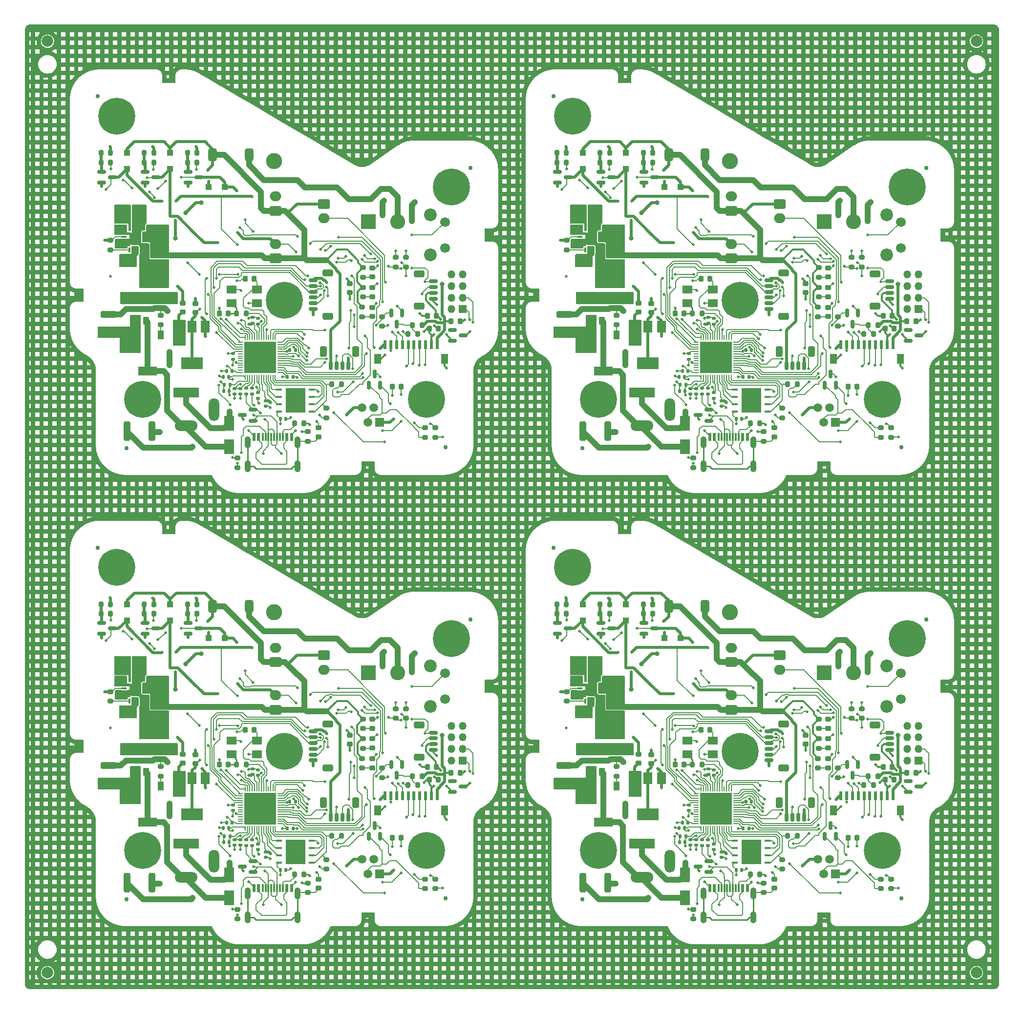
<source format=gtl>
G04 #@! TF.GenerationSoftware,KiCad,Pcbnew,6.0.0-d3dd2cf0fa~116~ubuntu20.04.1*
G04 #@! TF.CreationDate,2023-02-13T12:17:35+00:00*
G04 #@! TF.ProjectId,pixel-pump-mainboard-panel,70697865-6c2d-4707-956d-702d6d61696e,rev?*
G04 #@! TF.SameCoordinates,Original*
G04 #@! TF.FileFunction,Copper,L1,Top*
G04 #@! TF.FilePolarity,Positive*
%FSLAX46Y46*%
G04 Gerber Fmt 4.6, Leading zero omitted, Abs format (unit mm)*
G04 Created by KiCad (PCBNEW 6.0.0-d3dd2cf0fa~116~ubuntu20.04.1) date 2023-02-13 12:17:35*
%MOMM*%
%LPD*%
G01*
G04 APERTURE LIST*
G04 Aperture macros list*
%AMRoundRect*
0 Rectangle with rounded corners*
0 $1 Rounding radius*
0 $2 $3 $4 $5 $6 $7 $8 $9 X,Y pos of 4 corners*
0 Add a 4 corners polygon primitive as box body*
4,1,4,$2,$3,$4,$5,$6,$7,$8,$9,$2,$3,0*
0 Add four circle primitives for the rounded corners*
1,1,$1+$1,$2,$3*
1,1,$1+$1,$4,$5*
1,1,$1+$1,$6,$7*
1,1,$1+$1,$8,$9*
0 Add four rect primitives between the rounded corners*
20,1,$1+$1,$2,$3,$4,$5,0*
20,1,$1+$1,$4,$5,$6,$7,0*
20,1,$1+$1,$6,$7,$8,$9,0*
20,1,$1+$1,$8,$9,$2,$3,0*%
G04 Aperture macros list end*
G04 #@! TA.AperFunction,SMDPad,CuDef*
%ADD10RoundRect,0.200000X-0.275000X0.200000X-0.275000X-0.200000X0.275000X-0.200000X0.275000X0.200000X0*%
G04 #@! TD*
G04 #@! TA.AperFunction,SMDPad,CuDef*
%ADD11RoundRect,0.250000X1.100000X-0.325000X1.100000X0.325000X-1.100000X0.325000X-1.100000X-0.325000X0*%
G04 #@! TD*
G04 #@! TA.AperFunction,SMDPad,CuDef*
%ADD12R,1.800000X2.500000*%
G04 #@! TD*
G04 #@! TA.AperFunction,SMDPad,CuDef*
%ADD13RoundRect,0.375000X-0.725000X0.375000X-0.725000X-0.375000X0.725000X-0.375000X0.725000X0.375000X0*%
G04 #@! TD*
G04 #@! TA.AperFunction,SMDPad,CuDef*
%ADD14RoundRect,0.150000X0.587500X0.150000X-0.587500X0.150000X-0.587500X-0.150000X0.587500X-0.150000X0*%
G04 #@! TD*
G04 #@! TA.AperFunction,SMDPad,CuDef*
%ADD15RoundRect,0.218750X-0.256250X0.218750X-0.256250X-0.218750X0.256250X-0.218750X0.256250X0.218750X0*%
G04 #@! TD*
G04 #@! TA.AperFunction,SMDPad,CuDef*
%ADD16RoundRect,0.150000X0.150000X-0.587500X0.150000X0.587500X-0.150000X0.587500X-0.150000X-0.587500X0*%
G04 #@! TD*
G04 #@! TA.AperFunction,SMDPad,CuDef*
%ADD17RoundRect,0.250000X0.312500X1.450000X-0.312500X1.450000X-0.312500X-1.450000X0.312500X-1.450000X0*%
G04 #@! TD*
G04 #@! TA.AperFunction,SMDPad,CuDef*
%ADD18RoundRect,0.140000X-0.140000X-0.170000X0.140000X-0.170000X0.140000X0.170000X-0.140000X0.170000X0*%
G04 #@! TD*
G04 #@! TA.AperFunction,SMDPad,CuDef*
%ADD19RoundRect,0.150000X-0.150000X0.587500X-0.150000X-0.587500X0.150000X-0.587500X0.150000X0.587500X0*%
G04 #@! TD*
G04 #@! TA.AperFunction,SMDPad,CuDef*
%ADD20RoundRect,0.225000X0.250000X-0.225000X0.250000X0.225000X-0.250000X0.225000X-0.250000X-0.225000X0*%
G04 #@! TD*
G04 #@! TA.AperFunction,SMDPad,CuDef*
%ADD21RoundRect,0.225000X0.225000X0.250000X-0.225000X0.250000X-0.225000X-0.250000X0.225000X-0.250000X0*%
G04 #@! TD*
G04 #@! TA.AperFunction,SMDPad,CuDef*
%ADD22R,0.990600X1.498600*%
G04 #@! TD*
G04 #@! TA.AperFunction,SMDPad,CuDef*
%ADD23R,3.276600X1.498600*%
G04 #@! TD*
G04 #@! TA.AperFunction,SMDPad,CuDef*
%ADD24RoundRect,0.250000X-0.250000X-0.475000X0.250000X-0.475000X0.250000X0.475000X-0.250000X0.475000X0*%
G04 #@! TD*
G04 #@! TA.AperFunction,SMDPad,CuDef*
%ADD25R,1.500000X2.000000*%
G04 #@! TD*
G04 #@! TA.AperFunction,SMDPad,CuDef*
%ADD26R,3.800000X2.000000*%
G04 #@! TD*
G04 #@! TA.AperFunction,SMDPad,CuDef*
%ADD27R,1.100000X1.100000*%
G04 #@! TD*
G04 #@! TA.AperFunction,ComponentPad*
%ADD28C,0.800000*%
G04 #@! TD*
G04 #@! TA.AperFunction,ComponentPad*
%ADD29C,6.400000*%
G04 #@! TD*
G04 #@! TA.AperFunction,ComponentPad*
%ADD30R,1.500000X1.500000*%
G04 #@! TD*
G04 #@! TA.AperFunction,ComponentPad*
%ADD31C,1.500000*%
G04 #@! TD*
G04 #@! TA.AperFunction,SMDPad,CuDef*
%ADD32RoundRect,0.225000X-0.225000X-0.250000X0.225000X-0.250000X0.225000X0.250000X-0.225000X0.250000X0*%
G04 #@! TD*
G04 #@! TA.AperFunction,SMDPad,CuDef*
%ADD33RoundRect,0.140000X-0.170000X0.140000X-0.170000X-0.140000X0.170000X-0.140000X0.170000X0.140000X0*%
G04 #@! TD*
G04 #@! TA.AperFunction,SMDPad,CuDef*
%ADD34RoundRect,0.250000X-1.100000X0.325000X-1.100000X-0.325000X1.100000X-0.325000X1.100000X0.325000X0*%
G04 #@! TD*
G04 #@! TA.AperFunction,SMDPad,CuDef*
%ADD35RoundRect,0.250000X0.262500X0.450000X-0.262500X0.450000X-0.262500X-0.450000X0.262500X-0.450000X0*%
G04 #@! TD*
G04 #@! TA.AperFunction,SMDPad,CuDef*
%ADD36RoundRect,0.200000X0.275000X-0.200000X0.275000X0.200000X-0.275000X0.200000X-0.275000X-0.200000X0*%
G04 #@! TD*
G04 #@! TA.AperFunction,SMDPad,CuDef*
%ADD37RoundRect,0.200000X-0.200000X-0.275000X0.200000X-0.275000X0.200000X0.275000X-0.200000X0.275000X0*%
G04 #@! TD*
G04 #@! TA.AperFunction,SMDPad,CuDef*
%ADD38RoundRect,0.135000X-0.185000X0.135000X-0.185000X-0.135000X0.185000X-0.135000X0.185000X0.135000X0*%
G04 #@! TD*
G04 #@! TA.AperFunction,SMDPad,CuDef*
%ADD39RoundRect,0.150000X-0.150000X-0.625000X0.150000X-0.625000X0.150000X0.625000X-0.150000X0.625000X0*%
G04 #@! TD*
G04 #@! TA.AperFunction,SMDPad,CuDef*
%ADD40RoundRect,0.250000X-0.350000X-0.650000X0.350000X-0.650000X0.350000X0.650000X-0.350000X0.650000X0*%
G04 #@! TD*
G04 #@! TA.AperFunction,SMDPad,CuDef*
%ADD41C,0.750000*%
G04 #@! TD*
G04 #@! TA.AperFunction,SMDPad,CuDef*
%ADD42RoundRect,0.150000X-0.625000X0.150000X-0.625000X-0.150000X0.625000X-0.150000X0.625000X0.150000X0*%
G04 #@! TD*
G04 #@! TA.AperFunction,SMDPad,CuDef*
%ADD43RoundRect,0.250000X-0.650000X0.350000X-0.650000X-0.350000X0.650000X-0.350000X0.650000X0.350000X0*%
G04 #@! TD*
G04 #@! TA.AperFunction,SMDPad,CuDef*
%ADD44RoundRect,0.140000X0.170000X-0.140000X0.170000X0.140000X-0.170000X0.140000X-0.170000X-0.140000X0*%
G04 #@! TD*
G04 #@! TA.AperFunction,SMDPad,CuDef*
%ADD45RoundRect,0.150000X-0.587500X-0.150000X0.587500X-0.150000X0.587500X0.150000X-0.587500X0.150000X0*%
G04 #@! TD*
G04 #@! TA.AperFunction,SMDPad,CuDef*
%ADD46RoundRect,0.150000X0.625000X-0.150000X0.625000X0.150000X-0.625000X0.150000X-0.625000X-0.150000X0*%
G04 #@! TD*
G04 #@! TA.AperFunction,SMDPad,CuDef*
%ADD47RoundRect,0.250000X0.650000X-0.350000X0.650000X0.350000X-0.650000X0.350000X-0.650000X-0.350000X0*%
G04 #@! TD*
G04 #@! TA.AperFunction,ComponentPad*
%ADD48RoundRect,0.250000X-0.750000X0.600000X-0.750000X-0.600000X0.750000X-0.600000X0.750000X0.600000X0*%
G04 #@! TD*
G04 #@! TA.AperFunction,ComponentPad*
%ADD49O,2.000000X1.700000*%
G04 #@! TD*
G04 #@! TA.AperFunction,SMDPad,CuDef*
%ADD50RoundRect,0.200000X0.200000X0.275000X-0.200000X0.275000X-0.200000X-0.275000X0.200000X-0.275000X0*%
G04 #@! TD*
G04 #@! TA.AperFunction,SMDPad,CuDef*
%ADD51R,0.600000X1.450000*%
G04 #@! TD*
G04 #@! TA.AperFunction,SMDPad,CuDef*
%ADD52R,0.300000X1.450000*%
G04 #@! TD*
G04 #@! TA.AperFunction,ComponentPad*
%ADD53O,1.050000X2.100000*%
G04 #@! TD*
G04 #@! TA.AperFunction,SMDPad,CuDef*
%ADD54RoundRect,0.140000X0.140000X0.170000X-0.140000X0.170000X-0.140000X-0.170000X0.140000X-0.170000X0*%
G04 #@! TD*
G04 #@! TA.AperFunction,ComponentPad*
%ADD55RoundRect,0.250000X0.750000X-0.600000X0.750000X0.600000X-0.750000X0.600000X-0.750000X-0.600000X0*%
G04 #@! TD*
G04 #@! TA.AperFunction,SMDPad,CuDef*
%ADD56R,1.040000X0.440000*%
G04 #@! TD*
G04 #@! TA.AperFunction,SMDPad,CuDef*
%ADD57R,3.400000X4.300000*%
G04 #@! TD*
G04 #@! TA.AperFunction,SMDPad,CuDef*
%ADD58C,2.000000*%
G04 #@! TD*
G04 #@! TA.AperFunction,SMDPad,CuDef*
%ADD59R,1.800000X1.400000*%
G04 #@! TD*
G04 #@! TA.AperFunction,ComponentPad*
%ADD60C,2.800000*%
G04 #@! TD*
G04 #@! TA.AperFunction,SMDPad,CuDef*
%ADD61RoundRect,0.225000X-0.250000X0.225000X-0.250000X-0.225000X0.250000X-0.225000X0.250000X0.225000X0*%
G04 #@! TD*
G04 #@! TA.AperFunction,ComponentPad*
%ADD62C,2.200000*%
G04 #@! TD*
G04 #@! TA.AperFunction,ComponentPad*
%ADD63C,1.700000*%
G04 #@! TD*
G04 #@! TA.AperFunction,SMDPad,CuDef*
%ADD64R,0.600000X1.550000*%
G04 #@! TD*
G04 #@! TA.AperFunction,SMDPad,CuDef*
%ADD65R,1.200000X1.800000*%
G04 #@! TD*
G04 #@! TA.AperFunction,ComponentPad*
%ADD66R,4.400000X1.800000*%
G04 #@! TD*
G04 #@! TA.AperFunction,ComponentPad*
%ADD67O,4.000000X1.800000*%
G04 #@! TD*
G04 #@! TA.AperFunction,ComponentPad*
%ADD68O,1.800000X4.000000*%
G04 #@! TD*
G04 #@! TA.AperFunction,SMDPad,CuDef*
%ADD69RoundRect,0.050000X0.387500X0.050000X-0.387500X0.050000X-0.387500X-0.050000X0.387500X-0.050000X0*%
G04 #@! TD*
G04 #@! TA.AperFunction,SMDPad,CuDef*
%ADD70RoundRect,0.050000X0.050000X0.387500X-0.050000X0.387500X-0.050000X-0.387500X0.050000X-0.387500X0*%
G04 #@! TD*
G04 #@! TA.AperFunction,SMDPad,CuDef*
%ADD71RoundRect,0.144000X1.456000X1.456000X-1.456000X1.456000X-1.456000X-1.456000X1.456000X-1.456000X0*%
G04 #@! TD*
G04 #@! TA.AperFunction,SMDPad,CuDef*
%ADD72RoundRect,0.375000X0.375000X0.725000X-0.375000X0.725000X-0.375000X-0.725000X0.375000X-0.725000X0*%
G04 #@! TD*
G04 #@! TA.AperFunction,ComponentPad*
%ADD73R,2.600000X2.600000*%
G04 #@! TD*
G04 #@! TA.AperFunction,ComponentPad*
%ADD74C,2.600000*%
G04 #@! TD*
G04 #@! TA.AperFunction,ComponentPad*
%ADD75R,1.350000X1.350000*%
G04 #@! TD*
G04 #@! TA.AperFunction,ComponentPad*
%ADD76O,1.350000X1.350000*%
G04 #@! TD*
G04 #@! TA.AperFunction,SMDPad,CuDef*
%ADD77R,0.965200X0.381000*%
G04 #@! TD*
G04 #@! TA.AperFunction,SMDPad,CuDef*
%ADD78R,0.381000X0.965200*%
G04 #@! TD*
G04 #@! TA.AperFunction,SMDPad,CuDef*
%ADD79R,2.159000X2.159000*%
G04 #@! TD*
G04 #@! TA.AperFunction,ViaPad*
%ADD80C,0.500000*%
G04 #@! TD*
G04 #@! TA.AperFunction,ViaPad*
%ADD81C,0.800000*%
G04 #@! TD*
G04 #@! TA.AperFunction,Conductor*
%ADD82C,0.300000*%
G04 #@! TD*
G04 #@! TA.AperFunction,Conductor*
%ADD83C,1.000000*%
G04 #@! TD*
G04 #@! TA.AperFunction,Conductor*
%ADD84C,0.500000*%
G04 #@! TD*
G04 #@! TA.AperFunction,Conductor*
%ADD85C,0.200000*%
G04 #@! TD*
G04 #@! TA.AperFunction,Conductor*
%ADD86C,0.250000*%
G04 #@! TD*
G04 APERTURE END LIST*
D10*
G04 #@! TO.P,R8,1*
G04 #@! TO.N,Board_0-+12V*
X58665000Y-42269399D03*
G04 #@! TO.P,R8,2*
G04 #@! TO.N,Board_0-Net-(D2-Pad2)*
X58665000Y-43919399D03*
G04 #@! TD*
D11*
G04 #@! TO.P,C4,1*
G04 #@! TO.N,Board_2-+5V*
X23500000Y-125801019D03*
G04 #@! TO.P,C4,2*
G04 #@! TO.N,Board_2-GND*
X23500000Y-122851019D03*
G04 #@! TD*
D12*
G04 #@! TO.P,D5,1,1*
G04 #@! TO.N,Board_0-Net-(D5-Pad1)*
X35487000Y-69299199D03*
G04 #@! TO.P,D5,2,2*
G04 #@! TO.N,Board_0-Net-(D5-Pad2)*
X35487000Y-73299199D03*
G04 #@! TD*
D10*
G04 #@! TO.P,R22,1*
G04 #@! TO.N,Board_1-+3V3*
X145158000Y-40491399D03*
G04 #@! TO.P,R22,2*
G04 #@! TO.N,Board_1-I2C0_SDA*
X145158000Y-42141399D03*
G04 #@! TD*
G04 #@! TO.P,R25,1*
G04 #@! TO.N,Board_3-UI LED Data*
X140967000Y-129038019D03*
G04 #@! TO.P,R25,2*
G04 #@! TO.N,Board_3-+3V3*
X140967000Y-130688019D03*
G04 #@! TD*
D13*
G04 #@! TO.P,L1,1,1*
G04 #@! TO.N,Board_3-Net-(L1-Pad1)*
X96957500Y-119476019D03*
G04 #@! TO.P,L1,2,2*
G04 #@! TO.N,Board_3-+5V*
X96957500Y-125776019D03*
G04 #@! TD*
D10*
G04 #@! TO.P,R22,1*
G04 #@! TO.N,Board_2-+3V3*
X66158000Y-118751019D03*
G04 #@! TO.P,R22,2*
G04 #@! TO.N,Board_2-I2C0_SDA*
X66158000Y-120401019D03*
G04 #@! TD*
D14*
G04 #@! TO.P,D4,1,K*
G04 #@! TO.N,Board_1-DP*
X118663500Y-68809399D03*
G04 #@! TO.P,D4,2,K*
G04 #@! TO.N,Board_1-DN*
X118663500Y-66909399D03*
G04 #@! TO.P,D4,3,A*
G04 #@! TO.N,Board_1-GND*
X116788500Y-67859399D03*
G04 #@! TD*
D15*
G04 #@! TO.P,D8,1,K*
G04 #@! TO.N,Board_3-Net-(D10-Pad2)*
X139316000Y-123995519D03*
G04 #@! TO.P,D8,2,A*
G04 #@! TO.N,Board_3-Net-(D8-Pad2)*
X139316000Y-125570519D03*
G04 #@! TD*
D10*
G04 #@! TO.P,R8,1*
G04 #@! TO.N,Board_1-+12V*
X137665000Y-42269399D03*
G04 #@! TO.P,R8,2*
G04 #@! TO.N,Board_1-Net-(D2-Pad2)*
X137665000Y-43919399D03*
G04 #@! TD*
G04 #@! TO.P,R22,1*
G04 #@! TO.N,Board_0-+3V3*
X66158000Y-40491399D03*
G04 #@! TO.P,R22,2*
G04 #@! TO.N,Board_0-I2C0_SDA*
X66158000Y-42141399D03*
G04 #@! TD*
D16*
G04 #@! TO.P,D1,1,K*
G04 #@! TO.N,Board_3-FPATVS*
X138721600Y-140884319D03*
G04 #@! TO.P,D1,2,K*
G04 #@! TO.N,Board_3-FPTVS*
X140621600Y-140884319D03*
G04 #@! TO.P,D1,3,A*
G04 #@! TO.N,Board_3-GND*
X139671600Y-139009319D03*
G04 #@! TD*
D17*
G04 #@! TO.P,F1,1*
G04 #@! TO.N,Board_0-Net-(C5-Pad1)*
X22067500Y-70653399D03*
G04 #@! TO.P,F1,2*
G04 #@! TO.N,Board_0-Net-(D5-Pad1)*
X17792500Y-70653399D03*
G04 #@! TD*
D12*
G04 #@! TO.P,D5,1,1*
G04 #@! TO.N,Board_1-Net-(D5-Pad1)*
X114487000Y-69299199D03*
G04 #@! TO.P,D5,2,2*
G04 #@! TO.N,Board_1-Net-(D5-Pad2)*
X114487000Y-73299199D03*
G04 #@! TD*
D18*
G04 #@! TO.P,C19,1*
G04 #@! TO.N,Board_3-GND*
X113456400Y-139464219D03*
G04 #@! TO.P,C19,2*
G04 #@! TO.N,Board_3-+3V3*
X114416400Y-139464219D03*
G04 #@! TD*
D19*
G04 #@! TO.P,Q5,1,G*
G04 #@! TO.N,Board_3-+3V3*
X144457000Y-128417519D03*
G04 #@! TO.P,Q5,2,S*
G04 #@! TO.N,Board_3-UI LED Data*
X142557000Y-128417519D03*
G04 #@! TO.P,Q5,3,D*
G04 #@! TO.N,Board_3-LED_DATA*
X143507000Y-130292519D03*
G04 #@! TD*
D20*
G04 #@! TO.P,C11,1*
G04 #@! TO.N,Board_3-+3V3*
X108607400Y-128301219D03*
G04 #@! TO.P,C11,2*
G04 #@! TO.N,Board_3-GND*
X108607400Y-126751219D03*
G04 #@! TD*
D21*
G04 #@! TO.P,C24,1*
G04 #@! TO.N,Board_1-GND*
X154492800Y-51603399D03*
G04 #@! TO.P,C24,2*
G04 #@! TO.N,Board_1-+5V*
X152942800Y-51603399D03*
G04 #@! TD*
D22*
G04 #@! TO.P,Q4,1*
G04 #@! TO.N,Board_2-Net-(Q4-Pad1)*
X23613000Y-132174419D03*
G04 #@! TO.P,Q4,2*
G04 #@! TO.N,Board_2-Net-(D5-Pad2)*
X21327000Y-132174419D03*
G04 #@! TO.P,Q4,3*
G04 #@! TO.N,Board_2-GND*
X19041000Y-132174419D03*
D23*
G04 #@! TO.P,Q4,T*
G04 #@! TO.N,Board_2-Net-(D5-Pad2)*
X21327000Y-138473619D03*
G04 #@! TD*
D24*
G04 #@! TO.P,C2,1*
G04 #@! TO.N,Board_2-+12V*
X17600000Y-111226019D03*
G04 #@! TO.P,C2,2*
G04 #@! TO.N,Board_2-GND*
X19500000Y-111226019D03*
G04 #@! TD*
D10*
G04 #@! TO.P,R12,1*
G04 #@! TO.N,Board_0-+12V*
X58665000Y-45698399D03*
G04 #@! TO.P,R12,2*
G04 #@! TO.N,Board_0-Net-(D8-Pad2)*
X58665000Y-47348399D03*
G04 #@! TD*
D25*
G04 #@! TO.P,U1,1,GND*
G04 #@! TO.N,Board_0-GND*
X31374000Y-52517399D03*
D26*
G04 #@! TO.P,U1,2,VO*
G04 #@! TO.N,Board_0-+3V3*
X29074000Y-58817399D03*
D25*
X29074000Y-52517399D03*
G04 #@! TO.P,U1,3,VI*
G04 #@! TO.N,Board_0-+5V*
X26774000Y-52517399D03*
G04 #@! TD*
D27*
G04 #@! TO.P,D10,1,K*
G04 #@! TO.N,Board_2-+12V*
X31912800Y-106545819D03*
G04 #@! TO.P,D10,2,A*
G04 #@! TO.N,Board_2-Net-(D10-Pad2)*
X34712800Y-106545819D03*
G04 #@! TD*
D20*
G04 #@! TO.P,C11,1*
G04 #@! TO.N,Board_0-+3V3*
X29607400Y-50041599D03*
G04 #@! TO.P,C11,2*
G04 #@! TO.N,Board_0-GND*
X29607400Y-48491599D03*
G04 #@! TD*
D17*
G04 #@! TO.P,F1,1*
G04 #@! TO.N,Board_1-Net-(C5-Pad1)*
X101067500Y-70653399D03*
G04 #@! TO.P,F1,2*
G04 #@! TO.N,Board_1-Net-(D5-Pad1)*
X96792500Y-70653399D03*
G04 #@! TD*
D28*
G04 #@! TO.P,H3,1*
G04 #@! TO.N,N/C*
X47476000Y-126180019D03*
X45076000Y-123780019D03*
X43378944Y-124482963D03*
X46773056Y-127877075D03*
D29*
X45076000Y-126180019D03*
D28*
X42676000Y-126180019D03*
X46773056Y-124482963D03*
X45076000Y-128580019D03*
X43378944Y-127877075D03*
G04 #@! TD*
D30*
G04 #@! TO.P,J3,1*
G04 #@! TO.N,Board_3-GND*
X140592000Y-147367019D03*
D31*
G04 #@! TO.P,J3,2*
G04 #@! TO.N,Board_3-FPTVS*
X139572000Y-144827019D03*
G04 #@! TO.P,J3,3*
G04 #@! TO.N,Board_3-FPATVS*
X138552000Y-147367019D03*
G04 #@! TO.P,J3,4*
G04 #@! TO.N,Board_3-+3V3*
X137532000Y-144827019D03*
G04 #@! TD*
D32*
G04 #@! TO.P,C26,1*
G04 #@! TO.N,Board_2-GND*
X69828000Y-128897819D03*
G04 #@! TO.P,C26,2*
G04 #@! TO.N,Board_2-+3V3*
X71378000Y-128897819D03*
G04 #@! TD*
D15*
G04 #@! TO.P,D2,1,K*
G04 #@! TO.N,Board_3-Net-(D2-Pad1)*
X139316000Y-120566519D03*
G04 #@! TO.P,D2,2,A*
G04 #@! TO.N,Board_3-Net-(D2-Pad2)*
X139316000Y-122141519D03*
G04 #@! TD*
D25*
G04 #@! TO.P,U1,1,GND*
G04 #@! TO.N,Board_3-GND*
X110374000Y-130777019D03*
G04 #@! TO.P,U1,2,VO*
G04 #@! TO.N,Board_3-+3V3*
X108074000Y-130777019D03*
D26*
X108074000Y-137077019D03*
D25*
G04 #@! TO.P,U1,3,VI*
G04 #@! TO.N,Board_3-+5V*
X105774000Y-130777019D03*
G04 #@! TD*
D33*
G04 #@! TO.P,C12,1*
G04 #@! TO.N,Board_3-GND*
X118513400Y-129177219D03*
G04 #@! TO.P,C12,2*
G04 #@! TO.N,Board_3-+1V1*
X118513400Y-130137219D03*
G04 #@! TD*
G04 #@! TO.P,C14,1*
G04 #@! TO.N,Board_2-+1V1*
X37430600Y-141476019D03*
G04 #@! TO.P,C14,2*
G04 #@! TO.N,Board_2-GND*
X37430600Y-142436019D03*
G04 #@! TD*
D34*
G04 #@! TO.P,C5,1*
G04 #@! TO.N,Board_2-Net-(C5-Pad1)*
X14600000Y-128651019D03*
G04 #@! TO.P,C5,2*
G04 #@! TO.N,Board_2-GND*
X14600000Y-131601019D03*
G04 #@! TD*
D35*
G04 #@! TO.P,R19,1*
G04 #@! TO.N,Board_0-Net-(D5-Pad2)*
X21096500Y-51476399D03*
G04 #@! TO.P,R19,2*
G04 #@! TO.N,Board_0-GND*
X19271500Y-51476399D03*
G04 #@! TD*
D36*
G04 #@! TO.P,R28,1*
G04 #@! TO.N,Board_0-+3V3*
X52315000Y-68303399D03*
G04 #@! TO.P,R28,2*
G04 #@! TO.N,Board_0-QSPI_SS*
X52315000Y-66653399D03*
G04 #@! TD*
D35*
G04 #@! TO.P,R19,1*
G04 #@! TO.N,Board_2-Net-(D5-Pad2)*
X21096500Y-129736019D03*
G04 #@! TO.P,R19,2*
G04 #@! TO.N,Board_2-GND*
X19271500Y-129736019D03*
G04 #@! TD*
D37*
G04 #@! TO.P,R26,1*
G04 #@! TO.N,Board_3-QSPI_SS*
X132268000Y-140785019D03*
G04 #@! TO.P,R26,2*
G04 #@! TO.N,Board_3-Net-(R26-Pad2)*
X133918000Y-140785019D03*
G04 #@! TD*
D38*
G04 #@! TO.P,R4,1*
G04 #@! TO.N,Board_3-D+*
X118483000Y-141446019D03*
G04 #@! TO.P,R4,2*
G04 #@! TO.N,Board_3-DP*
X118483000Y-142466019D03*
G04 #@! TD*
D10*
G04 #@! TO.P,R20,1*
G04 #@! TO.N,Board_1-Net-(C5-Pad1)*
X102600000Y-50541399D03*
G04 #@! TO.P,R20,2*
G04 #@! TO.N,Board_1-Net-(Q4-Pad1)*
X102600000Y-52191399D03*
G04 #@! TD*
D39*
G04 #@! TO.P,J9,1,Pin_1*
G04 #@! TO.N,Board_2-+12V*
X53126400Y-137563419D03*
G04 #@! TO.P,J9,2,Pin_2*
G04 #@! TO.N,Board_2-MOTOR_PWM*
X54126400Y-137563419D03*
G04 #@! TO.P,J9,3,Pin_3*
G04 #@! TO.N,Board_2-BEMF*
X55126400Y-137563419D03*
G04 #@! TO.P,J9,4,Pin_4*
G04 #@! TO.N,Board_2-GND*
X56126400Y-137563419D03*
D40*
G04 #@! TO.P,J9,MP*
G04 #@! TO.N,N/C*
X57426400Y-135038419D03*
X51826400Y-135038419D03*
G04 #@! TD*
D15*
G04 #@! TO.P,D7,1,K*
G04 #@! TO.N,Board_0-Net-(D7-Pad1)*
X60316000Y-49164899D03*
G04 #@! TO.P,D7,2,A*
G04 #@! TO.N,Board_0-Net-(D7-Pad2)*
X60316000Y-50739899D03*
G04 #@! TD*
D41*
G04 #@! TO.P,FID2,*
G04 #@! TO.N,*
X91716400Y-90823219D03*
G04 #@! TD*
D20*
G04 #@! TO.P,C3,1*
G04 #@! TO.N,Board_2-+5V*
X27400000Y-128201019D03*
G04 #@! TO.P,C3,2*
G04 #@! TO.N,Board_2-GND*
X27400000Y-126651019D03*
G04 #@! TD*
D36*
G04 #@! TO.P,R3,1*
G04 #@! TO.N,Board_1-Net-(C21-Pad2)*
X128140000Y-72367399D03*
G04 #@! TO.P,R3,2*
G04 #@! TO.N,Board_1-GND*
X128140000Y-70717399D03*
G04 #@! TD*
D42*
G04 #@! TO.P,J8,1,Pin_1*
G04 #@! TO.N,Board_3-+3V3*
X129050200Y-122714819D03*
G04 #@! TO.P,J8,2,Pin_2*
G04 #@! TO.N,Board_3-SPI0_CS*
X129050200Y-123714819D03*
G04 #@! TO.P,J8,3,Pin_3*
G04 #@! TO.N,Board_3-SPI0_CLK*
X129050200Y-124714819D03*
G04 #@! TO.P,J8,4,Pin_4*
G04 #@! TO.N,Board_3-SPI0_MISO*
X129050200Y-125714819D03*
G04 #@! TO.P,J8,5,Pin_5*
G04 #@! TO.N,Board_3-SPI0_MOSI*
X129050200Y-126714819D03*
G04 #@! TO.P,J8,6,Pin_6*
G04 #@! TO.N,Board_3-GND*
X129050200Y-127714819D03*
D43*
G04 #@! TO.P,J8,MP*
G04 #@! TO.N,N/C*
X131575200Y-121414819D03*
X131575200Y-129014819D03*
G04 #@! TD*
D37*
G04 #@! TO.P,R15,1*
G04 #@! TO.N,Board_3-Net-(Q2-Pad1)*
X99756000Y-102301019D03*
G04 #@! TO.P,R15,2*
G04 #@! TO.N,Board_3-NO_VALVE*
X101406000Y-102301019D03*
G04 #@! TD*
D44*
G04 #@! TO.P,C17,1*
G04 #@! TO.N,Board_1-GND*
X119499000Y-64910399D03*
G04 #@! TO.P,C17,2*
G04 #@! TO.N,Board_1-+3V3*
X119499000Y-63950399D03*
G04 #@! TD*
D45*
G04 #@! TO.P,Q2,1,G*
G04 #@! TO.N,Board_1-Net-(Q2-Pad1)*
X99897500Y-25631399D03*
G04 #@! TO.P,Q2,2,S*
G04 #@! TO.N,Board_1-GND*
X99897500Y-27531399D03*
G04 #@! TO.P,Q2,3,D*
G04 #@! TO.N,Board_1-Net-(D7-Pad1)*
X101772500Y-26581399D03*
G04 #@! TD*
D46*
G04 #@! TO.P,J7,1,Pin_1*
G04 #@! TO.N,Board_2-GND*
X70912000Y-125902019D03*
G04 #@! TO.P,J7,2,Pin_2*
G04 #@! TO.N,Board_2-+3V3*
X70912000Y-124902019D03*
G04 #@! TO.P,J7,3,Pin_3*
G04 #@! TO.N,Board_2-I2C0_SDA*
X70912000Y-123902019D03*
G04 #@! TO.P,J7,4,Pin_4*
G04 #@! TO.N,Board_2-I2C0_SCL*
X70912000Y-122902019D03*
D47*
G04 #@! TO.P,J7,MP*
G04 #@! TO.N,N/C*
X68387000Y-127202019D03*
X68387000Y-121602019D03*
G04 #@! TD*
D48*
G04 #@! TO.P,J4,1,Pin_1*
G04 #@! TO.N,Board_1-+12V*
X130900200Y-31227199D03*
D49*
G04 #@! TO.P,J4,2,Pin_2*
G04 #@! TO.N,Board_1-Net-(D10-Pad2)*
X130900200Y-33727199D03*
G04 #@! TD*
D24*
G04 #@! TO.P,C2,1*
G04 #@! TO.N,Board_3-+12V*
X96600000Y-111226019D03*
G04 #@! TO.P,C2,2*
G04 #@! TO.N,Board_3-GND*
X98500000Y-111226019D03*
G04 #@! TD*
D50*
G04 #@! TO.P,R27,1*
G04 #@! TO.N,Board_1-OSC_OUT*
X117408000Y-50206399D03*
G04 #@! TO.P,R27,2*
G04 #@! TO.N,Board_1-Net-(C7-Pad1)*
X115758000Y-50206399D03*
G04 #@! TD*
D18*
G04 #@! TO.P,C19,1*
G04 #@! TO.N,Board_2-GND*
X34456400Y-139464219D03*
G04 #@! TO.P,C19,2*
G04 #@! TO.N,Board_2-+3V3*
X35416400Y-139464219D03*
G04 #@! TD*
D42*
G04 #@! TO.P,J8,1,Pin_1*
G04 #@! TO.N,Board_2-+3V3*
X50050200Y-122714819D03*
G04 #@! TO.P,J8,2,Pin_2*
G04 #@! TO.N,Board_2-SPI0_CS*
X50050200Y-123714819D03*
G04 #@! TO.P,J8,3,Pin_3*
G04 #@! TO.N,Board_2-SPI0_CLK*
X50050200Y-124714819D03*
G04 #@! TO.P,J8,4,Pin_4*
G04 #@! TO.N,Board_2-SPI0_MISO*
X50050200Y-125714819D03*
G04 #@! TO.P,J8,5,Pin_5*
G04 #@! TO.N,Board_2-SPI0_MOSI*
X50050200Y-126714819D03*
G04 #@! TO.P,J8,6,Pin_6*
G04 #@! TO.N,Board_2-GND*
X50050200Y-127714819D03*
D43*
G04 #@! TO.P,J8,MP*
G04 #@! TO.N,N/C*
X52575200Y-129014819D03*
X52575200Y-121414819D03*
G04 #@! TD*
D51*
G04 #@! TO.P,J12,A1B12,GND*
G04 #@! TO.N,Board_1-GND*
X118794000Y-71611899D03*
G04 #@! TO.P,J12,A4B9,VBUS*
G04 #@! TO.N,Board_1-unconnected-(J12-PadA4B9)*
X119594000Y-71611899D03*
D52*
G04 #@! TO.P,J12,A5,CC1*
G04 #@! TO.N,Board_1-Net-(J12-PadA5)*
X120794000Y-71611899D03*
G04 #@! TO.P,J12,A6,DP1*
G04 #@! TO.N,Board_1-DP*
X121794000Y-71611899D03*
G04 #@! TO.P,J12,A7,DN1*
G04 #@! TO.N,Board_1-DN*
X122294000Y-71611899D03*
G04 #@! TO.P,J12,A8,SBU1*
G04 #@! TO.N,Board_1-unconnected-(J12-PadA8)*
X123294000Y-71611899D03*
D51*
G04 #@! TO.P,J12,B1A12,GND*
G04 #@! TO.N,Board_1-GND*
X125294000Y-71611899D03*
G04 #@! TO.P,J12,B4A9,VBUS*
G04 #@! TO.N,Board_1-unconnected-(J12-PadA4B9)*
X124494000Y-71611899D03*
D52*
G04 #@! TO.P,J12,B5,CC2*
G04 #@! TO.N,Board_1-Net-(J12-PadB5)*
X123794000Y-71611899D03*
G04 #@! TO.P,J12,B6,DP2*
G04 #@! TO.N,Board_1-DP*
X122794000Y-71611899D03*
G04 #@! TO.P,J12,B7,DN2*
G04 #@! TO.N,Board_1-DN*
X121294000Y-71611899D03*
G04 #@! TO.P,J12,B8,SBU2*
G04 #@! TO.N,Board_1-unconnected-(J12-PadB8)*
X120294000Y-71611899D03*
D53*
G04 #@! TO.P,J12,S1,SHIELD*
G04 #@! TO.N,Board_1-Net-(C21-Pad2)*
X117724000Y-72526899D03*
G04 #@! TO.P,J12,S2,SHIELD*
X126364000Y-72526899D03*
G04 #@! TO.P,J12,S3,SHIELD*
X117724000Y-76706899D03*
G04 #@! TO.P,J12,S4,SHIELD*
X126364000Y-76706899D03*
G04 #@! TD*
D45*
G04 #@! TO.P,D6,1,K*
G04 #@! TO.N,Board_1-unconnected-(D6-Pad1)*
X153192300Y-53058399D03*
G04 #@! TO.P,D6,2,K*
G04 #@! TO.N,Board_1-+3V3*
X153192300Y-54958399D03*
G04 #@! TO.P,D6,3,A*
G04 #@! TO.N,Board_1-GND*
X155067300Y-54008399D03*
G04 #@! TD*
D54*
G04 #@! TO.P,C28,1*
G04 #@! TO.N,Board_2-+3V3*
X35486600Y-141901019D03*
G04 #@! TO.P,C28,2*
G04 #@! TO.N,Board_2-GND*
X34526600Y-141901019D03*
G04 #@! TD*
D45*
G04 #@! TO.P,Q1,1,G*
G04 #@! TO.N,Board_1-Net-(Q1-Pad1)*
X92404500Y-25631399D03*
G04 #@! TO.P,Q1,2,S*
G04 #@! TO.N,Board_1-GND*
X92404500Y-27531399D03*
G04 #@! TO.P,Q1,3,D*
G04 #@! TO.N,Board_1-Net-(D2-Pad1)*
X94279500Y-26581399D03*
G04 #@! TD*
D28*
G04 #@! TO.P,H5,1*
G04 #@! TO.N,N/C*
X17715456Y-95923875D03*
X14321344Y-92529763D03*
X13618400Y-94226819D03*
X16018400Y-91826819D03*
D29*
X16018400Y-94226819D03*
D28*
X18418400Y-94226819D03*
X17715456Y-92529763D03*
X16018400Y-96626819D03*
X14321344Y-95923875D03*
G04 #@! TD*
D45*
G04 #@! TO.P,D6,1,K*
G04 #@! TO.N,Board_0-unconnected-(D6-Pad1)*
X74192300Y-53058399D03*
G04 #@! TO.P,D6,2,K*
G04 #@! TO.N,Board_0-+3V3*
X74192300Y-54958399D03*
G04 #@! TO.P,D6,3,A*
G04 #@! TO.N,Board_0-GND*
X76067300Y-54008399D03*
G04 #@! TD*
D11*
G04 #@! TO.P,C4,1*
G04 #@! TO.N,Board_3-+5V*
X102500000Y-125801019D03*
G04 #@! TO.P,C4,2*
G04 #@! TO.N,Board_3-GND*
X102500000Y-122851019D03*
G04 #@! TD*
D37*
G04 #@! TO.P,R17,1*
G04 #@! TO.N,Board_1-Net-(Q3-Pad1)*
X107249000Y-24041399D03*
G04 #@! TO.P,R17,2*
G04 #@! TO.N,Board_1-3_WAY_VALVE*
X108899000Y-24041399D03*
G04 #@! TD*
D16*
G04 #@! TO.P,D1,1,K*
G04 #@! TO.N,Board_2-FPATVS*
X59721600Y-140884319D03*
G04 #@! TO.P,D1,2,K*
G04 #@! TO.N,Board_2-FPTVS*
X61621600Y-140884319D03*
G04 #@! TO.P,D1,3,A*
G04 #@! TO.N,Board_2-GND*
X60671600Y-139009319D03*
G04 #@! TD*
D45*
G04 #@! TO.P,Q3,1,G*
G04 #@! TO.N,Board_3-Net-(Q3-Pad1)*
X107390500Y-103891019D03*
G04 #@! TO.P,Q3,2,S*
G04 #@! TO.N,Board_3-GND*
X107390500Y-105791019D03*
G04 #@! TO.P,Q3,3,D*
G04 #@! TO.N,Board_3-Net-(D10-Pad2)*
X109265500Y-104841019D03*
G04 #@! TD*
D24*
G04 #@! TO.P,C2,1*
G04 #@! TO.N,Board_1-+12V*
X96600000Y-32966399D03*
G04 #@! TO.P,C2,2*
G04 #@! TO.N,Board_1-GND*
X98500000Y-32966399D03*
G04 #@! TD*
D45*
G04 #@! TO.P,D6,1,K*
G04 #@! TO.N,Board_3-unconnected-(D6-Pad1)*
X153192300Y-131318019D03*
G04 #@! TO.P,D6,2,K*
G04 #@! TO.N,Board_3-+3V3*
X153192300Y-133218019D03*
G04 #@! TO.P,D6,3,A*
G04 #@! TO.N,Board_3-GND*
X155067300Y-132268019D03*
G04 #@! TD*
D21*
G04 #@! TO.P,C24,1*
G04 #@! TO.N,Board_2-GND*
X75492800Y-129863019D03*
G04 #@! TO.P,C24,2*
G04 #@! TO.N,Board_2-+5V*
X73942800Y-129863019D03*
G04 #@! TD*
D37*
G04 #@! TO.P,R11,1*
G04 #@! TO.N,Board_2-Net-(Q3-Pad1)*
X28249000Y-100650019D03*
G04 #@! TO.P,R11,2*
G04 #@! TO.N,Board_2-GND*
X29899000Y-100650019D03*
G04 #@! TD*
D55*
G04 #@! TO.P,J1,1,Pin_1*
G04 #@! TO.N,Board_3-+12V*
X122535000Y-110666019D03*
D49*
G04 #@! TO.P,J1,2,Pin_2*
G04 #@! TO.N,Board_3-Net-(D2-Pad1)*
X122535000Y-108166019D03*
G04 #@! TD*
D50*
G04 #@! TO.P,R27,1*
G04 #@! TO.N,Board_2-OSC_OUT*
X38408000Y-128466019D03*
G04 #@! TO.P,R27,2*
G04 #@! TO.N,Board_2-Net-(C7-Pad1)*
X36758000Y-128466019D03*
G04 #@! TD*
D21*
G04 #@! TO.P,C8,1*
G04 #@! TO.N,Board_3-GND*
X144282000Y-141166019D03*
G04 #@! TO.P,C8,2*
G04 #@! TO.N,Board_3-+3V3*
X142732000Y-141166019D03*
G04 #@! TD*
D33*
G04 #@! TO.P,C14,1*
G04 #@! TO.N,Board_1-+1V1*
X116430600Y-63216399D03*
G04 #@! TO.P,C14,2*
G04 #@! TO.N,Board_1-GND*
X116430600Y-64176399D03*
G04 #@! TD*
D20*
G04 #@! TO.P,C11,1*
G04 #@! TO.N,Board_1-+3V3*
X108607400Y-50041599D03*
G04 #@! TO.P,C11,2*
G04 #@! TO.N,Board_1-GND*
X108607400Y-48491599D03*
G04 #@! TD*
D41*
G04 #@! TO.P,FID4,*
G04 #@! TO.N,*
X151965200Y-151656219D03*
G04 #@! TD*
G04 #@! TO.P,FID2,*
G04 #@! TO.N,*
X12716400Y-90823219D03*
G04 #@! TD*
D28*
G04 #@! TO.P,H4,1*
G04 #@! TO.N,N/C*
X101888800Y-143350419D03*
X97791744Y-145047475D03*
X101185856Y-145047475D03*
D29*
X99488800Y-143350419D03*
D28*
X97088800Y-143350419D03*
X97791744Y-141653363D03*
X99488800Y-145750419D03*
X99488800Y-140950419D03*
X101185856Y-141653363D03*
G04 #@! TD*
D16*
G04 #@! TO.P,D1,1,K*
G04 #@! TO.N,Board_0-FPATVS*
X59721600Y-62624699D03*
G04 #@! TO.P,D1,2,K*
G04 #@! TO.N,Board_0-FPTVS*
X61621600Y-62624699D03*
G04 #@! TO.P,D1,3,A*
G04 #@! TO.N,Board_0-GND*
X60671600Y-60749699D03*
G04 #@! TD*
D28*
G04 #@! TO.P,H1,1*
G04 #@! TO.N,N/C*
X151063200Y-65090799D03*
X150360256Y-66787855D03*
X148663200Y-62690799D03*
D29*
X148663200Y-65090799D03*
D28*
X148663200Y-67490799D03*
X146263200Y-65090799D03*
X146966144Y-66787855D03*
X146966144Y-63393743D03*
X150360256Y-63393743D03*
G04 #@! TD*
D45*
G04 #@! TO.P,Q3,1,G*
G04 #@! TO.N,Board_0-Net-(Q3-Pad1)*
X28390500Y-25631399D03*
G04 #@! TO.P,Q3,2,S*
G04 #@! TO.N,Board_0-GND*
X28390500Y-27531399D03*
G04 #@! TO.P,Q3,3,D*
G04 #@! TO.N,Board_0-Net-(D10-Pad2)*
X30265500Y-26581399D03*
G04 #@! TD*
D37*
G04 #@! TO.P,R13,1*
G04 #@! TO.N,Board_1-Net-(J10-Pad9)*
X145476000Y-53762399D03*
G04 #@! TO.P,R13,2*
G04 #@! TO.N,Board_1-LED_DATA*
X147126000Y-53762399D03*
G04 #@! TD*
D51*
G04 #@! TO.P,J12,A1B12,GND*
G04 #@! TO.N,Board_3-GND*
X118794000Y-149871519D03*
G04 #@! TO.P,J12,A4B9,VBUS*
G04 #@! TO.N,Board_3-unconnected-(J12-PadA4B9)*
X119594000Y-149871519D03*
D52*
G04 #@! TO.P,J12,A5,CC1*
G04 #@! TO.N,Board_3-Net-(J12-PadA5)*
X120794000Y-149871519D03*
G04 #@! TO.P,J12,A6,DP1*
G04 #@! TO.N,Board_3-DP*
X121794000Y-149871519D03*
G04 #@! TO.P,J12,A7,DN1*
G04 #@! TO.N,Board_3-DN*
X122294000Y-149871519D03*
G04 #@! TO.P,J12,A8,SBU1*
G04 #@! TO.N,Board_3-unconnected-(J12-PadA8)*
X123294000Y-149871519D03*
D51*
G04 #@! TO.P,J12,B1A12,GND*
G04 #@! TO.N,Board_3-GND*
X125294000Y-149871519D03*
G04 #@! TO.P,J12,B4A9,VBUS*
G04 #@! TO.N,Board_3-unconnected-(J12-PadA4B9)*
X124494000Y-149871519D03*
D52*
G04 #@! TO.P,J12,B5,CC2*
G04 #@! TO.N,Board_3-Net-(J12-PadB5)*
X123794000Y-149871519D03*
G04 #@! TO.P,J12,B6,DP2*
G04 #@! TO.N,Board_3-DP*
X122794000Y-149871519D03*
G04 #@! TO.P,J12,B7,DN2*
G04 #@! TO.N,Board_3-DN*
X121294000Y-149871519D03*
G04 #@! TO.P,J12,B8,SBU2*
G04 #@! TO.N,Board_3-unconnected-(J12-PadB8)*
X120294000Y-149871519D03*
D53*
G04 #@! TO.P,J12,S1,SHIELD*
G04 #@! TO.N,Board_3-Net-(C21-Pad2)*
X117724000Y-150786519D03*
G04 #@! TO.P,J12,S2,SHIELD*
X126364000Y-150786519D03*
G04 #@! TO.P,J12,S3,SHIELD*
X117724000Y-154966519D03*
G04 #@! TO.P,J12,S4,SHIELD*
X126364000Y-154966519D03*
G04 #@! TD*
D10*
G04 #@! TO.P,R20,1*
G04 #@! TO.N,Board_3-Net-(C5-Pad1)*
X102600000Y-128801019D03*
G04 #@! TO.P,R20,2*
G04 #@! TO.N,Board_3-Net-(Q4-Pad1)*
X102600000Y-130451019D03*
G04 #@! TD*
D27*
G04 #@! TO.P,D9,1,K*
G04 #@! TO.N,Board_0-+12V*
X25264000Y-22387399D03*
G04 #@! TO.P,D9,2,A*
G04 #@! TO.N,Board_0-Net-(D7-Pad1)*
X25264000Y-25187399D03*
G04 #@! TD*
D13*
G04 #@! TO.P,L1,1,1*
G04 #@! TO.N,Board_0-Net-(L1-Pad1)*
X17957500Y-41216399D03*
G04 #@! TO.P,L1,2,2*
G04 #@! TO.N,Board_0-+5V*
X17957500Y-47516399D03*
G04 #@! TD*
D29*
G04 #@! TO.P,H5,1*
G04 #@! TO.N,N/C*
X95018400Y-15967199D03*
D28*
X92618400Y-15967199D03*
X96715456Y-14270143D03*
X95018400Y-18367199D03*
X95018400Y-13567199D03*
X93321344Y-17664255D03*
X97418400Y-15967199D03*
X93321344Y-14270143D03*
X96715456Y-17664255D03*
G04 #@! TD*
D54*
G04 #@! TO.P,C22,1*
G04 #@! TO.N,Board_3-GND*
X125978400Y-134841419D03*
G04 #@! TO.P,C22,2*
G04 #@! TO.N,Board_3-+3V3*
X125018400Y-134841419D03*
G04 #@! TD*
D56*
G04 #@! TO.P,U3,1,~{CS}*
G04 #@! TO.N,Board_2-QSPI_SS*
X49821000Y-145484019D03*
G04 #@! TO.P,U3,2,DO(IO1)*
G04 #@! TO.N,Board_2-QSPI_SD1*
X49821000Y-144214019D03*
G04 #@! TO.P,U3,3,IO2*
G04 #@! TO.N,Board_2-QSPI_SD2*
X49821000Y-142944019D03*
G04 #@! TO.P,U3,4,GND*
G04 #@! TO.N,Board_2-GND*
X49821000Y-141674019D03*
G04 #@! TO.P,U3,5,DI(IO0)*
G04 #@! TO.N,Board_2-QSPI_SD0*
X44131000Y-141674019D03*
G04 #@! TO.P,U3,6,CLK*
G04 #@! TO.N,Board_2-QSPI_SCLK*
X44131000Y-142944019D03*
G04 #@! TO.P,U3,7,IO3*
G04 #@! TO.N,Board_2-QSPI_SD3*
X44131000Y-144214019D03*
G04 #@! TO.P,U3,8,VCC*
G04 #@! TO.N,Board_2-+3V3*
X44131000Y-145484019D03*
D57*
G04 #@! TO.P,U3,9*
G04 #@! TO.N,N/C*
X46976000Y-143579019D03*
G04 #@! TD*
D15*
G04 #@! TO.P,D8,1,K*
G04 #@! TO.N,Board_2-Net-(D10-Pad2)*
X60316000Y-123995519D03*
G04 #@! TO.P,D8,2,A*
G04 #@! TO.N,Board_2-Net-(D8-Pad2)*
X60316000Y-125570519D03*
G04 #@! TD*
D38*
G04 #@! TO.P,R5,1*
G04 #@! TO.N,Board_1-D-*
X117467000Y-63186399D03*
G04 #@! TO.P,R5,2*
G04 #@! TO.N,Board_1-DN*
X117467000Y-64206399D03*
G04 #@! TD*
D15*
G04 #@! TO.P,D8,1,K*
G04 #@! TO.N,Board_0-Net-(D10-Pad2)*
X60316000Y-45735899D03*
G04 #@! TO.P,D8,2,A*
G04 #@! TO.N,Board_0-Net-(D8-Pad2)*
X60316000Y-47310899D03*
G04 #@! TD*
D55*
G04 #@! TO.P,J1,1,Pin_1*
G04 #@! TO.N,Board_1-+12V*
X122535000Y-32406399D03*
D49*
G04 #@! TO.P,J1,2,Pin_2*
G04 #@! TO.N,Board_1-Net-(D2-Pad1)*
X122535000Y-29906399D03*
G04 #@! TD*
D54*
G04 #@! TO.P,C15,1*
G04 #@! TO.N,Board_0-+3V3*
X35624600Y-62601599D03*
G04 #@! TO.P,C15,2*
G04 #@! TO.N,Board_0-GND*
X34664600Y-62601599D03*
G04 #@! TD*
D17*
G04 #@! TO.P,F1,1*
G04 #@! TO.N,Board_3-Net-(C5-Pad1)*
X101067500Y-148913019D03*
G04 #@! TO.P,F1,2*
G04 #@! TO.N,Board_3-Net-(D5-Pad1)*
X96792500Y-148913019D03*
G04 #@! TD*
D46*
G04 #@! TO.P,J7,1,Pin_1*
G04 #@! TO.N,Board_1-GND*
X149912000Y-47642399D03*
G04 #@! TO.P,J7,2,Pin_2*
G04 #@! TO.N,Board_1-+3V3*
X149912000Y-46642399D03*
G04 #@! TO.P,J7,3,Pin_3*
G04 #@! TO.N,Board_1-I2C0_SDA*
X149912000Y-45642399D03*
G04 #@! TO.P,J7,4,Pin_4*
G04 #@! TO.N,Board_1-I2C0_SCL*
X149912000Y-44642399D03*
D47*
G04 #@! TO.P,J7,MP*
G04 #@! TO.N,N/C*
X147387000Y-48942399D03*
X147387000Y-43342399D03*
G04 #@! TD*
D37*
G04 #@! TO.P,R26,1*
G04 #@! TO.N,Board_1-QSPI_SS*
X132268000Y-62525399D03*
G04 #@! TO.P,R26,2*
G04 #@! TO.N,Board_1-Net-(R26-Pad2)*
X133918000Y-62525399D03*
G04 #@! TD*
D36*
G04 #@! TO.P,R24,1*
G04 #@! TO.N,Board_0-FPTVS*
X71187200Y-71706999D03*
G04 #@! TO.P,R24,2*
G04 #@! TO.N,Board_0-FOOTPEDAL*
X71187200Y-70056999D03*
G04 #@! TD*
D28*
G04 #@! TO.P,H4,1*
G04 #@! TO.N,N/C*
X99488800Y-67490799D03*
X97791744Y-66787855D03*
X101185856Y-66787855D03*
X97791744Y-63393743D03*
X101888800Y-65090799D03*
X99488800Y-62690799D03*
X97088800Y-65090799D03*
X101185856Y-63393743D03*
D29*
X99488800Y-65090799D03*
G04 #@! TD*
D11*
G04 #@! TO.P,C4,1*
G04 #@! TO.N,Board_0-+5V*
X23500000Y-47541399D03*
G04 #@! TO.P,C4,2*
G04 #@! TO.N,Board_0-GND*
X23500000Y-44591399D03*
G04 #@! TD*
D37*
G04 #@! TO.P,R15,1*
G04 #@! TO.N,Board_0-Net-(Q2-Pad1)*
X20756000Y-24041399D03*
G04 #@! TO.P,R15,2*
G04 #@! TO.N,Board_0-NO_VALVE*
X22406000Y-24041399D03*
G04 #@! TD*
D58*
G04 #@! TO.P,REF\u002A\u002A,*
G04 #@! TO.N,*
X165000000Y-164519239D03*
G04 #@! TD*
D21*
G04 #@! TO.P,C24,1*
G04 #@! TO.N,Board_0-GND*
X75492800Y-51603399D03*
G04 #@! TO.P,C24,2*
G04 #@! TO.N,Board_0-+5V*
X73942800Y-51603399D03*
G04 #@! TD*
D33*
G04 #@! TO.P,C12,1*
G04 #@! TO.N,Board_2-GND*
X39513400Y-129177219D03*
G04 #@! TO.P,C12,2*
G04 #@! TO.N,Board_2-+1V1*
X39513400Y-130137219D03*
G04 #@! TD*
D41*
G04 #@! TO.P,FID4,*
G04 #@! TO.N,*
X72965200Y-151656219D03*
G04 #@! TD*
D55*
G04 #@! TO.P,J1,1,Pin_1*
G04 #@! TO.N,Board_2-+12V*
X43535000Y-110666019D03*
D49*
G04 #@! TO.P,J1,2,Pin_2*
G04 #@! TO.N,Board_2-Net-(D2-Pad1)*
X43535000Y-108166019D03*
G04 #@! TD*
D34*
G04 #@! TO.P,C5,1*
G04 #@! TO.N,Board_3-Net-(C5-Pad1)*
X93600000Y-128651019D03*
G04 #@! TO.P,C5,2*
G04 #@! TO.N,Board_3-GND*
X93600000Y-131601019D03*
G04 #@! TD*
D59*
G04 #@! TO.P,Y1,1*
G04 #@! TO.N,Board_1-OSC_IN*
X119270000Y-46026399D03*
G04 #@! TO.P,Y1,2,GND*
G04 #@! TO.N,Board_1-GND*
X114870000Y-46026399D03*
G04 #@! TO.P,Y1,3*
G04 #@! TO.N,Board_1-Net-(C7-Pad1)*
X114870000Y-48426399D03*
G04 #@! TO.P,Y1,4,GND*
G04 #@! TO.N,Board_1-GND*
X119270000Y-48426399D03*
G04 #@! TD*
D36*
G04 #@! TO.P,R3,1*
G04 #@! TO.N,Board_3-Net-(C21-Pad2)*
X128140000Y-150627019D03*
G04 #@! TO.P,R3,2*
G04 #@! TO.N,Board_3-GND*
X128140000Y-148977019D03*
G04 #@! TD*
D10*
G04 #@! TO.P,R8,1*
G04 #@! TO.N,Board_2-+12V*
X58665000Y-120529019D03*
G04 #@! TO.P,R8,2*
G04 #@! TO.N,Board_2-Net-(D2-Pad2)*
X58665000Y-122179019D03*
G04 #@! TD*
D21*
G04 #@! TO.P,C6,1*
G04 #@! TO.N,Board_3-OSC_IN*
X118805800Y-122420819D03*
G04 #@! TO.P,C6,2*
G04 #@! TO.N,Board_3-GND*
X117255800Y-122420819D03*
G04 #@! TD*
D60*
G04 #@! TO.P,TP19,1,1*
G04 #@! TO.N,Board_1-GND*
X122298000Y-23790399D03*
G04 #@! TD*
D54*
G04 #@! TO.P,C22,1*
G04 #@! TO.N,Board_1-GND*
X125978400Y-56581799D03*
G04 #@! TO.P,C22,2*
G04 #@! TO.N,Board_1-+3V3*
X125018400Y-56581799D03*
G04 #@! TD*
D61*
G04 #@! TO.P,C21,1*
G04 #@! TO.N,Board_2-GND*
X50968800Y-148315819D03*
G04 #@! TO.P,C21,2*
G04 #@! TO.N,Board_2-Net-(C21-Pad2)*
X50968800Y-149865819D03*
G04 #@! TD*
D48*
G04 #@! TO.P,J4,1,Pin_1*
G04 #@! TO.N,Board_0-+12V*
X51900200Y-31227199D03*
D49*
G04 #@! TO.P,J4,2,Pin_2*
G04 #@! TO.N,Board_0-Net-(D10-Pad2)*
X51900200Y-33727199D03*
G04 #@! TD*
D10*
G04 #@! TO.P,R10,1*
G04 #@! TO.N,Board_2-+12V*
X58538000Y-127387019D03*
G04 #@! TO.P,R10,2*
G04 #@! TO.N,Board_2-Net-(D7-Pad2)*
X58538000Y-129037019D03*
G04 #@! TD*
D19*
G04 #@! TO.P,Q5,1,G*
G04 #@! TO.N,Board_0-+3V3*
X65457000Y-50157899D03*
G04 #@! TO.P,Q5,2,S*
G04 #@! TO.N,Board_0-UI LED Data*
X63557000Y-50157899D03*
G04 #@! TO.P,Q5,3,D*
G04 #@! TO.N,Board_0-LED_DATA*
X64507000Y-52032899D03*
G04 #@! TD*
D24*
G04 #@! TO.P,C2,1*
G04 #@! TO.N,Board_0-+12V*
X17600000Y-32966399D03*
G04 #@! TO.P,C2,2*
G04 #@! TO.N,Board_0-GND*
X19500000Y-32966399D03*
G04 #@! TD*
D10*
G04 #@! TO.P,R1,1*
G04 #@! TO.N,Board_1-GND*
X115897200Y-75314799D03*
G04 #@! TO.P,R1,2*
G04 #@! TO.N,Board_1-Net-(J12-PadA5)*
X115897200Y-76964799D03*
G04 #@! TD*
D48*
G04 #@! TO.P,J4,1,Pin_1*
G04 #@! TO.N,Board_2-+12V*
X51900200Y-109486819D03*
D49*
G04 #@! TO.P,J4,2,Pin_2*
G04 #@! TO.N,Board_2-Net-(D10-Pad2)*
X51900200Y-111986819D03*
G04 #@! TD*
D54*
G04 #@! TO.P,C18,1*
G04 #@! TO.N,Board_0-GND*
X46546600Y-61255399D03*
G04 #@! TO.P,C18,2*
G04 #@! TO.N,Board_0-+3V3*
X45586600Y-61255399D03*
G04 #@! TD*
D45*
G04 #@! TO.P,Q1,1,G*
G04 #@! TO.N,Board_0-Net-(Q1-Pad1)*
X13404500Y-25631399D03*
G04 #@! TO.P,Q1,2,S*
G04 #@! TO.N,Board_0-GND*
X13404500Y-27531399D03*
G04 #@! TO.P,Q1,3,D*
G04 #@! TO.N,Board_0-Net-(D2-Pad1)*
X15279500Y-26581399D03*
G04 #@! TD*
D62*
G04 #@! TO.P,SW1,*
G04 #@! TO.N,*
X149403800Y-118351619D03*
X149403800Y-111351619D03*
D63*
G04 #@! TO.P,SW1,1,1*
G04 #@! TO.N,Board_3-Net-(R26-Pad2)*
X151903800Y-112601619D03*
G04 #@! TO.P,SW1,2,2*
G04 #@! TO.N,Board_3-GND*
X151903800Y-117101619D03*
G04 #@! TD*
D35*
G04 #@! TO.P,R19,1*
G04 #@! TO.N,Board_1-Net-(D5-Pad2)*
X100096500Y-51476399D03*
G04 #@! TO.P,R19,2*
G04 #@! TO.N,Board_1-GND*
X98271500Y-51476399D03*
G04 #@! TD*
D36*
G04 #@! TO.P,R28,1*
G04 #@! TO.N,Board_2-+3V3*
X52315000Y-146563019D03*
G04 #@! TO.P,R28,2*
G04 #@! TO.N,Board_2-QSPI_SS*
X52315000Y-144913019D03*
G04 #@! TD*
G04 #@! TO.P,R28,1*
G04 #@! TO.N,Board_1-+3V3*
X131315000Y-68303399D03*
G04 #@! TO.P,R28,2*
G04 #@! TO.N,Board_1-QSPI_SS*
X131315000Y-66653399D03*
G04 #@! TD*
D15*
G04 #@! TO.P,D2,1,K*
G04 #@! TO.N,Board_2-Net-(D2-Pad1)*
X60316000Y-120566519D03*
G04 #@! TO.P,D2,2,A*
G04 #@! TO.N,Board_2-Net-(D2-Pad2)*
X60316000Y-122141519D03*
G04 #@! TD*
D44*
G04 #@! TO.P,C16,1*
G04 #@! TO.N,Board_0-GND*
X36135200Y-58128599D03*
G04 #@! TO.P,C16,2*
G04 #@! TO.N,Board_0-+3V3*
X36135200Y-57168599D03*
G04 #@! TD*
D30*
G04 #@! TO.P,J3,1*
G04 #@! TO.N,Board_2-GND*
X61592000Y-147367019D03*
D31*
G04 #@! TO.P,J3,2*
G04 #@! TO.N,Board_2-FPTVS*
X60572000Y-144827019D03*
G04 #@! TO.P,J3,3*
G04 #@! TO.N,Board_2-FPATVS*
X59552000Y-147367019D03*
G04 #@! TO.P,J3,4*
G04 #@! TO.N,Board_2-+3V3*
X58532000Y-144827019D03*
G04 #@! TD*
D64*
G04 #@! TO.P,J10,1,1*
G04 #@! TO.N,Board_0-+5V*
X71521600Y-55588399D03*
G04 #@! TO.P,J10,2,2*
G04 #@! TO.N,Board_0-+3V3*
X70521600Y-55588399D03*
G04 #@! TO.P,J10,3,3*
G04 #@! TO.N,Board_0-Lift Btn*
X69521600Y-55588399D03*
G04 #@! TO.P,J10,4,4*
G04 #@! TO.N,Board_0-Drop Btn*
X68521600Y-55588399D03*
G04 #@! TO.P,J10,5,5*
G04 #@! TO.N,Board_0-Low Btn*
X67521600Y-55588399D03*
G04 #@! TO.P,J10,6,6*
G04 #@! TO.N,Board_0-High Btn*
X66521600Y-55588399D03*
G04 #@! TO.P,J10,7,7*
G04 #@! TO.N,Board_0-Reverse Btn*
X65521600Y-55588399D03*
G04 #@! TO.P,J10,8,8*
G04 #@! TO.N,Board_0-Trigger Btn*
X64521600Y-55588399D03*
G04 #@! TO.P,J10,9,9*
G04 #@! TO.N,Board_0-Net-(J10-Pad9)*
X63521600Y-55588399D03*
G04 #@! TO.P,J10,10,10*
G04 #@! TO.N,Board_0-GND*
X62521600Y-55588399D03*
D65*
G04 #@! TO.P,J10,S1,SHIELD*
X72821600Y-58113399D03*
G04 #@! TO.P,J10,S2,SHIELD*
X61221600Y-58113399D03*
G04 #@! TD*
D66*
G04 #@! TO.P,J5,1*
G04 #@! TO.N,Board_1-Net-(D5-Pad1)*
X107067600Y-63922399D03*
D67*
G04 #@! TO.P,J5,2*
G04 #@! TO.N,Board_1-Net-(D5-Pad2)*
X107067600Y-69722399D03*
D68*
G04 #@! TO.P,J5,3*
G04 #@! TO.N,N/C*
X111867600Y-66922399D03*
G04 #@! TD*
D69*
G04 #@! TO.P,U4,1,IOVDD*
G04 #@! TO.N,Board_3-+3V3*
X123317500Y-138686019D03*
G04 #@! TO.P,U4,2,GPIO0*
G04 #@! TO.N,Board_3-UART0_TX*
X123317500Y-138286019D03*
G04 #@! TO.P,U4,3,GPIO1*
G04 #@! TO.N,Board_3-UART0_RX*
X123317500Y-137886019D03*
G04 #@! TO.P,U4,4,GPIO2*
G04 #@! TO.N,Board_3-NO_VALVE*
X123317500Y-137486019D03*
G04 #@! TO.P,U4,5,GPIO3*
G04 #@! TO.N,Board_3-NC_VALVE*
X123317500Y-137086019D03*
G04 #@! TO.P,U4,6,GPIO4*
G04 #@! TO.N,Board_3-3_WAY_VALVE*
X123317500Y-136686019D03*
G04 #@! TO.P,U4,7,GPIO5*
G04 #@! TO.N,Board_3-MOTOR_PWM*
X123317500Y-136286019D03*
G04 #@! TO.P,U4,8,GPIO6*
G04 #@! TO.N,Board_3-FOOTPEDAL*
X123317500Y-135886019D03*
G04 #@! TO.P,U4,9,GPIO7*
G04 #@! TO.N,Board_3-FOOTPEDAL_AUX*
X123317500Y-135486019D03*
G04 #@! TO.P,U4,10,IOVDD*
G04 #@! TO.N,Board_3-+3V3*
X123317500Y-135086019D03*
G04 #@! TO.P,U4,11,GPIO8*
G04 #@! TO.N,Board_3-Lift Btn*
X123317500Y-134686019D03*
G04 #@! TO.P,U4,12,GPIO9*
G04 #@! TO.N,Board_3-Drop Btn*
X123317500Y-134286019D03*
G04 #@! TO.P,U4,13,GPIO10*
G04 #@! TO.N,Board_3-High Btn*
X123317500Y-133886019D03*
G04 #@! TO.P,U4,14,GPIO11*
G04 #@! TO.N,Board_3-Low Btn*
X123317500Y-133486019D03*
D70*
G04 #@! TO.P,U4,15,GPIO12*
G04 #@! TO.N,Board_3-Reverse Btn*
X122480000Y-132648519D03*
G04 #@! TO.P,U4,16,GPIO13*
G04 #@! TO.N,Board_3-Trigger Btn*
X122080000Y-132648519D03*
G04 #@! TO.P,U4,17,GPIO14*
G04 #@! TO.N,Board_3-UI LED Data*
X121680000Y-132648519D03*
G04 #@! TO.P,U4,18,GPIO15*
G04 #@! TO.N,Board_3-unconnected-(U4-Pad18)*
X121280000Y-132648519D03*
G04 #@! TO.P,U4,19,TESTEN*
G04 #@! TO.N,Board_3-GND*
X120880000Y-132648519D03*
G04 #@! TO.P,U4,20,XIN*
G04 #@! TO.N,Board_3-OSC_IN*
X120480000Y-132648519D03*
G04 #@! TO.P,U4,21,XOUT*
G04 #@! TO.N,Board_3-OSC_OUT*
X120080000Y-132648519D03*
G04 #@! TO.P,U4,22,IOVDD*
G04 #@! TO.N,Board_3-+3V3*
X119680000Y-132648519D03*
G04 #@! TO.P,U4,23,DVDD*
G04 #@! TO.N,Board_3-+1V1*
X119280000Y-132648519D03*
G04 #@! TO.P,U4,24,SWCLK*
G04 #@! TO.N,Board_3-SWCLK*
X118880000Y-132648519D03*
G04 #@! TO.P,U4,25,SWD*
G04 #@! TO.N,Board_3-SWDIO*
X118480000Y-132648519D03*
G04 #@! TO.P,U4,26,RUN*
G04 #@! TO.N,Board_3-Net-(TP5-Pad1)*
X118080000Y-132648519D03*
G04 #@! TO.P,U4,27,GPIO16*
G04 #@! TO.N,Board_3-I2C0_SDA*
X117680000Y-132648519D03*
G04 #@! TO.P,U4,28,GPIO17*
G04 #@! TO.N,Board_3-I2C0_SCL*
X117280000Y-132648519D03*
D69*
G04 #@! TO.P,U4,29,GPIO18*
G04 #@! TO.N,Board_3-SPI0_CLK*
X116442500Y-133486019D03*
G04 #@! TO.P,U4,30,GPIO19*
G04 #@! TO.N,Board_3-SPI0_MOSI*
X116442500Y-133886019D03*
G04 #@! TO.P,U4,31,GPIO20*
G04 #@! TO.N,Board_3-SPI0_MISO*
X116442500Y-134286019D03*
G04 #@! TO.P,U4,32,GPIO21*
G04 #@! TO.N,Board_3-SPI0_CS*
X116442500Y-134686019D03*
G04 #@! TO.P,U4,33,IOVDD*
G04 #@! TO.N,Board_3-+3V3*
X116442500Y-135086019D03*
G04 #@! TO.P,U4,34,GPIO22*
G04 #@! TO.N,Board_3-unconnected-(U4-Pad34)*
X116442500Y-135486019D03*
G04 #@! TO.P,U4,35,GPIO23*
G04 #@! TO.N,Board_3-unconnected-(U4-Pad35)*
X116442500Y-135886019D03*
G04 #@! TO.P,U4,36,GPIO24*
G04 #@! TO.N,Board_3-unconnected-(U4-Pad36)*
X116442500Y-136286019D03*
G04 #@! TO.P,U4,37,GPIO25*
G04 #@! TO.N,Board_3-unconnected-(U4-Pad37)*
X116442500Y-136686019D03*
G04 #@! TO.P,U4,38,GPIO26_ADC0*
G04 #@! TO.N,Board_3-BEMF*
X116442500Y-137086019D03*
G04 #@! TO.P,U4,39,GPIO27_ADC1*
G04 #@! TO.N,Board_3-unconnected-(U4-Pad39)*
X116442500Y-137486019D03*
G04 #@! TO.P,U4,40,GPIO28_ADC2*
G04 #@! TO.N,Board_3-unconnected-(U4-Pad40)*
X116442500Y-137886019D03*
G04 #@! TO.P,U4,41,GPIO29_ADC3*
G04 #@! TO.N,Board_3-unconnected-(U4-Pad41)*
X116442500Y-138286019D03*
G04 #@! TO.P,U4,42,IOVDD*
G04 #@! TO.N,Board_3-+3V3*
X116442500Y-138686019D03*
D70*
G04 #@! TO.P,U4,43,ADC_AVDD*
X117280000Y-139523519D03*
G04 #@! TO.P,U4,44,VREG_IN*
X117680000Y-139523519D03*
G04 #@! TO.P,U4,45,VREG_VOUT*
G04 #@! TO.N,Board_3-+1V1*
X118080000Y-139523519D03*
G04 #@! TO.P,U4,46,USB_DM*
G04 #@! TO.N,Board_3-D-*
X118480000Y-139523519D03*
G04 #@! TO.P,U4,47,USB_DP*
G04 #@! TO.N,Board_3-D+*
X118880000Y-139523519D03*
G04 #@! TO.P,U4,48,USB_VDD*
G04 #@! TO.N,Board_3-+3V3*
X119280000Y-139523519D03*
G04 #@! TO.P,U4,49,IOVDD*
X119680000Y-139523519D03*
G04 #@! TO.P,U4,50,DVDD*
G04 #@! TO.N,Board_3-+1V1*
X120080000Y-139523519D03*
G04 #@! TO.P,U4,51,QSPI_SD3*
G04 #@! TO.N,Board_3-QSPI_SD3*
X120480000Y-139523519D03*
G04 #@! TO.P,U4,52,QSPI_SCLK*
G04 #@! TO.N,Board_3-QSPI_SCLK*
X120880000Y-139523519D03*
G04 #@! TO.P,U4,53,QSPI_SD0*
G04 #@! TO.N,Board_3-QSPI_SD0*
X121280000Y-139523519D03*
G04 #@! TO.P,U4,54,QSPI_SD2*
G04 #@! TO.N,Board_3-QSPI_SD2*
X121680000Y-139523519D03*
G04 #@! TO.P,U4,55,QSPI_SD1*
G04 #@! TO.N,Board_3-QSPI_SD1*
X122080000Y-139523519D03*
G04 #@! TO.P,U4,56,QSPI_SS*
G04 #@! TO.N,Board_3-QSPI_SS*
X122480000Y-139523519D03*
D71*
G04 #@! TO.P,U4,57,GND*
G04 #@! TO.N,Board_3-GND*
X119880000Y-136086019D03*
G04 #@! TD*
D10*
G04 #@! TO.P,R25,1*
G04 #@! TO.N,Board_0-UI LED Data*
X61967000Y-50778399D03*
G04 #@! TO.P,R25,2*
G04 #@! TO.N,Board_0-+3V3*
X61967000Y-52428399D03*
G04 #@! TD*
D12*
G04 #@! TO.P,D5,1,1*
G04 #@! TO.N,Board_2-Net-(D5-Pad1)*
X35487000Y-147558819D03*
G04 #@! TO.P,D5,2,2*
G04 #@! TO.N,Board_2-Net-(D5-Pad2)*
X35487000Y-151558819D03*
G04 #@! TD*
D28*
G04 #@! TO.P,H3,1*
G04 #@! TO.N,N/C*
X125773056Y-127877075D03*
D29*
X124076000Y-126180019D03*
D28*
X126476000Y-126180019D03*
X122378944Y-127877075D03*
X125773056Y-124482963D03*
X121676000Y-126180019D03*
X124076000Y-123780019D03*
X124076000Y-128580019D03*
X122378944Y-124482963D03*
G04 #@! TD*
D62*
G04 #@! TO.P,SW1,*
G04 #@! TO.N,*
X149403800Y-33091999D03*
X149403800Y-40091999D03*
D63*
G04 #@! TO.P,SW1,1,1*
G04 #@! TO.N,Board_1-Net-(R26-Pad2)*
X151903800Y-34341999D03*
G04 #@! TO.P,SW1,2,2*
G04 #@! TO.N,Board_1-GND*
X151903800Y-38841999D03*
G04 #@! TD*
D56*
G04 #@! TO.P,U3,1,~{CS}*
G04 #@! TO.N,Board_1-QSPI_SS*
X128821000Y-67224399D03*
G04 #@! TO.P,U3,2,DO(IO1)*
G04 #@! TO.N,Board_1-QSPI_SD1*
X128821000Y-65954399D03*
G04 #@! TO.P,U3,3,IO2*
G04 #@! TO.N,Board_1-QSPI_SD2*
X128821000Y-64684399D03*
G04 #@! TO.P,U3,4,GND*
G04 #@! TO.N,Board_1-GND*
X128821000Y-63414399D03*
G04 #@! TO.P,U3,5,DI(IO0)*
G04 #@! TO.N,Board_1-QSPI_SD0*
X123131000Y-63414399D03*
G04 #@! TO.P,U3,6,CLK*
G04 #@! TO.N,Board_1-QSPI_SCLK*
X123131000Y-64684399D03*
G04 #@! TO.P,U3,7,IO3*
G04 #@! TO.N,Board_1-QSPI_SD3*
X123131000Y-65954399D03*
G04 #@! TO.P,U3,8,VCC*
G04 #@! TO.N,Board_1-+3V3*
X123131000Y-67224399D03*
D57*
G04 #@! TO.P,U3,9*
G04 #@! TO.N,N/C*
X125976000Y-65319399D03*
G04 #@! TD*
D20*
G04 #@! TO.P,C27,1*
G04 #@! TO.N,Board_1-GND*
X135404400Y-46612599D03*
G04 #@! TO.P,C27,2*
G04 #@! TO.N,Board_1-+3V3*
X135404400Y-45062599D03*
G04 #@! TD*
D72*
G04 #@! TO.P,L2,1,1*
G04 #@! TO.N,Board_3-Net-(J6-Pad2)*
X117942000Y-100971019D03*
G04 #@! TO.P,L2,2,2*
G04 #@! TO.N,Board_3-+12V*
X111642000Y-100971019D03*
G04 #@! TD*
D55*
G04 #@! TO.P,J2,1,Pin_1*
G04 #@! TO.N,Board_3-+12V*
X122535000Y-118921019D03*
D49*
G04 #@! TO.P,J2,2,Pin_2*
G04 #@! TO.N,Board_3-Net-(D7-Pad1)*
X122535000Y-116421019D03*
G04 #@! TD*
D21*
G04 #@! TO.P,C7,1*
G04 #@! TO.N,Board_3-Net-(C7-Pad1)*
X114310000Y-128466019D03*
G04 #@! TO.P,C7,2*
G04 #@! TO.N,Board_3-GND*
X112760000Y-128466019D03*
G04 #@! TD*
D28*
G04 #@! TO.P,H4,1*
G04 #@! TO.N,N/C*
X20488800Y-145750419D03*
X22185856Y-145047475D03*
D29*
X20488800Y-143350419D03*
D28*
X18088800Y-143350419D03*
X22185856Y-141653363D03*
X18791744Y-145047475D03*
X22888800Y-143350419D03*
X18791744Y-141653363D03*
X20488800Y-140950419D03*
G04 #@! TD*
D38*
G04 #@! TO.P,R5,1*
G04 #@! TO.N,Board_3-D-*
X117467000Y-141446019D03*
G04 #@! TO.P,R5,2*
G04 #@! TO.N,Board_3-DN*
X117467000Y-142466019D03*
G04 #@! TD*
D66*
G04 #@! TO.P,J5,1*
G04 #@! TO.N,Board_2-Net-(D5-Pad1)*
X28067600Y-142182019D03*
D67*
G04 #@! TO.P,J5,2*
G04 #@! TO.N,Board_2-Net-(D5-Pad2)*
X28067600Y-147982019D03*
D68*
G04 #@! TO.P,J5,3*
G04 #@! TO.N,N/C*
X32867600Y-145182019D03*
G04 #@! TD*
D41*
G04 #@! TO.P,FID3,*
G04 #@! TO.N,*
X77332000Y-25009599D03*
G04 #@! TD*
D22*
G04 #@! TO.P,Q4,1*
G04 #@! TO.N,Board_0-Net-(Q4-Pad1)*
X23613000Y-53914799D03*
G04 #@! TO.P,Q4,2*
G04 #@! TO.N,Board_0-Net-(D5-Pad2)*
X21327000Y-53914799D03*
G04 #@! TO.P,Q4,3*
G04 #@! TO.N,Board_0-GND*
X19041000Y-53914799D03*
D23*
G04 #@! TO.P,Q4,T*
G04 #@! TO.N,Board_0-Net-(D5-Pad2)*
X21327000Y-60213999D03*
G04 #@! TD*
D44*
G04 #@! TO.P,C16,1*
G04 #@! TO.N,Board_1-GND*
X115135200Y-58128599D03*
G04 #@! TO.P,C16,2*
G04 #@! TO.N,Board_1-+3V3*
X115135200Y-57168599D03*
G04 #@! TD*
D37*
G04 #@! TO.P,R9,1*
G04 #@! TO.N,Board_3-Net-(Q2-Pad1)*
X99756000Y-100650019D03*
G04 #@! TO.P,R9,2*
G04 #@! TO.N,Board_3-GND*
X101406000Y-100650019D03*
G04 #@! TD*
D58*
G04 #@! TO.P,REF\u002A\u002A,*
G04 #@! TO.N,*
X4000000Y-3000000D03*
G04 #@! TD*
D10*
G04 #@! TO.P,R20,1*
G04 #@! TO.N,Board_0-Net-(C5-Pad1)*
X23600000Y-50541399D03*
G04 #@! TO.P,R20,2*
G04 #@! TO.N,Board_0-Net-(Q4-Pad1)*
X23600000Y-52191399D03*
G04 #@! TD*
D25*
G04 #@! TO.P,U1,1,GND*
G04 #@! TO.N,Board_2-GND*
X31374000Y-130777019D03*
D26*
G04 #@! TO.P,U1,2,VO*
G04 #@! TO.N,Board_2-+3V3*
X29074000Y-137077019D03*
D25*
X29074000Y-130777019D03*
G04 #@! TO.P,U1,3,VI*
G04 #@! TO.N,Board_2-+5V*
X26774000Y-130777019D03*
G04 #@! TD*
D15*
G04 #@! TO.P,D7,1,K*
G04 #@! TO.N,Board_1-Net-(D7-Pad1)*
X139316000Y-49164899D03*
G04 #@! TO.P,D7,2,A*
G04 #@! TO.N,Board_1-Net-(D7-Pad2)*
X139316000Y-50739899D03*
G04 #@! TD*
D54*
G04 #@! TO.P,C10,1*
G04 #@! TO.N,Board_3-GND*
X124302000Y-146754019D03*
G04 #@! TO.P,C10,2*
G04 #@! TO.N,Board_3-+3V3*
X123342000Y-146754019D03*
G04 #@! TD*
D15*
G04 #@! TO.P,D8,1,K*
G04 #@! TO.N,Board_1-Net-(D10-Pad2)*
X139316000Y-45735899D03*
G04 #@! TO.P,D8,2,A*
G04 #@! TO.N,Board_1-Net-(D8-Pad2)*
X139316000Y-47310899D03*
G04 #@! TD*
D28*
G04 #@! TO.P,H2,1*
G04 #@! TO.N,N/C*
X155381200Y-106571219D03*
X154678256Y-108268275D03*
D29*
X152981200Y-106571219D03*
D28*
X151284144Y-104874163D03*
X152981200Y-104171219D03*
X154678256Y-104874163D03*
X151284144Y-108268275D03*
X150581200Y-106571219D03*
X152981200Y-108971219D03*
G04 #@! TD*
D72*
G04 #@! TO.P,L2,1,1*
G04 #@! TO.N,Board_2-Net-(J6-Pad2)*
X38942000Y-100971019D03*
G04 #@! TO.P,L2,2,2*
G04 #@! TO.N,Board_2-+12V*
X32642000Y-100971019D03*
G04 #@! TD*
D19*
G04 #@! TO.P,Q5,1,G*
G04 #@! TO.N,Board_1-+3V3*
X144457000Y-50157899D03*
G04 #@! TO.P,Q5,2,S*
G04 #@! TO.N,Board_1-UI LED Data*
X142557000Y-50157899D03*
G04 #@! TO.P,Q5,3,D*
G04 #@! TO.N,Board_1-LED_DATA*
X143507000Y-52032899D03*
G04 #@! TD*
D50*
G04 #@! TO.P,R2,1*
G04 #@! TO.N,Board_3-GND*
X127441000Y-147516019D03*
G04 #@! TO.P,R2,2*
G04 #@! TO.N,Board_3-Net-(J12-PadB5)*
X125791000Y-147516019D03*
G04 #@! TD*
D21*
G04 #@! TO.P,C24,1*
G04 #@! TO.N,Board_3-GND*
X154492800Y-129863019D03*
G04 #@! TO.P,C24,2*
G04 #@! TO.N,Board_3-+5V*
X152942800Y-129863019D03*
G04 #@! TD*
D61*
G04 #@! TO.P,C21,1*
G04 #@! TO.N,Board_1-GND*
X129968800Y-70056199D03*
G04 #@! TO.P,C21,2*
G04 #@! TO.N,Board_1-Net-(C21-Pad2)*
X129968800Y-71606199D03*
G04 #@! TD*
D45*
G04 #@! TO.P,Q1,1,G*
G04 #@! TO.N,Board_2-Net-(Q1-Pad1)*
X13404500Y-103891019D03*
G04 #@! TO.P,Q1,2,S*
G04 #@! TO.N,Board_2-GND*
X13404500Y-105791019D03*
G04 #@! TO.P,Q1,3,D*
G04 #@! TO.N,Board_2-Net-(D2-Pad1)*
X15279500Y-104841019D03*
G04 #@! TD*
G04 #@! TO.P,Q2,1,G*
G04 #@! TO.N,Board_2-Net-(Q2-Pad1)*
X20897500Y-103891019D03*
G04 #@! TO.P,Q2,2,S*
G04 #@! TO.N,Board_2-GND*
X20897500Y-105791019D03*
G04 #@! TO.P,Q2,3,D*
G04 #@! TO.N,Board_2-Net-(D7-Pad1)*
X22772500Y-104841019D03*
G04 #@! TD*
D64*
G04 #@! TO.P,J10,1,1*
G04 #@! TO.N,Board_2-+5V*
X71521600Y-133848019D03*
G04 #@! TO.P,J10,2,2*
G04 #@! TO.N,Board_2-+3V3*
X70521600Y-133848019D03*
G04 #@! TO.P,J10,3,3*
G04 #@! TO.N,Board_2-Lift Btn*
X69521600Y-133848019D03*
G04 #@! TO.P,J10,4,4*
G04 #@! TO.N,Board_2-Drop Btn*
X68521600Y-133848019D03*
G04 #@! TO.P,J10,5,5*
G04 #@! TO.N,Board_2-Low Btn*
X67521600Y-133848019D03*
G04 #@! TO.P,J10,6,6*
G04 #@! TO.N,Board_2-High Btn*
X66521600Y-133848019D03*
G04 #@! TO.P,J10,7,7*
G04 #@! TO.N,Board_2-Reverse Btn*
X65521600Y-133848019D03*
G04 #@! TO.P,J10,8,8*
G04 #@! TO.N,Board_2-Trigger Btn*
X64521600Y-133848019D03*
G04 #@! TO.P,J10,9,9*
G04 #@! TO.N,Board_2-Net-(J10-Pad9)*
X63521600Y-133848019D03*
G04 #@! TO.P,J10,10,10*
G04 #@! TO.N,Board_2-GND*
X62521600Y-133848019D03*
D65*
G04 #@! TO.P,J10,S1,SHIELD*
X72821600Y-136373019D03*
G04 #@! TO.P,J10,S2,SHIELD*
X61221600Y-136373019D03*
G04 #@! TD*
D54*
G04 #@! TO.P,C18,1*
G04 #@! TO.N,Board_3-GND*
X125546600Y-139515019D03*
G04 #@! TO.P,C18,2*
G04 #@! TO.N,Board_3-+3V3*
X124586600Y-139515019D03*
G04 #@! TD*
D30*
G04 #@! TO.P,J3,1*
G04 #@! TO.N,Board_1-GND*
X140592000Y-69107399D03*
D31*
G04 #@! TO.P,J3,2*
G04 #@! TO.N,Board_1-FPTVS*
X139572000Y-66567399D03*
G04 #@! TO.P,J3,3*
G04 #@! TO.N,Board_1-FPATVS*
X138552000Y-69107399D03*
G04 #@! TO.P,J3,4*
G04 #@! TO.N,Board_1-+3V3*
X137532000Y-66567399D03*
G04 #@! TD*
D37*
G04 #@! TO.P,R29,1*
G04 #@! TO.N,Board_1-LED_DATA*
X146238000Y-52238399D03*
G04 #@! TO.P,R29,2*
G04 #@! TO.N,Board_1-+5V*
X147888000Y-52238399D03*
G04 #@! TD*
D34*
G04 #@! TO.P,C1,1*
G04 #@! TO.N,Board_1-+12V*
X102500000Y-38691399D03*
G04 #@! TO.P,C1,2*
G04 #@! TO.N,Board_1-GND*
X102500000Y-41641399D03*
G04 #@! TD*
D69*
G04 #@! TO.P,U4,1,IOVDD*
G04 #@! TO.N,Board_1-+3V3*
X123317500Y-60426399D03*
G04 #@! TO.P,U4,2,GPIO0*
G04 #@! TO.N,Board_1-UART0_TX*
X123317500Y-60026399D03*
G04 #@! TO.P,U4,3,GPIO1*
G04 #@! TO.N,Board_1-UART0_RX*
X123317500Y-59626399D03*
G04 #@! TO.P,U4,4,GPIO2*
G04 #@! TO.N,Board_1-NO_VALVE*
X123317500Y-59226399D03*
G04 #@! TO.P,U4,5,GPIO3*
G04 #@! TO.N,Board_1-NC_VALVE*
X123317500Y-58826399D03*
G04 #@! TO.P,U4,6,GPIO4*
G04 #@! TO.N,Board_1-3_WAY_VALVE*
X123317500Y-58426399D03*
G04 #@! TO.P,U4,7,GPIO5*
G04 #@! TO.N,Board_1-MOTOR_PWM*
X123317500Y-58026399D03*
G04 #@! TO.P,U4,8,GPIO6*
G04 #@! TO.N,Board_1-FOOTPEDAL*
X123317500Y-57626399D03*
G04 #@! TO.P,U4,9,GPIO7*
G04 #@! TO.N,Board_1-FOOTPEDAL_AUX*
X123317500Y-57226399D03*
G04 #@! TO.P,U4,10,IOVDD*
G04 #@! TO.N,Board_1-+3V3*
X123317500Y-56826399D03*
G04 #@! TO.P,U4,11,GPIO8*
G04 #@! TO.N,Board_1-Lift Btn*
X123317500Y-56426399D03*
G04 #@! TO.P,U4,12,GPIO9*
G04 #@! TO.N,Board_1-Drop Btn*
X123317500Y-56026399D03*
G04 #@! TO.P,U4,13,GPIO10*
G04 #@! TO.N,Board_1-High Btn*
X123317500Y-55626399D03*
G04 #@! TO.P,U4,14,GPIO11*
G04 #@! TO.N,Board_1-Low Btn*
X123317500Y-55226399D03*
D70*
G04 #@! TO.P,U4,15,GPIO12*
G04 #@! TO.N,Board_1-Reverse Btn*
X122480000Y-54388899D03*
G04 #@! TO.P,U4,16,GPIO13*
G04 #@! TO.N,Board_1-Trigger Btn*
X122080000Y-54388899D03*
G04 #@! TO.P,U4,17,GPIO14*
G04 #@! TO.N,Board_1-UI LED Data*
X121680000Y-54388899D03*
G04 #@! TO.P,U4,18,GPIO15*
G04 #@! TO.N,Board_1-unconnected-(U4-Pad18)*
X121280000Y-54388899D03*
G04 #@! TO.P,U4,19,TESTEN*
G04 #@! TO.N,Board_1-GND*
X120880000Y-54388899D03*
G04 #@! TO.P,U4,20,XIN*
G04 #@! TO.N,Board_1-OSC_IN*
X120480000Y-54388899D03*
G04 #@! TO.P,U4,21,XOUT*
G04 #@! TO.N,Board_1-OSC_OUT*
X120080000Y-54388899D03*
G04 #@! TO.P,U4,22,IOVDD*
G04 #@! TO.N,Board_1-+3V3*
X119680000Y-54388899D03*
G04 #@! TO.P,U4,23,DVDD*
G04 #@! TO.N,Board_1-+1V1*
X119280000Y-54388899D03*
G04 #@! TO.P,U4,24,SWCLK*
G04 #@! TO.N,Board_1-SWCLK*
X118880000Y-54388899D03*
G04 #@! TO.P,U4,25,SWD*
G04 #@! TO.N,Board_1-SWDIO*
X118480000Y-54388899D03*
G04 #@! TO.P,U4,26,RUN*
G04 #@! TO.N,Board_1-Net-(TP5-Pad1)*
X118080000Y-54388899D03*
G04 #@! TO.P,U4,27,GPIO16*
G04 #@! TO.N,Board_1-I2C0_SDA*
X117680000Y-54388899D03*
G04 #@! TO.P,U4,28,GPIO17*
G04 #@! TO.N,Board_1-I2C0_SCL*
X117280000Y-54388899D03*
D69*
G04 #@! TO.P,U4,29,GPIO18*
G04 #@! TO.N,Board_1-SPI0_CLK*
X116442500Y-55226399D03*
G04 #@! TO.P,U4,30,GPIO19*
G04 #@! TO.N,Board_1-SPI0_MOSI*
X116442500Y-55626399D03*
G04 #@! TO.P,U4,31,GPIO20*
G04 #@! TO.N,Board_1-SPI0_MISO*
X116442500Y-56026399D03*
G04 #@! TO.P,U4,32,GPIO21*
G04 #@! TO.N,Board_1-SPI0_CS*
X116442500Y-56426399D03*
G04 #@! TO.P,U4,33,IOVDD*
G04 #@! TO.N,Board_1-+3V3*
X116442500Y-56826399D03*
G04 #@! TO.P,U4,34,GPIO22*
G04 #@! TO.N,Board_1-unconnected-(U4-Pad34)*
X116442500Y-57226399D03*
G04 #@! TO.P,U4,35,GPIO23*
G04 #@! TO.N,Board_1-unconnected-(U4-Pad35)*
X116442500Y-57626399D03*
G04 #@! TO.P,U4,36,GPIO24*
G04 #@! TO.N,Board_1-unconnected-(U4-Pad36)*
X116442500Y-58026399D03*
G04 #@! TO.P,U4,37,GPIO25*
G04 #@! TO.N,Board_1-unconnected-(U4-Pad37)*
X116442500Y-58426399D03*
G04 #@! TO.P,U4,38,GPIO26_ADC0*
G04 #@! TO.N,Board_1-BEMF*
X116442500Y-58826399D03*
G04 #@! TO.P,U4,39,GPIO27_ADC1*
G04 #@! TO.N,Board_1-unconnected-(U4-Pad39)*
X116442500Y-59226399D03*
G04 #@! TO.P,U4,40,GPIO28_ADC2*
G04 #@! TO.N,Board_1-unconnected-(U4-Pad40)*
X116442500Y-59626399D03*
G04 #@! TO.P,U4,41,GPIO29_ADC3*
G04 #@! TO.N,Board_1-unconnected-(U4-Pad41)*
X116442500Y-60026399D03*
G04 #@! TO.P,U4,42,IOVDD*
G04 #@! TO.N,Board_1-+3V3*
X116442500Y-60426399D03*
D70*
G04 #@! TO.P,U4,43,ADC_AVDD*
X117280000Y-61263899D03*
G04 #@! TO.P,U4,44,VREG_IN*
X117680000Y-61263899D03*
G04 #@! TO.P,U4,45,VREG_VOUT*
G04 #@! TO.N,Board_1-+1V1*
X118080000Y-61263899D03*
G04 #@! TO.P,U4,46,USB_DM*
G04 #@! TO.N,Board_1-D-*
X118480000Y-61263899D03*
G04 #@! TO.P,U4,47,USB_DP*
G04 #@! TO.N,Board_1-D+*
X118880000Y-61263899D03*
G04 #@! TO.P,U4,48,USB_VDD*
G04 #@! TO.N,Board_1-+3V3*
X119280000Y-61263899D03*
G04 #@! TO.P,U4,49,IOVDD*
X119680000Y-61263899D03*
G04 #@! TO.P,U4,50,DVDD*
G04 #@! TO.N,Board_1-+1V1*
X120080000Y-61263899D03*
G04 #@! TO.P,U4,51,QSPI_SD3*
G04 #@! TO.N,Board_1-QSPI_SD3*
X120480000Y-61263899D03*
G04 #@! TO.P,U4,52,QSPI_SCLK*
G04 #@! TO.N,Board_1-QSPI_SCLK*
X120880000Y-61263899D03*
G04 #@! TO.P,U4,53,QSPI_SD0*
G04 #@! TO.N,Board_1-QSPI_SD0*
X121280000Y-61263899D03*
G04 #@! TO.P,U4,54,QSPI_SD2*
G04 #@! TO.N,Board_1-QSPI_SD2*
X121680000Y-61263899D03*
G04 #@! TO.P,U4,55,QSPI_SD1*
G04 #@! TO.N,Board_1-QSPI_SD1*
X122080000Y-61263899D03*
G04 #@! TO.P,U4,56,QSPI_SS*
G04 #@! TO.N,Board_1-QSPI_SS*
X122480000Y-61263899D03*
D71*
G04 #@! TO.P,U4,57,GND*
G04 #@! TO.N,Board_1-GND*
X119880000Y-57826399D03*
G04 #@! TD*
D38*
G04 #@! TO.P,R5,1*
G04 #@! TO.N,Board_2-D-*
X38467000Y-141446019D03*
G04 #@! TO.P,R5,2*
G04 #@! TO.N,Board_2-DN*
X38467000Y-142466019D03*
G04 #@! TD*
D10*
G04 #@! TO.P,R21,1*
G04 #@! TO.N,Board_2-+3V3*
X64380000Y-118751019D03*
G04 #@! TO.P,R21,2*
G04 #@! TO.N,Board_2-I2C0_SCL*
X64380000Y-120401019D03*
G04 #@! TD*
D34*
G04 #@! TO.P,C1,1*
G04 #@! TO.N,Board_0-+12V*
X23500000Y-38691399D03*
G04 #@! TO.P,C1,2*
G04 #@! TO.N,Board_0-GND*
X23500000Y-41641399D03*
G04 #@! TD*
D21*
G04 #@! TO.P,C25,1*
G04 #@! TO.N,Board_2-GND*
X71708200Y-131082219D03*
G04 #@! TO.P,C25,2*
G04 #@! TO.N,Board_2-+3V3*
X70158200Y-131082219D03*
G04 #@! TD*
D33*
G04 #@! TO.P,C9,1*
G04 #@! TO.N,Board_1-+1V1*
X115438400Y-63224599D03*
G04 #@! TO.P,C9,2*
G04 #@! TO.N,Board_1-GND*
X115438400Y-64184599D03*
G04 #@! TD*
D60*
G04 #@! TO.P,TP19,1,1*
G04 #@! TO.N,Board_0-GND*
X43298000Y-23790399D03*
G04 #@! TD*
D54*
G04 #@! TO.P,C28,1*
G04 #@! TO.N,Board_1-+3V3*
X114486600Y-63641399D03*
G04 #@! TO.P,C28,2*
G04 #@! TO.N,Board_1-GND*
X113526600Y-63641399D03*
G04 #@! TD*
G04 #@! TO.P,C15,1*
G04 #@! TO.N,Board_1-+3V3*
X114624600Y-62601599D03*
G04 #@! TO.P,C15,2*
G04 #@! TO.N,Board_1-GND*
X113664600Y-62601599D03*
G04 #@! TD*
D29*
G04 #@! TO.P,H2,1*
G04 #@! TO.N,N/C*
X73981200Y-28311599D03*
D28*
X72284144Y-30008655D03*
X73981200Y-25911599D03*
X76381200Y-28311599D03*
X72284144Y-26614543D03*
X73981200Y-30711599D03*
X71581200Y-28311599D03*
X75678256Y-26614543D03*
X75678256Y-30008655D03*
G04 #@! TD*
D41*
G04 #@! TO.P,FID4,*
G04 #@! TO.N,*
X151965200Y-73396599D03*
G04 #@! TD*
D46*
G04 #@! TO.P,J7,1,Pin_1*
G04 #@! TO.N,Board_3-GND*
X149912000Y-125902019D03*
G04 #@! TO.P,J7,2,Pin_2*
G04 #@! TO.N,Board_3-+3V3*
X149912000Y-124902019D03*
G04 #@! TO.P,J7,3,Pin_3*
G04 #@! TO.N,Board_3-I2C0_SDA*
X149912000Y-123902019D03*
G04 #@! TO.P,J7,4,Pin_4*
G04 #@! TO.N,Board_3-I2C0_SCL*
X149912000Y-122902019D03*
D47*
G04 #@! TO.P,J7,MP*
G04 #@! TO.N,N/C*
X147387000Y-121602019D03*
X147387000Y-127202019D03*
G04 #@! TD*
D37*
G04 #@! TO.P,R9,1*
G04 #@! TO.N,Board_2-Net-(Q2-Pad1)*
X20756000Y-100650019D03*
G04 #@! TO.P,R9,2*
G04 #@! TO.N,Board_2-GND*
X22406000Y-100650019D03*
G04 #@! TD*
D10*
G04 #@! TO.P,R14,1*
G04 #@! TO.N,Board_3-+5V*
X93950000Y-115801019D03*
G04 #@! TO.P,R14,2*
G04 #@! TO.N,Board_3-Net-(R14-Pad2)*
X93950000Y-117451019D03*
G04 #@! TD*
D61*
G04 #@! TO.P,C21,1*
G04 #@! TO.N,Board_0-GND*
X50968800Y-70056199D03*
G04 #@! TO.P,C21,2*
G04 #@! TO.N,Board_0-Net-(C21-Pad2)*
X50968800Y-71606199D03*
G04 #@! TD*
D10*
G04 #@! TO.P,R21,1*
G04 #@! TO.N,Board_1-+3V3*
X143380000Y-40491399D03*
G04 #@! TO.P,R21,2*
G04 #@! TO.N,Board_1-I2C0_SCL*
X143380000Y-42141399D03*
G04 #@! TD*
D37*
G04 #@! TO.P,R13,1*
G04 #@! TO.N,Board_0-Net-(J10-Pad9)*
X66476000Y-53762399D03*
G04 #@! TO.P,R13,2*
G04 #@! TO.N,Board_0-LED_DATA*
X68126000Y-53762399D03*
G04 #@! TD*
D33*
G04 #@! TO.P,C9,1*
G04 #@! TO.N,Board_2-+1V1*
X36438400Y-141484219D03*
G04 #@! TO.P,C9,2*
G04 #@! TO.N,Board_2-GND*
X36438400Y-142444219D03*
G04 #@! TD*
D28*
G04 #@! TO.P,H2,1*
G04 #@! TO.N,N/C*
X154678256Y-30008655D03*
X152981200Y-25911599D03*
X155381200Y-28311599D03*
D29*
X152981200Y-28311599D03*
D28*
X154678256Y-26614543D03*
X150581200Y-28311599D03*
X151284144Y-30008655D03*
X152981200Y-30711599D03*
X151284144Y-26614543D03*
G04 #@! TD*
G04 #@! TO.P,H5,1*
G04 #@! TO.N,N/C*
X17715456Y-14270143D03*
X14321344Y-17664255D03*
D29*
X16018400Y-15967199D03*
D28*
X13618400Y-15967199D03*
X17715456Y-17664255D03*
X18418400Y-15967199D03*
X16018400Y-13567199D03*
X14321344Y-14270143D03*
X16018400Y-18367199D03*
G04 #@! TD*
D36*
G04 #@! TO.P,R3,1*
G04 #@! TO.N,Board_0-Net-(C21-Pad2)*
X49140000Y-72367399D03*
G04 #@! TO.P,R3,2*
G04 #@! TO.N,Board_0-GND*
X49140000Y-70717399D03*
G04 #@! TD*
D33*
G04 #@! TO.P,C12,1*
G04 #@! TO.N,Board_0-GND*
X39513400Y-50917599D03*
G04 #@! TO.P,C12,2*
G04 #@! TO.N,Board_0-+1V1*
X39513400Y-51877599D03*
G04 #@! TD*
G04 #@! TO.P,C20,1*
G04 #@! TO.N,Board_2-GND*
X40478600Y-129332219D03*
G04 #@! TO.P,C20,2*
G04 #@! TO.N,Board_2-+3V3*
X40478600Y-130292219D03*
G04 #@! TD*
D41*
G04 #@! TO.P,FID1,*
G04 #@! TO.N,*
X96669400Y-73548999D03*
G04 #@! TD*
D28*
G04 #@! TO.P,H3,1*
G04 #@! TO.N,N/C*
X43378944Y-46223343D03*
X46773056Y-46223343D03*
X47476000Y-47920399D03*
X45076000Y-50320399D03*
X43378944Y-49617455D03*
D29*
X45076000Y-47920399D03*
D28*
X45076000Y-45520399D03*
X46773056Y-49617455D03*
X42676000Y-47920399D03*
G04 #@! TD*
D51*
G04 #@! TO.P,J12,A1B12,GND*
G04 #@! TO.N,Board_0-GND*
X39794000Y-71611899D03*
G04 #@! TO.P,J12,A4B9,VBUS*
G04 #@! TO.N,Board_0-unconnected-(J12-PadA4B9)*
X40594000Y-71611899D03*
D52*
G04 #@! TO.P,J12,A5,CC1*
G04 #@! TO.N,Board_0-Net-(J12-PadA5)*
X41794000Y-71611899D03*
G04 #@! TO.P,J12,A6,DP1*
G04 #@! TO.N,Board_0-DP*
X42794000Y-71611899D03*
G04 #@! TO.P,J12,A7,DN1*
G04 #@! TO.N,Board_0-DN*
X43294000Y-71611899D03*
G04 #@! TO.P,J12,A8,SBU1*
G04 #@! TO.N,Board_0-unconnected-(J12-PadA8)*
X44294000Y-71611899D03*
D51*
G04 #@! TO.P,J12,B1A12,GND*
G04 #@! TO.N,Board_0-GND*
X46294000Y-71611899D03*
G04 #@! TO.P,J12,B4A9,VBUS*
G04 #@! TO.N,Board_0-unconnected-(J12-PadA4B9)*
X45494000Y-71611899D03*
D52*
G04 #@! TO.P,J12,B5,CC2*
G04 #@! TO.N,Board_0-Net-(J12-PadB5)*
X44794000Y-71611899D03*
G04 #@! TO.P,J12,B6,DP2*
G04 #@! TO.N,Board_0-DP*
X43794000Y-71611899D03*
G04 #@! TO.P,J12,B7,DN2*
G04 #@! TO.N,Board_0-DN*
X42294000Y-71611899D03*
G04 #@! TO.P,J12,B8,SBU2*
G04 #@! TO.N,Board_0-unconnected-(J12-PadB8)*
X41294000Y-71611899D03*
D53*
G04 #@! TO.P,J12,S1,SHIELD*
G04 #@! TO.N,Board_0-Net-(C21-Pad2)*
X38724000Y-72526899D03*
G04 #@! TO.P,J12,S2,SHIELD*
X47364000Y-72526899D03*
G04 #@! TO.P,J12,S3,SHIELD*
X38724000Y-76706899D03*
G04 #@! TO.P,J12,S4,SHIELD*
X47364000Y-76706899D03*
G04 #@! TD*
D73*
G04 #@! TO.P,J6,1,Pin_1*
G04 #@! TO.N,Board_0-Net-(C5-Pad1)*
X59625200Y-34306199D03*
D74*
G04 #@! TO.P,J6,2,Pin_2*
G04 #@! TO.N,Board_0-Net-(J6-Pad2)*
X64705200Y-34306199D03*
G04 #@! TD*
D66*
G04 #@! TO.P,J5,1*
G04 #@! TO.N,Board_3-Net-(D5-Pad1)*
X107067600Y-142182019D03*
D67*
G04 #@! TO.P,J5,2*
G04 #@! TO.N,Board_3-Net-(D5-Pad2)*
X107067600Y-147982019D03*
D68*
G04 #@! TO.P,J5,3*
G04 #@! TO.N,N/C*
X111867600Y-145182019D03*
G04 #@! TD*
D21*
G04 #@! TO.P,C8,1*
G04 #@! TO.N,Board_0-GND*
X65282000Y-62906399D03*
G04 #@! TO.P,C8,2*
G04 #@! TO.N,Board_0-+3V3*
X63732000Y-62906399D03*
G04 #@! TD*
D36*
G04 #@! TO.P,R23,1*
G04 #@! TO.N,Board_2-FPATVS*
X69409200Y-149966619D03*
G04 #@! TO.P,R23,2*
G04 #@! TO.N,Board_2-FOOTPEDAL_AUX*
X69409200Y-148316619D03*
G04 #@! TD*
D10*
G04 #@! TO.P,R14,1*
G04 #@! TO.N,Board_2-+5V*
X14950000Y-115801019D03*
G04 #@! TO.P,R14,2*
G04 #@! TO.N,Board_2-Net-(R14-Pad2)*
X14950000Y-117451019D03*
G04 #@! TD*
D60*
G04 #@! TO.P,TP19,1,1*
G04 #@! TO.N,Board_3-GND*
X122298000Y-102050019D03*
G04 #@! TD*
D21*
G04 #@! TO.P,C7,1*
G04 #@! TO.N,Board_1-Net-(C7-Pad1)*
X114310000Y-50206399D03*
G04 #@! TO.P,C7,2*
G04 #@! TO.N,Board_1-GND*
X112760000Y-50206399D03*
G04 #@! TD*
D75*
G04 #@! TO.P,J11,1,Pin_1*
G04 #@! TO.N,Board_0-UART0_RX*
X75971800Y-49472599D03*
D76*
G04 #@! TO.P,J11,2,Pin_2*
G04 #@! TO.N,Board_0-unconnected-(J11-Pad2)*
X73971800Y-49472599D03*
G04 #@! TO.P,J11,3,Pin_3*
G04 #@! TO.N,Board_0-UART0_TX*
X75971800Y-47472599D03*
G04 #@! TO.P,J11,4,Pin_4*
G04 #@! TO.N,Board_0-unconnected-(J11-Pad4)*
X73971800Y-47472599D03*
G04 #@! TO.P,J11,5,Pin_5*
G04 #@! TO.N,Board_0-SWDIO*
X75971800Y-45472599D03*
G04 #@! TO.P,J11,6,Pin_6*
G04 #@! TO.N,Board_0-SWCLK*
X73971800Y-45472599D03*
G04 #@! TO.P,J11,7,Pin_7*
G04 #@! TO.N,Board_0-GND*
X75971800Y-43472599D03*
G04 #@! TO.P,J11,8,Pin_8*
X73971800Y-43472599D03*
G04 #@! TD*
D48*
G04 #@! TO.P,J4,1,Pin_1*
G04 #@! TO.N,Board_3-+12V*
X130900200Y-109486819D03*
D49*
G04 #@! TO.P,J4,2,Pin_2*
G04 #@! TO.N,Board_3-Net-(D10-Pad2)*
X130900200Y-111986819D03*
G04 #@! TD*
D77*
G04 #@! TO.P,U2,1,PGND_2*
G04 #@! TO.N,Board_3-GND*
X100105000Y-116491219D03*
G04 #@! TO.P,U2,2,VIN_2*
G04 #@! TO.N,Board_3-+12V*
X100105000Y-115856219D03*
G04 #@! TO.P,U2,3,VIN*
X100105000Y-115195819D03*
G04 #@! TO.P,U2,4,EN*
X100105000Y-114560819D03*
D78*
G04 #@! TO.P,U2,5,SYNC*
G04 #@! TO.N,Board_3-GND*
X99165200Y-113621019D03*
G04 #@! TO.P,U2,6,LBO*
X98530200Y-113621019D03*
G04 #@! TO.P,U2,7,LBI*
X97869800Y-113621019D03*
G04 #@! TO.P,U2,8,VINA*
G04 #@! TO.N,Board_3-+12V*
X97234800Y-113621019D03*
D77*
G04 #@! TO.P,U2,9,AGND*
G04 #@! TO.N,Board_3-GND*
X96295000Y-114560819D03*
G04 #@! TO.P,U2,10,FB*
G04 #@! TO.N,Board_3-+5V*
X96295000Y-115195819D03*
G04 #@! TO.P,U2,11,GND_2*
G04 #@! TO.N,Board_3-GND*
X96295000Y-115856219D03*
G04 #@! TO.P,U2,12,GND*
X96295000Y-116491219D03*
D78*
G04 #@! TO.P,U2,13,PG*
G04 #@! TO.N,Board_3-Net-(R14-Pad2)*
X97234800Y-117431019D03*
G04 #@! TO.P,U2,14,SW_2*
G04 #@! TO.N,Board_3-Net-(L1-Pad1)*
X97869800Y-117431019D03*
G04 #@! TO.P,U2,15,SW*
X98530200Y-117431019D03*
G04 #@! TO.P,U2,16,PGND*
G04 #@! TO.N,Board_3-GND*
X99165200Y-117431019D03*
D79*
G04 #@! TO.P,U2,17,EP*
X98200000Y-115526019D03*
G04 #@! TD*
D20*
G04 #@! TO.P,C3,1*
G04 #@! TO.N,Board_3-+5V*
X106400000Y-128201019D03*
G04 #@! TO.P,C3,2*
G04 #@! TO.N,Board_3-GND*
X106400000Y-126651019D03*
G04 #@! TD*
D42*
G04 #@! TO.P,J8,1,Pin_1*
G04 #@! TO.N,Board_1-+3V3*
X129050200Y-44455199D03*
G04 #@! TO.P,J8,2,Pin_2*
G04 #@! TO.N,Board_1-SPI0_CS*
X129050200Y-45455199D03*
G04 #@! TO.P,J8,3,Pin_3*
G04 #@! TO.N,Board_1-SPI0_CLK*
X129050200Y-46455199D03*
G04 #@! TO.P,J8,4,Pin_4*
G04 #@! TO.N,Board_1-SPI0_MISO*
X129050200Y-47455199D03*
G04 #@! TO.P,J8,5,Pin_5*
G04 #@! TO.N,Board_1-SPI0_MOSI*
X129050200Y-48455199D03*
G04 #@! TO.P,J8,6,Pin_6*
G04 #@! TO.N,Board_1-GND*
X129050200Y-49455199D03*
D43*
G04 #@! TO.P,J8,MP*
G04 #@! TO.N,N/C*
X131575200Y-50755199D03*
X131575200Y-43155199D03*
G04 #@! TD*
D46*
G04 #@! TO.P,J7,1,Pin_1*
G04 #@! TO.N,Board_0-GND*
X70912000Y-47642399D03*
G04 #@! TO.P,J7,2,Pin_2*
G04 #@! TO.N,Board_0-+3V3*
X70912000Y-46642399D03*
G04 #@! TO.P,J7,3,Pin_3*
G04 #@! TO.N,Board_0-I2C0_SDA*
X70912000Y-45642399D03*
G04 #@! TO.P,J7,4,Pin_4*
G04 #@! TO.N,Board_0-I2C0_SCL*
X70912000Y-44642399D03*
D47*
G04 #@! TO.P,J7,MP*
G04 #@! TO.N,N/C*
X68387000Y-43342399D03*
X68387000Y-48942399D03*
G04 #@! TD*
D37*
G04 #@! TO.P,R26,1*
G04 #@! TO.N,Board_2-QSPI_SS*
X53268000Y-140785019D03*
G04 #@! TO.P,R26,2*
G04 #@! TO.N,Board_2-Net-(R26-Pad2)*
X54918000Y-140785019D03*
G04 #@! TD*
D10*
G04 #@! TO.P,R14,1*
G04 #@! TO.N,Board_1-+5V*
X93950000Y-37541399D03*
G04 #@! TO.P,R14,2*
G04 #@! TO.N,Board_1-Net-(R14-Pad2)*
X93950000Y-39191399D03*
G04 #@! TD*
G04 #@! TO.P,R25,1*
G04 #@! TO.N,Board_2-UI LED Data*
X61967000Y-129038019D03*
G04 #@! TO.P,R25,2*
G04 #@! TO.N,Board_2-+3V3*
X61967000Y-130688019D03*
G04 #@! TD*
D37*
G04 #@! TO.P,R13,1*
G04 #@! TO.N,Board_2-Net-(J10-Pad9)*
X66476000Y-132022019D03*
G04 #@! TO.P,R13,2*
G04 #@! TO.N,Board_2-LED_DATA*
X68126000Y-132022019D03*
G04 #@! TD*
D75*
G04 #@! TO.P,J11,1,Pin_1*
G04 #@! TO.N,Board_2-UART0_RX*
X75971800Y-127732219D03*
D76*
G04 #@! TO.P,J11,2,Pin_2*
G04 #@! TO.N,Board_2-unconnected-(J11-Pad2)*
X73971800Y-127732219D03*
G04 #@! TO.P,J11,3,Pin_3*
G04 #@! TO.N,Board_2-UART0_TX*
X75971800Y-125732219D03*
G04 #@! TO.P,J11,4,Pin_4*
G04 #@! TO.N,Board_2-unconnected-(J11-Pad4)*
X73971800Y-125732219D03*
G04 #@! TO.P,J11,5,Pin_5*
G04 #@! TO.N,Board_2-SWDIO*
X75971800Y-123732219D03*
G04 #@! TO.P,J11,6,Pin_6*
G04 #@! TO.N,Board_2-SWCLK*
X73971800Y-123732219D03*
G04 #@! TO.P,J11,7,Pin_7*
G04 #@! TO.N,Board_2-GND*
X75971800Y-121732219D03*
G04 #@! TO.P,J11,8,Pin_8*
X73971800Y-121732219D03*
G04 #@! TD*
D19*
G04 #@! TO.P,Q5,1,G*
G04 #@! TO.N,Board_2-+3V3*
X65457000Y-128417519D03*
G04 #@! TO.P,Q5,2,S*
G04 #@! TO.N,Board_2-UI LED Data*
X63557000Y-128417519D03*
G04 #@! TO.P,Q5,3,D*
G04 #@! TO.N,Board_2-LED_DATA*
X64507000Y-130292519D03*
G04 #@! TD*
D75*
G04 #@! TO.P,J11,1,Pin_1*
G04 #@! TO.N,Board_1-UART0_RX*
X154971800Y-49472599D03*
D76*
G04 #@! TO.P,J11,2,Pin_2*
G04 #@! TO.N,Board_1-unconnected-(J11-Pad2)*
X152971800Y-49472599D03*
G04 #@! TO.P,J11,3,Pin_3*
G04 #@! TO.N,Board_1-UART0_TX*
X154971800Y-47472599D03*
G04 #@! TO.P,J11,4,Pin_4*
G04 #@! TO.N,Board_1-unconnected-(J11-Pad4)*
X152971800Y-47472599D03*
G04 #@! TO.P,J11,5,Pin_5*
G04 #@! TO.N,Board_1-SWDIO*
X154971800Y-45472599D03*
G04 #@! TO.P,J11,6,Pin_6*
G04 #@! TO.N,Board_1-SWCLK*
X152971800Y-45472599D03*
G04 #@! TO.P,J11,7,Pin_7*
G04 #@! TO.N,Board_1-GND*
X154971800Y-43472599D03*
G04 #@! TO.P,J11,8,Pin_8*
X152971800Y-43472599D03*
G04 #@! TD*
D44*
G04 #@! TO.P,C13,1*
G04 #@! TO.N,Board_0-GND*
X41799400Y-66307399D03*
G04 #@! TO.P,C13,2*
G04 #@! TO.N,Board_0-+1V1*
X41799400Y-65347399D03*
G04 #@! TD*
D54*
G04 #@! TO.P,C15,1*
G04 #@! TO.N,Board_3-+3V3*
X114624600Y-140861219D03*
G04 #@! TO.P,C15,2*
G04 #@! TO.N,Board_3-GND*
X113664600Y-140861219D03*
G04 #@! TD*
D38*
G04 #@! TO.P,R4,1*
G04 #@! TO.N,Board_0-D+*
X39483000Y-63186399D03*
G04 #@! TO.P,R4,2*
G04 #@! TO.N,Board_0-DP*
X39483000Y-64206399D03*
G04 #@! TD*
D33*
G04 #@! TO.P,C12,1*
G04 #@! TO.N,Board_1-GND*
X118513400Y-50917599D03*
G04 #@! TO.P,C12,2*
G04 #@! TO.N,Board_1-+1V1*
X118513400Y-51877599D03*
G04 #@! TD*
D21*
G04 #@! TO.P,C6,1*
G04 #@! TO.N,Board_2-OSC_IN*
X39805800Y-122420819D03*
G04 #@! TO.P,C6,2*
G04 #@! TO.N,Board_2-GND*
X38255800Y-122420819D03*
G04 #@! TD*
D75*
G04 #@! TO.P,J11,1,Pin_1*
G04 #@! TO.N,Board_3-UART0_RX*
X154971800Y-127732219D03*
D76*
G04 #@! TO.P,J11,2,Pin_2*
G04 #@! TO.N,Board_3-unconnected-(J11-Pad2)*
X152971800Y-127732219D03*
G04 #@! TO.P,J11,3,Pin_3*
G04 #@! TO.N,Board_3-UART0_TX*
X154971800Y-125732219D03*
G04 #@! TO.P,J11,4,Pin_4*
G04 #@! TO.N,Board_3-unconnected-(J11-Pad4)*
X152971800Y-125732219D03*
G04 #@! TO.P,J11,5,Pin_5*
G04 #@! TO.N,Board_3-SWDIO*
X154971800Y-123732219D03*
G04 #@! TO.P,J11,6,Pin_6*
G04 #@! TO.N,Board_3-SWCLK*
X152971800Y-123732219D03*
G04 #@! TO.P,J11,7,Pin_7*
G04 #@! TO.N,Board_3-GND*
X154971800Y-121732219D03*
G04 #@! TO.P,J11,8,Pin_8*
X152971800Y-121732219D03*
G04 #@! TD*
D54*
G04 #@! TO.P,C10,1*
G04 #@! TO.N,Board_1-GND*
X124302000Y-68494399D03*
G04 #@! TO.P,C10,2*
G04 #@! TO.N,Board_1-+3V3*
X123342000Y-68494399D03*
G04 #@! TD*
D21*
G04 #@! TO.P,C6,1*
G04 #@! TO.N,Board_1-OSC_IN*
X118805800Y-44161199D03*
G04 #@! TO.P,C6,2*
G04 #@! TO.N,Board_1-GND*
X117255800Y-44161199D03*
G04 #@! TD*
D41*
G04 #@! TO.P,FID2,*
G04 #@! TO.N,*
X91716400Y-12563599D03*
G04 #@! TD*
D64*
G04 #@! TO.P,J10,1,1*
G04 #@! TO.N,Board_1-+5V*
X150521600Y-55588399D03*
G04 #@! TO.P,J10,2,2*
G04 #@! TO.N,Board_1-+3V3*
X149521600Y-55588399D03*
G04 #@! TO.P,J10,3,3*
G04 #@! TO.N,Board_1-Lift Btn*
X148521600Y-55588399D03*
G04 #@! TO.P,J10,4,4*
G04 #@! TO.N,Board_1-Drop Btn*
X147521600Y-55588399D03*
G04 #@! TO.P,J10,5,5*
G04 #@! TO.N,Board_1-Low Btn*
X146521600Y-55588399D03*
G04 #@! TO.P,J10,6,6*
G04 #@! TO.N,Board_1-High Btn*
X145521600Y-55588399D03*
G04 #@! TO.P,J10,7,7*
G04 #@! TO.N,Board_1-Reverse Btn*
X144521600Y-55588399D03*
G04 #@! TO.P,J10,8,8*
G04 #@! TO.N,Board_1-Trigger Btn*
X143521600Y-55588399D03*
G04 #@! TO.P,J10,9,9*
G04 #@! TO.N,Board_1-Net-(J10-Pad9)*
X142521600Y-55588399D03*
G04 #@! TO.P,J10,10,10*
G04 #@! TO.N,Board_1-GND*
X141521600Y-55588399D03*
D65*
G04 #@! TO.P,J10,S1,SHIELD*
X151821600Y-58113399D03*
G04 #@! TO.P,J10,S2,SHIELD*
X140221600Y-58113399D03*
G04 #@! TD*
D34*
G04 #@! TO.P,C5,1*
G04 #@! TO.N,Board_0-Net-(C5-Pad1)*
X14600000Y-50391399D03*
G04 #@! TO.P,C5,2*
G04 #@! TO.N,Board_0-GND*
X14600000Y-53341399D03*
G04 #@! TD*
D55*
G04 #@! TO.P,J2,1,Pin_1*
G04 #@! TO.N,Board_2-+12V*
X43535000Y-118921019D03*
D49*
G04 #@! TO.P,J2,2,Pin_2*
G04 #@! TO.N,Board_2-Net-(D7-Pad1)*
X43535000Y-116421019D03*
G04 #@! TD*
D73*
G04 #@! TO.P,J6,1,Pin_1*
G04 #@! TO.N,Board_1-Net-(C5-Pad1)*
X138625200Y-34306199D03*
D74*
G04 #@! TO.P,J6,2,Pin_2*
G04 #@! TO.N,Board_1-Net-(J6-Pad2)*
X143705200Y-34306199D03*
G04 #@! TD*
D73*
G04 #@! TO.P,J6,1,Pin_1*
G04 #@! TO.N,Board_3-Net-(C5-Pad1)*
X138625200Y-112565819D03*
D74*
G04 #@! TO.P,J6,2,Pin_2*
G04 #@! TO.N,Board_3-Net-(J6-Pad2)*
X143705200Y-112565819D03*
G04 #@! TD*
D32*
G04 #@! TO.P,C26,1*
G04 #@! TO.N,Board_1-GND*
X148828000Y-50638199D03*
G04 #@! TO.P,C26,2*
G04 #@! TO.N,Board_1-+3V3*
X150378000Y-50638199D03*
G04 #@! TD*
D36*
G04 #@! TO.P,R3,1*
G04 #@! TO.N,Board_2-Net-(C21-Pad2)*
X49140000Y-150627019D03*
G04 #@! TO.P,R3,2*
G04 #@! TO.N,Board_2-GND*
X49140000Y-148977019D03*
G04 #@! TD*
D33*
G04 #@! TO.P,C20,1*
G04 #@! TO.N,Board_3-GND*
X119478600Y-129332219D03*
G04 #@! TO.P,C20,2*
G04 #@! TO.N,Board_3-+3V3*
X119478600Y-130292219D03*
G04 #@! TD*
D44*
G04 #@! TO.P,C13,1*
G04 #@! TO.N,Board_1-GND*
X120799400Y-66307399D03*
G04 #@! TO.P,C13,2*
G04 #@! TO.N,Board_1-+1V1*
X120799400Y-65347399D03*
G04 #@! TD*
D27*
G04 #@! TO.P,D9,1,K*
G04 #@! TO.N,Board_2-+12V*
X25264000Y-100647019D03*
G04 #@! TO.P,D9,2,A*
G04 #@! TO.N,Board_2-Net-(D7-Pad1)*
X25264000Y-103447019D03*
G04 #@! TD*
D28*
G04 #@! TO.P,H1,1*
G04 #@! TO.N,N/C*
X71360256Y-141653363D03*
X71360256Y-145047475D03*
X67263200Y-143350419D03*
D29*
X69663200Y-143350419D03*
D28*
X69663200Y-145750419D03*
X67966144Y-141653363D03*
X67966144Y-145047475D03*
X72063200Y-143350419D03*
X69663200Y-140950419D03*
G04 #@! TD*
D54*
G04 #@! TO.P,C28,1*
G04 #@! TO.N,Board_3-+3V3*
X114486600Y-141901019D03*
G04 #@! TO.P,C28,2*
G04 #@! TO.N,Board_3-GND*
X113526600Y-141901019D03*
G04 #@! TD*
D11*
G04 #@! TO.P,C4,1*
G04 #@! TO.N,Board_1-+5V*
X102500000Y-47541399D03*
G04 #@! TO.P,C4,2*
G04 #@! TO.N,Board_1-GND*
X102500000Y-44591399D03*
G04 #@! TD*
D37*
G04 #@! TO.P,R9,1*
G04 #@! TO.N,Board_1-Net-(Q2-Pad1)*
X99756000Y-22390399D03*
G04 #@! TO.P,R9,2*
G04 #@! TO.N,Board_1-GND*
X101406000Y-22390399D03*
G04 #@! TD*
G04 #@! TO.P,R13,1*
G04 #@! TO.N,Board_3-Net-(J10-Pad9)*
X145476000Y-132022019D03*
G04 #@! TO.P,R13,2*
G04 #@! TO.N,Board_3-LED_DATA*
X147126000Y-132022019D03*
G04 #@! TD*
G04 #@! TO.P,R29,1*
G04 #@! TO.N,Board_0-LED_DATA*
X67238000Y-52238399D03*
G04 #@! TO.P,R29,2*
G04 #@! TO.N,Board_0-+5V*
X68888000Y-52238399D03*
G04 #@! TD*
G04 #@! TO.P,R7,1*
G04 #@! TO.N,Board_1-Net-(Q1-Pad1)*
X92263000Y-24041399D03*
G04 #@! TO.P,R7,2*
G04 #@! TO.N,Board_1-NC_VALVE*
X93913000Y-24041399D03*
G04 #@! TD*
D21*
G04 #@! TO.P,C7,1*
G04 #@! TO.N,Board_0-Net-(C7-Pad1)*
X35310000Y-50206399D03*
G04 #@! TO.P,C7,2*
G04 #@! TO.N,Board_0-GND*
X33760000Y-50206399D03*
G04 #@! TD*
D37*
G04 #@! TO.P,R6,1*
G04 #@! TO.N,Board_3-Net-(Q1-Pad1)*
X92263000Y-100650019D03*
G04 #@! TO.P,R6,2*
G04 #@! TO.N,Board_3-GND*
X93913000Y-100650019D03*
G04 #@! TD*
D27*
G04 #@! TO.P,D3,1,K*
G04 #@! TO.N,Board_1-+12V*
X96771000Y-22387399D03*
G04 #@! TO.P,D3,2,A*
G04 #@! TO.N,Board_1-Net-(D2-Pad1)*
X96771000Y-25187399D03*
G04 #@! TD*
D15*
G04 #@! TO.P,D2,1,K*
G04 #@! TO.N,Board_0-Net-(D2-Pad1)*
X60316000Y-42306899D03*
G04 #@! TO.P,D2,2,A*
G04 #@! TO.N,Board_0-Net-(D2-Pad2)*
X60316000Y-43881899D03*
G04 #@! TD*
D58*
G04 #@! TO.P,REF\u002A\u002A,*
G04 #@! TO.N,*
X165000000Y-3000000D03*
G04 #@! TD*
D37*
G04 #@! TO.P,R6,1*
G04 #@! TO.N,Board_0-Net-(Q1-Pad1)*
X13263000Y-22390399D03*
G04 #@! TO.P,R6,2*
G04 #@! TO.N,Board_0-GND*
X14913000Y-22390399D03*
G04 #@! TD*
D60*
G04 #@! TO.P,TP19,1,1*
G04 #@! TO.N,Board_2-GND*
X43298000Y-102050019D03*
G04 #@! TD*
D15*
G04 #@! TO.P,D7,1,K*
G04 #@! TO.N,Board_2-Net-(D7-Pad1)*
X60316000Y-127424519D03*
G04 #@! TO.P,D7,2,A*
G04 #@! TO.N,Board_2-Net-(D7-Pad2)*
X60316000Y-128999519D03*
G04 #@! TD*
D10*
G04 #@! TO.P,R21,1*
G04 #@! TO.N,Board_0-+3V3*
X64380000Y-40491399D03*
G04 #@! TO.P,R21,2*
G04 #@! TO.N,Board_0-I2C0_SCL*
X64380000Y-42141399D03*
G04 #@! TD*
D59*
G04 #@! TO.P,Y1,1*
G04 #@! TO.N,Board_0-OSC_IN*
X40270000Y-46026399D03*
G04 #@! TO.P,Y1,2,GND*
G04 #@! TO.N,Board_0-GND*
X35870000Y-46026399D03*
G04 #@! TO.P,Y1,3*
G04 #@! TO.N,Board_0-Net-(C7-Pad1)*
X35870000Y-48426399D03*
G04 #@! TO.P,Y1,4,GND*
G04 #@! TO.N,Board_0-GND*
X40270000Y-48426399D03*
G04 #@! TD*
D33*
G04 #@! TO.P,C14,1*
G04 #@! TO.N,Board_0-+1V1*
X37430600Y-63216399D03*
G04 #@! TO.P,C14,2*
G04 #@! TO.N,Board_0-GND*
X37430600Y-64176399D03*
G04 #@! TD*
D38*
G04 #@! TO.P,R4,1*
G04 #@! TO.N,Board_1-D+*
X118483000Y-63186399D03*
G04 #@! TO.P,R4,2*
G04 #@! TO.N,Board_1-DP*
X118483000Y-64206399D03*
G04 #@! TD*
D54*
G04 #@! TO.P,C22,1*
G04 #@! TO.N,Board_0-GND*
X46978400Y-56581799D03*
G04 #@! TO.P,C22,2*
G04 #@! TO.N,Board_0-+3V3*
X46018400Y-56581799D03*
G04 #@! TD*
D15*
G04 #@! TO.P,D2,1,K*
G04 #@! TO.N,Board_1-Net-(D2-Pad1)*
X139316000Y-42306899D03*
G04 #@! TO.P,D2,2,A*
G04 #@! TO.N,Board_1-Net-(D2-Pad2)*
X139316000Y-43881899D03*
G04 #@! TD*
D39*
G04 #@! TO.P,J9,1,Pin_1*
G04 #@! TO.N,Board_0-+12V*
X53126400Y-59303799D03*
G04 #@! TO.P,J9,2,Pin_2*
G04 #@! TO.N,Board_0-MOTOR_PWM*
X54126400Y-59303799D03*
G04 #@! TO.P,J9,3,Pin_3*
G04 #@! TO.N,Board_0-BEMF*
X55126400Y-59303799D03*
G04 #@! TO.P,J9,4,Pin_4*
G04 #@! TO.N,Board_0-GND*
X56126400Y-59303799D03*
D40*
G04 #@! TO.P,J9,MP*
G04 #@! TO.N,N/C*
X51826400Y-56778799D03*
X57426400Y-56778799D03*
G04 #@! TD*
D69*
G04 #@! TO.P,U4,1,IOVDD*
G04 #@! TO.N,Board_2-+3V3*
X44317500Y-138686019D03*
G04 #@! TO.P,U4,2,GPIO0*
G04 #@! TO.N,Board_2-UART0_TX*
X44317500Y-138286019D03*
G04 #@! TO.P,U4,3,GPIO1*
G04 #@! TO.N,Board_2-UART0_RX*
X44317500Y-137886019D03*
G04 #@! TO.P,U4,4,GPIO2*
G04 #@! TO.N,Board_2-NO_VALVE*
X44317500Y-137486019D03*
G04 #@! TO.P,U4,5,GPIO3*
G04 #@! TO.N,Board_2-NC_VALVE*
X44317500Y-137086019D03*
G04 #@! TO.P,U4,6,GPIO4*
G04 #@! TO.N,Board_2-3_WAY_VALVE*
X44317500Y-136686019D03*
G04 #@! TO.P,U4,7,GPIO5*
G04 #@! TO.N,Board_2-MOTOR_PWM*
X44317500Y-136286019D03*
G04 #@! TO.P,U4,8,GPIO6*
G04 #@! TO.N,Board_2-FOOTPEDAL*
X44317500Y-135886019D03*
G04 #@! TO.P,U4,9,GPIO7*
G04 #@! TO.N,Board_2-FOOTPEDAL_AUX*
X44317500Y-135486019D03*
G04 #@! TO.P,U4,10,IOVDD*
G04 #@! TO.N,Board_2-+3V3*
X44317500Y-135086019D03*
G04 #@! TO.P,U4,11,GPIO8*
G04 #@! TO.N,Board_2-Lift Btn*
X44317500Y-134686019D03*
G04 #@! TO.P,U4,12,GPIO9*
G04 #@! TO.N,Board_2-Drop Btn*
X44317500Y-134286019D03*
G04 #@! TO.P,U4,13,GPIO10*
G04 #@! TO.N,Board_2-High Btn*
X44317500Y-133886019D03*
G04 #@! TO.P,U4,14,GPIO11*
G04 #@! TO.N,Board_2-Low Btn*
X44317500Y-133486019D03*
D70*
G04 #@! TO.P,U4,15,GPIO12*
G04 #@! TO.N,Board_2-Reverse Btn*
X43480000Y-132648519D03*
G04 #@! TO.P,U4,16,GPIO13*
G04 #@! TO.N,Board_2-Trigger Btn*
X43080000Y-132648519D03*
G04 #@! TO.P,U4,17,GPIO14*
G04 #@! TO.N,Board_2-UI LED Data*
X42680000Y-132648519D03*
G04 #@! TO.P,U4,18,GPIO15*
G04 #@! TO.N,Board_2-unconnected-(U4-Pad18)*
X42280000Y-132648519D03*
G04 #@! TO.P,U4,19,TESTEN*
G04 #@! TO.N,Board_2-GND*
X41880000Y-132648519D03*
G04 #@! TO.P,U4,20,XIN*
G04 #@! TO.N,Board_2-OSC_IN*
X41480000Y-132648519D03*
G04 #@! TO.P,U4,21,XOUT*
G04 #@! TO.N,Board_2-OSC_OUT*
X41080000Y-132648519D03*
G04 #@! TO.P,U4,22,IOVDD*
G04 #@! TO.N,Board_2-+3V3*
X40680000Y-132648519D03*
G04 #@! TO.P,U4,23,DVDD*
G04 #@! TO.N,Board_2-+1V1*
X40280000Y-132648519D03*
G04 #@! TO.P,U4,24,SWCLK*
G04 #@! TO.N,Board_2-SWCLK*
X39880000Y-132648519D03*
G04 #@! TO.P,U4,25,SWD*
G04 #@! TO.N,Board_2-SWDIO*
X39480000Y-132648519D03*
G04 #@! TO.P,U4,26,RUN*
G04 #@! TO.N,Board_2-Net-(TP5-Pad1)*
X39080000Y-132648519D03*
G04 #@! TO.P,U4,27,GPIO16*
G04 #@! TO.N,Board_2-I2C0_SDA*
X38680000Y-132648519D03*
G04 #@! TO.P,U4,28,GPIO17*
G04 #@! TO.N,Board_2-I2C0_SCL*
X38280000Y-132648519D03*
D69*
G04 #@! TO.P,U4,29,GPIO18*
G04 #@! TO.N,Board_2-SPI0_CLK*
X37442500Y-133486019D03*
G04 #@! TO.P,U4,30,GPIO19*
G04 #@! TO.N,Board_2-SPI0_MOSI*
X37442500Y-133886019D03*
G04 #@! TO.P,U4,31,GPIO20*
G04 #@! TO.N,Board_2-SPI0_MISO*
X37442500Y-134286019D03*
G04 #@! TO.P,U4,32,GPIO21*
G04 #@! TO.N,Board_2-SPI0_CS*
X37442500Y-134686019D03*
G04 #@! TO.P,U4,33,IOVDD*
G04 #@! TO.N,Board_2-+3V3*
X37442500Y-135086019D03*
G04 #@! TO.P,U4,34,GPIO22*
G04 #@! TO.N,Board_2-unconnected-(U4-Pad34)*
X37442500Y-135486019D03*
G04 #@! TO.P,U4,35,GPIO23*
G04 #@! TO.N,Board_2-unconnected-(U4-Pad35)*
X37442500Y-135886019D03*
G04 #@! TO.P,U4,36,GPIO24*
G04 #@! TO.N,Board_2-unconnected-(U4-Pad36)*
X37442500Y-136286019D03*
G04 #@! TO.P,U4,37,GPIO25*
G04 #@! TO.N,Board_2-unconnected-(U4-Pad37)*
X37442500Y-136686019D03*
G04 #@! TO.P,U4,38,GPIO26_ADC0*
G04 #@! TO.N,Board_2-BEMF*
X37442500Y-137086019D03*
G04 #@! TO.P,U4,39,GPIO27_ADC1*
G04 #@! TO.N,Board_2-unconnected-(U4-Pad39)*
X37442500Y-137486019D03*
G04 #@! TO.P,U4,40,GPIO28_ADC2*
G04 #@! TO.N,Board_2-unconnected-(U4-Pad40)*
X37442500Y-137886019D03*
G04 #@! TO.P,U4,41,GPIO29_ADC3*
G04 #@! TO.N,Board_2-unconnected-(U4-Pad41)*
X37442500Y-138286019D03*
G04 #@! TO.P,U4,42,IOVDD*
G04 #@! TO.N,Board_2-+3V3*
X37442500Y-138686019D03*
D70*
G04 #@! TO.P,U4,43,ADC_AVDD*
X38280000Y-139523519D03*
G04 #@! TO.P,U4,44,VREG_IN*
X38680000Y-139523519D03*
G04 #@! TO.P,U4,45,VREG_VOUT*
G04 #@! TO.N,Board_2-+1V1*
X39080000Y-139523519D03*
G04 #@! TO.P,U4,46,USB_DM*
G04 #@! TO.N,Board_2-D-*
X39480000Y-139523519D03*
G04 #@! TO.P,U4,47,USB_DP*
G04 #@! TO.N,Board_2-D+*
X39880000Y-139523519D03*
G04 #@! TO.P,U4,48,USB_VDD*
G04 #@! TO.N,Board_2-+3V3*
X40280000Y-139523519D03*
G04 #@! TO.P,U4,49,IOVDD*
X40680000Y-139523519D03*
G04 #@! TO.P,U4,50,DVDD*
G04 #@! TO.N,Board_2-+1V1*
X41080000Y-139523519D03*
G04 #@! TO.P,U4,51,QSPI_SD3*
G04 #@! TO.N,Board_2-QSPI_SD3*
X41480000Y-139523519D03*
G04 #@! TO.P,U4,52,QSPI_SCLK*
G04 #@! TO.N,Board_2-QSPI_SCLK*
X41880000Y-139523519D03*
G04 #@! TO.P,U4,53,QSPI_SD0*
G04 #@! TO.N,Board_2-QSPI_SD0*
X42280000Y-139523519D03*
G04 #@! TO.P,U4,54,QSPI_SD2*
G04 #@! TO.N,Board_2-QSPI_SD2*
X42680000Y-139523519D03*
G04 #@! TO.P,U4,55,QSPI_SD1*
G04 #@! TO.N,Board_2-QSPI_SD1*
X43080000Y-139523519D03*
G04 #@! TO.P,U4,56,QSPI_SS*
G04 #@! TO.N,Board_2-QSPI_SS*
X43480000Y-139523519D03*
D71*
G04 #@! TO.P,U4,57,GND*
G04 #@! TO.N,Board_2-GND*
X40880000Y-136086019D03*
G04 #@! TD*
D56*
G04 #@! TO.P,U3,1,~{CS}*
G04 #@! TO.N,Board_0-QSPI_SS*
X49821000Y-67224399D03*
G04 #@! TO.P,U3,2,DO(IO1)*
G04 #@! TO.N,Board_0-QSPI_SD1*
X49821000Y-65954399D03*
G04 #@! TO.P,U3,3,IO2*
G04 #@! TO.N,Board_0-QSPI_SD2*
X49821000Y-64684399D03*
G04 #@! TO.P,U3,4,GND*
G04 #@! TO.N,Board_0-GND*
X49821000Y-63414399D03*
G04 #@! TO.P,U3,5,DI(IO0)*
G04 #@! TO.N,Board_0-QSPI_SD0*
X44131000Y-63414399D03*
G04 #@! TO.P,U3,6,CLK*
G04 #@! TO.N,Board_0-QSPI_SCLK*
X44131000Y-64684399D03*
G04 #@! TO.P,U3,7,IO3*
G04 #@! TO.N,Board_0-QSPI_SD3*
X44131000Y-65954399D03*
G04 #@! TO.P,U3,8,VCC*
G04 #@! TO.N,Board_0-+3V3*
X44131000Y-67224399D03*
D57*
G04 #@! TO.P,U3,9*
G04 #@! TO.N,N/C*
X46976000Y-65319399D03*
G04 #@! TD*
D33*
G04 #@! TO.P,C14,1*
G04 #@! TO.N,Board_3-+1V1*
X116430600Y-141476019D03*
G04 #@! TO.P,C14,2*
G04 #@! TO.N,Board_3-GND*
X116430600Y-142436019D03*
G04 #@! TD*
D28*
G04 #@! TO.P,H1,1*
G04 #@! TO.N,N/C*
X71360256Y-63393743D03*
X69663200Y-62690799D03*
X72063200Y-65090799D03*
D29*
X69663200Y-65090799D03*
D28*
X69663200Y-67490799D03*
X67966144Y-63393743D03*
X67966144Y-66787855D03*
X67263200Y-65090799D03*
X71360256Y-66787855D03*
G04 #@! TD*
D36*
G04 #@! TO.P,R24,1*
G04 #@! TO.N,Board_1-FPTVS*
X150187200Y-71706999D03*
G04 #@! TO.P,R24,2*
G04 #@! TO.N,Board_1-FOOTPEDAL*
X150187200Y-70056999D03*
G04 #@! TD*
D55*
G04 #@! TO.P,J2,1,Pin_1*
G04 #@! TO.N,Board_0-+12V*
X43535000Y-40661399D03*
D49*
G04 #@! TO.P,J2,2,Pin_2*
G04 #@! TO.N,Board_0-Net-(D7-Pad1)*
X43535000Y-38161399D03*
G04 #@! TD*
D18*
G04 #@! TO.P,C23,1*
G04 #@! TO.N,Board_3-GND*
X114066000Y-138499019D03*
G04 #@! TO.P,C23,2*
G04 #@! TO.N,Board_3-+3V3*
X115026000Y-138499019D03*
G04 #@! TD*
D32*
G04 #@! TO.P,C26,1*
G04 #@! TO.N,Board_3-GND*
X148828000Y-128897819D03*
G04 #@! TO.P,C26,2*
G04 #@! TO.N,Board_3-+3V3*
X150378000Y-128897819D03*
G04 #@! TD*
D37*
G04 #@! TO.P,R29,1*
G04 #@! TO.N,Board_2-LED_DATA*
X67238000Y-130498019D03*
G04 #@! TO.P,R29,2*
G04 #@! TO.N,Board_2-+5V*
X68888000Y-130498019D03*
G04 #@! TD*
D28*
G04 #@! TO.P,H3,1*
G04 #@! TO.N,N/C*
X121676000Y-47920399D03*
X125773056Y-46223343D03*
X125773056Y-49617455D03*
D29*
X124076000Y-47920399D03*
D28*
X124076000Y-50320399D03*
X126476000Y-47920399D03*
X124076000Y-45520399D03*
X122378944Y-49617455D03*
X122378944Y-46223343D03*
G04 #@! TD*
D35*
G04 #@! TO.P,R19,1*
G04 #@! TO.N,Board_3-Net-(D5-Pad2)*
X100096500Y-129736019D03*
G04 #@! TO.P,R19,2*
G04 #@! TO.N,Board_3-GND*
X98271500Y-129736019D03*
G04 #@! TD*
D55*
G04 #@! TO.P,J1,1,Pin_1*
G04 #@! TO.N,Board_0-+12V*
X43535000Y-32406399D03*
D49*
G04 #@! TO.P,J1,2,Pin_2*
G04 #@! TO.N,Board_0-Net-(D2-Pad1)*
X43535000Y-29906399D03*
G04 #@! TD*
D58*
G04 #@! TO.P,REF\u002A\u002A,*
G04 #@! TO.N,*
X4000000Y-164519239D03*
G04 #@! TD*
D45*
G04 #@! TO.P,Q2,1,G*
G04 #@! TO.N,Board_3-Net-(Q2-Pad1)*
X99897500Y-103891019D03*
G04 #@! TO.P,Q2,2,S*
G04 #@! TO.N,Board_3-GND*
X99897500Y-105791019D03*
G04 #@! TO.P,Q2,3,D*
G04 #@! TO.N,Board_3-Net-(D7-Pad1)*
X101772500Y-104841019D03*
G04 #@! TD*
D41*
G04 #@! TO.P,FID3,*
G04 #@! TO.N,*
X156332000Y-103269219D03*
G04 #@! TD*
D37*
G04 #@! TO.P,R15,1*
G04 #@! TO.N,Board_2-Net-(Q2-Pad1)*
X20756000Y-102301019D03*
G04 #@! TO.P,R15,2*
G04 #@! TO.N,Board_2-NO_VALVE*
X22406000Y-102301019D03*
G04 #@! TD*
G04 #@! TO.P,R11,1*
G04 #@! TO.N,Board_1-Net-(Q3-Pad1)*
X107249000Y-22390399D03*
G04 #@! TO.P,R11,2*
G04 #@! TO.N,Board_1-GND*
X108899000Y-22390399D03*
G04 #@! TD*
D44*
G04 #@! TO.P,C16,1*
G04 #@! TO.N,Board_2-GND*
X36135200Y-136388219D03*
G04 #@! TO.P,C16,2*
G04 #@! TO.N,Board_2-+3V3*
X36135200Y-135428219D03*
G04 #@! TD*
D41*
G04 #@! TO.P,FID3,*
G04 #@! TO.N,*
X77332000Y-103269219D03*
G04 #@! TD*
D27*
G04 #@! TO.P,D3,1,K*
G04 #@! TO.N,Board_3-+12V*
X96771000Y-100647019D03*
G04 #@! TO.P,D3,2,A*
G04 #@! TO.N,Board_3-Net-(D2-Pad1)*
X96771000Y-103447019D03*
G04 #@! TD*
D28*
G04 #@! TO.P,H1,1*
G04 #@! TO.N,N/C*
X146966144Y-145047475D03*
X150360256Y-141653363D03*
X151063200Y-143350419D03*
X146263200Y-143350419D03*
X148663200Y-140950419D03*
D29*
X148663200Y-143350419D03*
D28*
X146966144Y-141653363D03*
X148663200Y-145750419D03*
X150360256Y-145047475D03*
G04 #@! TD*
D22*
G04 #@! TO.P,Q4,1*
G04 #@! TO.N,Board_1-Net-(Q4-Pad1)*
X102613000Y-53914799D03*
G04 #@! TO.P,Q4,2*
G04 #@! TO.N,Board_1-Net-(D5-Pad2)*
X100327000Y-53914799D03*
G04 #@! TO.P,Q4,3*
G04 #@! TO.N,Board_1-GND*
X98041000Y-53914799D03*
D23*
G04 #@! TO.P,Q4,T*
G04 #@! TO.N,Board_1-Net-(D5-Pad2)*
X100327000Y-60213999D03*
G04 #@! TD*
D37*
G04 #@! TO.P,R11,1*
G04 #@! TO.N,Board_3-Net-(Q3-Pad1)*
X107249000Y-100650019D03*
G04 #@! TO.P,R11,2*
G04 #@! TO.N,Board_3-GND*
X108899000Y-100650019D03*
G04 #@! TD*
D28*
G04 #@! TO.P,H2,1*
G04 #@! TO.N,N/C*
X75678256Y-104874163D03*
D29*
X73981200Y-106571219D03*
D28*
X73981200Y-104171219D03*
X72284144Y-108268275D03*
X71581200Y-106571219D03*
X72284144Y-104874163D03*
X76381200Y-106571219D03*
X73981200Y-108971219D03*
X75678256Y-108268275D03*
G04 #@! TD*
D17*
G04 #@! TO.P,F1,1*
G04 #@! TO.N,Board_2-Net-(C5-Pad1)*
X22067500Y-148913019D03*
G04 #@! TO.P,F1,2*
G04 #@! TO.N,Board_2-Net-(D5-Pad1)*
X17792500Y-148913019D03*
G04 #@! TD*
D27*
G04 #@! TO.P,D3,1,K*
G04 #@! TO.N,Board_0-+12V*
X17771000Y-22387399D03*
G04 #@! TO.P,D3,2,A*
G04 #@! TO.N,Board_0-Net-(D2-Pad1)*
X17771000Y-25187399D03*
G04 #@! TD*
D37*
G04 #@! TO.P,R9,1*
G04 #@! TO.N,Board_0-Net-(Q2-Pad1)*
X20756000Y-22390399D03*
G04 #@! TO.P,R9,2*
G04 #@! TO.N,Board_0-GND*
X22406000Y-22390399D03*
G04 #@! TD*
D10*
G04 #@! TO.P,R21,1*
G04 #@! TO.N,Board_3-+3V3*
X143380000Y-118751019D03*
G04 #@! TO.P,R21,2*
G04 #@! TO.N,Board_3-I2C0_SCL*
X143380000Y-120401019D03*
G04 #@! TD*
D37*
G04 #@! TO.P,R7,1*
G04 #@! TO.N,Board_3-Net-(Q1-Pad1)*
X92263000Y-102301019D03*
G04 #@! TO.P,R7,2*
G04 #@! TO.N,Board_3-NC_VALVE*
X93913000Y-102301019D03*
G04 #@! TD*
D27*
G04 #@! TO.P,D3,1,K*
G04 #@! TO.N,Board_2-+12V*
X17771000Y-100647019D03*
G04 #@! TO.P,D3,2,A*
G04 #@! TO.N,Board_2-Net-(D2-Pad1)*
X17771000Y-103447019D03*
G04 #@! TD*
D37*
G04 #@! TO.P,R6,1*
G04 #@! TO.N,Board_1-Net-(Q1-Pad1)*
X92263000Y-22390399D03*
G04 #@! TO.P,R6,2*
G04 #@! TO.N,Board_1-GND*
X93913000Y-22390399D03*
G04 #@! TD*
D41*
G04 #@! TO.P,FID4,*
G04 #@! TO.N,*
X72965200Y-73396599D03*
G04 #@! TD*
D21*
G04 #@! TO.P,C6,1*
G04 #@! TO.N,Board_0-OSC_IN*
X39805800Y-44161199D03*
G04 #@! TO.P,C6,2*
G04 #@! TO.N,Board_0-GND*
X38255800Y-44161199D03*
G04 #@! TD*
D10*
G04 #@! TO.P,R12,1*
G04 #@! TO.N,Board_1-+12V*
X137665000Y-45698399D03*
G04 #@! TO.P,R12,2*
G04 #@! TO.N,Board_1-Net-(D8-Pad2)*
X137665000Y-47348399D03*
G04 #@! TD*
D44*
G04 #@! TO.P,C17,1*
G04 #@! TO.N,Board_2-GND*
X40499000Y-143170019D03*
G04 #@! TO.P,C17,2*
G04 #@! TO.N,Board_2-+3V3*
X40499000Y-142210019D03*
G04 #@! TD*
D10*
G04 #@! TO.P,R12,1*
G04 #@! TO.N,Board_3-+12V*
X137665000Y-123958019D03*
G04 #@! TO.P,R12,2*
G04 #@! TO.N,Board_3-Net-(D8-Pad2)*
X137665000Y-125608019D03*
G04 #@! TD*
D36*
G04 #@! TO.P,R24,1*
G04 #@! TO.N,Board_2-FPTVS*
X71187200Y-149966619D03*
G04 #@! TO.P,R24,2*
G04 #@! TO.N,Board_2-FOOTPEDAL*
X71187200Y-148316619D03*
G04 #@! TD*
D50*
G04 #@! TO.P,R2,1*
G04 #@! TO.N,Board_1-GND*
X127441000Y-69256399D03*
G04 #@! TO.P,R2,2*
G04 #@! TO.N,Board_1-Net-(J12-PadB5)*
X125791000Y-69256399D03*
G04 #@! TD*
D27*
G04 #@! TO.P,D9,1,K*
G04 #@! TO.N,Board_3-+12V*
X104264000Y-100647019D03*
G04 #@! TO.P,D9,2,A*
G04 #@! TO.N,Board_3-Net-(D7-Pad1)*
X104264000Y-103447019D03*
G04 #@! TD*
D69*
G04 #@! TO.P,U4,1,IOVDD*
G04 #@! TO.N,Board_0-+3V3*
X44317500Y-60426399D03*
G04 #@! TO.P,U4,2,GPIO0*
G04 #@! TO.N,Board_0-UART0_TX*
X44317500Y-60026399D03*
G04 #@! TO.P,U4,3,GPIO1*
G04 #@! TO.N,Board_0-UART0_RX*
X44317500Y-59626399D03*
G04 #@! TO.P,U4,4,GPIO2*
G04 #@! TO.N,Board_0-NO_VALVE*
X44317500Y-59226399D03*
G04 #@! TO.P,U4,5,GPIO3*
G04 #@! TO.N,Board_0-NC_VALVE*
X44317500Y-58826399D03*
G04 #@! TO.P,U4,6,GPIO4*
G04 #@! TO.N,Board_0-3_WAY_VALVE*
X44317500Y-58426399D03*
G04 #@! TO.P,U4,7,GPIO5*
G04 #@! TO.N,Board_0-MOTOR_PWM*
X44317500Y-58026399D03*
G04 #@! TO.P,U4,8,GPIO6*
G04 #@! TO.N,Board_0-FOOTPEDAL*
X44317500Y-57626399D03*
G04 #@! TO.P,U4,9,GPIO7*
G04 #@! TO.N,Board_0-FOOTPEDAL_AUX*
X44317500Y-57226399D03*
G04 #@! TO.P,U4,10,IOVDD*
G04 #@! TO.N,Board_0-+3V3*
X44317500Y-56826399D03*
G04 #@! TO.P,U4,11,GPIO8*
G04 #@! TO.N,Board_0-Lift Btn*
X44317500Y-56426399D03*
G04 #@! TO.P,U4,12,GPIO9*
G04 #@! TO.N,Board_0-Drop Btn*
X44317500Y-56026399D03*
G04 #@! TO.P,U4,13,GPIO10*
G04 #@! TO.N,Board_0-High Btn*
X44317500Y-55626399D03*
G04 #@! TO.P,U4,14,GPIO11*
G04 #@! TO.N,Board_0-Low Btn*
X44317500Y-55226399D03*
D70*
G04 #@! TO.P,U4,15,GPIO12*
G04 #@! TO.N,Board_0-Reverse Btn*
X43480000Y-54388899D03*
G04 #@! TO.P,U4,16,GPIO13*
G04 #@! TO.N,Board_0-Trigger Btn*
X43080000Y-54388899D03*
G04 #@! TO.P,U4,17,GPIO14*
G04 #@! TO.N,Board_0-UI LED Data*
X42680000Y-54388899D03*
G04 #@! TO.P,U4,18,GPIO15*
G04 #@! TO.N,Board_0-unconnected-(U4-Pad18)*
X42280000Y-54388899D03*
G04 #@! TO.P,U4,19,TESTEN*
G04 #@! TO.N,Board_0-GND*
X41880000Y-54388899D03*
G04 #@! TO.P,U4,20,XIN*
G04 #@! TO.N,Board_0-OSC_IN*
X41480000Y-54388899D03*
G04 #@! TO.P,U4,21,XOUT*
G04 #@! TO.N,Board_0-OSC_OUT*
X41080000Y-54388899D03*
G04 #@! TO.P,U4,22,IOVDD*
G04 #@! TO.N,Board_0-+3V3*
X40680000Y-54388899D03*
G04 #@! TO.P,U4,23,DVDD*
G04 #@! TO.N,Board_0-+1V1*
X40280000Y-54388899D03*
G04 #@! TO.P,U4,24,SWCLK*
G04 #@! TO.N,Board_0-SWCLK*
X39880000Y-54388899D03*
G04 #@! TO.P,U4,25,SWD*
G04 #@! TO.N,Board_0-SWDIO*
X39480000Y-54388899D03*
G04 #@! TO.P,U4,26,RUN*
G04 #@! TO.N,Board_0-Net-(TP5-Pad1)*
X39080000Y-54388899D03*
G04 #@! TO.P,U4,27,GPIO16*
G04 #@! TO.N,Board_0-I2C0_SDA*
X38680000Y-54388899D03*
G04 #@! TO.P,U4,28,GPIO17*
G04 #@! TO.N,Board_0-I2C0_SCL*
X38280000Y-54388899D03*
D69*
G04 #@! TO.P,U4,29,GPIO18*
G04 #@! TO.N,Board_0-SPI0_CLK*
X37442500Y-55226399D03*
G04 #@! TO.P,U4,30,GPIO19*
G04 #@! TO.N,Board_0-SPI0_MOSI*
X37442500Y-55626399D03*
G04 #@! TO.P,U4,31,GPIO20*
G04 #@! TO.N,Board_0-SPI0_MISO*
X37442500Y-56026399D03*
G04 #@! TO.P,U4,32,GPIO21*
G04 #@! TO.N,Board_0-SPI0_CS*
X37442500Y-56426399D03*
G04 #@! TO.P,U4,33,IOVDD*
G04 #@! TO.N,Board_0-+3V3*
X37442500Y-56826399D03*
G04 #@! TO.P,U4,34,GPIO22*
G04 #@! TO.N,Board_0-unconnected-(U4-Pad34)*
X37442500Y-57226399D03*
G04 #@! TO.P,U4,35,GPIO23*
G04 #@! TO.N,Board_0-unconnected-(U4-Pad35)*
X37442500Y-57626399D03*
G04 #@! TO.P,U4,36,GPIO24*
G04 #@! TO.N,Board_0-unconnected-(U4-Pad36)*
X37442500Y-58026399D03*
G04 #@! TO.P,U4,37,GPIO25*
G04 #@! TO.N,Board_0-unconnected-(U4-Pad37)*
X37442500Y-58426399D03*
G04 #@! TO.P,U4,38,GPIO26_ADC0*
G04 #@! TO.N,Board_0-BEMF*
X37442500Y-58826399D03*
G04 #@! TO.P,U4,39,GPIO27_ADC1*
G04 #@! TO.N,Board_0-unconnected-(U4-Pad39)*
X37442500Y-59226399D03*
G04 #@! TO.P,U4,40,GPIO28_ADC2*
G04 #@! TO.N,Board_0-unconnected-(U4-Pad40)*
X37442500Y-59626399D03*
G04 #@! TO.P,U4,41,GPIO29_ADC3*
G04 #@! TO.N,Board_0-unconnected-(U4-Pad41)*
X37442500Y-60026399D03*
G04 #@! TO.P,U4,42,IOVDD*
G04 #@! TO.N,Board_0-+3V3*
X37442500Y-60426399D03*
D70*
G04 #@! TO.P,U4,43,ADC_AVDD*
X38280000Y-61263899D03*
G04 #@! TO.P,U4,44,VREG_IN*
X38680000Y-61263899D03*
G04 #@! TO.P,U4,45,VREG_VOUT*
G04 #@! TO.N,Board_0-+1V1*
X39080000Y-61263899D03*
G04 #@! TO.P,U4,46,USB_DM*
G04 #@! TO.N,Board_0-D-*
X39480000Y-61263899D03*
G04 #@! TO.P,U4,47,USB_DP*
G04 #@! TO.N,Board_0-D+*
X39880000Y-61263899D03*
G04 #@! TO.P,U4,48,USB_VDD*
G04 #@! TO.N,Board_0-+3V3*
X40280000Y-61263899D03*
G04 #@! TO.P,U4,49,IOVDD*
X40680000Y-61263899D03*
G04 #@! TO.P,U4,50,DVDD*
G04 #@! TO.N,Board_0-+1V1*
X41080000Y-61263899D03*
G04 #@! TO.P,U4,51,QSPI_SD3*
G04 #@! TO.N,Board_0-QSPI_SD3*
X41480000Y-61263899D03*
G04 #@! TO.P,U4,52,QSPI_SCLK*
G04 #@! TO.N,Board_0-QSPI_SCLK*
X41880000Y-61263899D03*
G04 #@! TO.P,U4,53,QSPI_SD0*
G04 #@! TO.N,Board_0-QSPI_SD0*
X42280000Y-61263899D03*
G04 #@! TO.P,U4,54,QSPI_SD2*
G04 #@! TO.N,Board_0-QSPI_SD2*
X42680000Y-61263899D03*
G04 #@! TO.P,U4,55,QSPI_SD1*
G04 #@! TO.N,Board_0-QSPI_SD1*
X43080000Y-61263899D03*
G04 #@! TO.P,U4,56,QSPI_SS*
G04 #@! TO.N,Board_0-QSPI_SS*
X43480000Y-61263899D03*
D71*
G04 #@! TO.P,U4,57,GND*
G04 #@! TO.N,Board_0-GND*
X40880000Y-57826399D03*
G04 #@! TD*
D33*
G04 #@! TO.P,C9,1*
G04 #@! TO.N,Board_3-+1V1*
X115438400Y-141484219D03*
G04 #@! TO.P,C9,2*
G04 #@! TO.N,Board_3-GND*
X115438400Y-142444219D03*
G04 #@! TD*
D51*
G04 #@! TO.P,J12,A1B12,GND*
G04 #@! TO.N,Board_2-GND*
X39794000Y-149871519D03*
G04 #@! TO.P,J12,A4B9,VBUS*
G04 #@! TO.N,Board_2-unconnected-(J12-PadA4B9)*
X40594000Y-149871519D03*
D52*
G04 #@! TO.P,J12,A5,CC1*
G04 #@! TO.N,Board_2-Net-(J12-PadA5)*
X41794000Y-149871519D03*
G04 #@! TO.P,J12,A6,DP1*
G04 #@! TO.N,Board_2-DP*
X42794000Y-149871519D03*
G04 #@! TO.P,J12,A7,DN1*
G04 #@! TO.N,Board_2-DN*
X43294000Y-149871519D03*
G04 #@! TO.P,J12,A8,SBU1*
G04 #@! TO.N,Board_2-unconnected-(J12-PadA8)*
X44294000Y-149871519D03*
D51*
G04 #@! TO.P,J12,B1A12,GND*
G04 #@! TO.N,Board_2-GND*
X46294000Y-149871519D03*
G04 #@! TO.P,J12,B4A9,VBUS*
G04 #@! TO.N,Board_2-unconnected-(J12-PadA4B9)*
X45494000Y-149871519D03*
D52*
G04 #@! TO.P,J12,B5,CC2*
G04 #@! TO.N,Board_2-Net-(J12-PadB5)*
X44794000Y-149871519D03*
G04 #@! TO.P,J12,B6,DP2*
G04 #@! TO.N,Board_2-DP*
X43794000Y-149871519D03*
G04 #@! TO.P,J12,B7,DN2*
G04 #@! TO.N,Board_2-DN*
X42294000Y-149871519D03*
G04 #@! TO.P,J12,B8,SBU2*
G04 #@! TO.N,Board_2-unconnected-(J12-PadB8)*
X41294000Y-149871519D03*
D53*
G04 #@! TO.P,J12,S1,SHIELD*
G04 #@! TO.N,Board_2-Net-(C21-Pad2)*
X38724000Y-150786519D03*
G04 #@! TO.P,J12,S2,SHIELD*
X47364000Y-150786519D03*
G04 #@! TO.P,J12,S3,SHIELD*
X38724000Y-154966519D03*
G04 #@! TO.P,J12,S4,SHIELD*
X47364000Y-154966519D03*
G04 #@! TD*
D50*
G04 #@! TO.P,R27,1*
G04 #@! TO.N,Board_3-OSC_OUT*
X117408000Y-128466019D03*
G04 #@! TO.P,R27,2*
G04 #@! TO.N,Board_3-Net-(C7-Pad1)*
X115758000Y-128466019D03*
G04 #@! TD*
D18*
G04 #@! TO.P,C23,1*
G04 #@! TO.N,Board_2-GND*
X35066000Y-138499019D03*
G04 #@! TO.P,C23,2*
G04 #@! TO.N,Board_2-+3V3*
X36026000Y-138499019D03*
G04 #@! TD*
D45*
G04 #@! TO.P,Q3,1,G*
G04 #@! TO.N,Board_2-Net-(Q3-Pad1)*
X28390500Y-103891019D03*
G04 #@! TO.P,Q3,2,S*
G04 #@! TO.N,Board_2-GND*
X28390500Y-105791019D03*
G04 #@! TO.P,Q3,3,D*
G04 #@! TO.N,Board_2-Net-(D10-Pad2)*
X30265500Y-104841019D03*
G04 #@! TD*
D18*
G04 #@! TO.P,C19,1*
G04 #@! TO.N,Board_0-GND*
X34456400Y-61204599D03*
G04 #@! TO.P,C19,2*
G04 #@! TO.N,Board_0-+3V3*
X35416400Y-61204599D03*
G04 #@! TD*
D50*
G04 #@! TO.P,R27,1*
G04 #@! TO.N,Board_0-OSC_OUT*
X38408000Y-50206399D03*
G04 #@! TO.P,R27,2*
G04 #@! TO.N,Board_0-Net-(C7-Pad1)*
X36758000Y-50206399D03*
G04 #@! TD*
D33*
G04 #@! TO.P,C20,1*
G04 #@! TO.N,Board_0-GND*
X40478600Y-51072599D03*
G04 #@! TO.P,C20,2*
G04 #@! TO.N,Board_0-+3V3*
X40478600Y-52032599D03*
G04 #@! TD*
D77*
G04 #@! TO.P,U2,1,PGND_2*
G04 #@! TO.N,Board_0-GND*
X21105000Y-38231599D03*
G04 #@! TO.P,U2,2,VIN_2*
G04 #@! TO.N,Board_0-+12V*
X21105000Y-37596599D03*
G04 #@! TO.P,U2,3,VIN*
X21105000Y-36936199D03*
G04 #@! TO.P,U2,4,EN*
X21105000Y-36301199D03*
D78*
G04 #@! TO.P,U2,5,SYNC*
G04 #@! TO.N,Board_0-GND*
X20165200Y-35361399D03*
G04 #@! TO.P,U2,6,LBO*
X19530200Y-35361399D03*
G04 #@! TO.P,U2,7,LBI*
X18869800Y-35361399D03*
G04 #@! TO.P,U2,8,VINA*
G04 #@! TO.N,Board_0-+12V*
X18234800Y-35361399D03*
D77*
G04 #@! TO.P,U2,9,AGND*
G04 #@! TO.N,Board_0-GND*
X17295000Y-36301199D03*
G04 #@! TO.P,U2,10,FB*
G04 #@! TO.N,Board_0-+5V*
X17295000Y-36936199D03*
G04 #@! TO.P,U2,11,GND_2*
G04 #@! TO.N,Board_0-GND*
X17295000Y-37596599D03*
G04 #@! TO.P,U2,12,GND*
X17295000Y-38231599D03*
D78*
G04 #@! TO.P,U2,13,PG*
G04 #@! TO.N,Board_0-Net-(R14-Pad2)*
X18234800Y-39171399D03*
G04 #@! TO.P,U2,14,SW_2*
G04 #@! TO.N,Board_0-Net-(L1-Pad1)*
X18869800Y-39171399D03*
G04 #@! TO.P,U2,15,SW*
X19530200Y-39171399D03*
G04 #@! TO.P,U2,16,PGND*
G04 #@! TO.N,Board_0-GND*
X20165200Y-39171399D03*
D79*
G04 #@! TO.P,U2,17,EP*
X19200000Y-37266399D03*
G04 #@! TD*
D72*
G04 #@! TO.P,L2,1,1*
G04 #@! TO.N,Board_1-Net-(J6-Pad2)*
X117942000Y-22711399D03*
G04 #@! TO.P,L2,2,2*
G04 #@! TO.N,Board_1-+12V*
X111642000Y-22711399D03*
G04 #@! TD*
D45*
G04 #@! TO.P,Q3,1,G*
G04 #@! TO.N,Board_1-Net-(Q3-Pad1)*
X107390500Y-25631399D03*
G04 #@! TO.P,Q3,2,S*
G04 #@! TO.N,Board_1-GND*
X107390500Y-27531399D03*
G04 #@! TO.P,Q3,3,D*
G04 #@! TO.N,Board_1-Net-(D10-Pad2)*
X109265500Y-26581399D03*
G04 #@! TD*
D36*
G04 #@! TO.P,R28,1*
G04 #@! TO.N,Board_3-+3V3*
X131315000Y-146563019D03*
G04 #@! TO.P,R28,2*
G04 #@! TO.N,Board_3-QSPI_SS*
X131315000Y-144913019D03*
G04 #@! TD*
D37*
G04 #@! TO.P,R15,1*
G04 #@! TO.N,Board_1-Net-(Q2-Pad1)*
X99756000Y-24041399D03*
G04 #@! TO.P,R15,2*
G04 #@! TO.N,Board_1-NO_VALVE*
X101406000Y-24041399D03*
G04 #@! TD*
G04 #@! TO.P,R29,1*
G04 #@! TO.N,Board_3-LED_DATA*
X146238000Y-130498019D03*
G04 #@! TO.P,R29,2*
G04 #@! TO.N,Board_3-+5V*
X147888000Y-130498019D03*
G04 #@! TD*
G04 #@! TO.P,R17,1*
G04 #@! TO.N,Board_0-Net-(Q3-Pad1)*
X28249000Y-24041399D03*
G04 #@! TO.P,R17,2*
G04 #@! TO.N,Board_0-3_WAY_VALVE*
X29899000Y-24041399D03*
G04 #@! TD*
D73*
G04 #@! TO.P,J6,1,Pin_1*
G04 #@! TO.N,Board_2-Net-(C5-Pad1)*
X59625200Y-112565819D03*
D74*
G04 #@! TO.P,J6,2,Pin_2*
G04 #@! TO.N,Board_2-Net-(J6-Pad2)*
X64705200Y-112565819D03*
G04 #@! TD*
D39*
G04 #@! TO.P,J9,1,Pin_1*
G04 #@! TO.N,Board_1-+12V*
X132126400Y-59303799D03*
G04 #@! TO.P,J9,2,Pin_2*
G04 #@! TO.N,Board_1-MOTOR_PWM*
X133126400Y-59303799D03*
G04 #@! TO.P,J9,3,Pin_3*
G04 #@! TO.N,Board_1-BEMF*
X134126400Y-59303799D03*
G04 #@! TO.P,J9,4,Pin_4*
G04 #@! TO.N,Board_1-GND*
X135126400Y-59303799D03*
D40*
G04 #@! TO.P,J9,MP*
G04 #@! TO.N,N/C*
X130826400Y-56778799D03*
X136426400Y-56778799D03*
G04 #@! TD*
D38*
G04 #@! TO.P,R4,1*
G04 #@! TO.N,Board_2-D+*
X39483000Y-141446019D03*
G04 #@! TO.P,R4,2*
G04 #@! TO.N,Board_2-DP*
X39483000Y-142466019D03*
G04 #@! TD*
D77*
G04 #@! TO.P,U2,1,PGND_2*
G04 #@! TO.N,Board_2-GND*
X21105000Y-116491219D03*
G04 #@! TO.P,U2,2,VIN_2*
G04 #@! TO.N,Board_2-+12V*
X21105000Y-115856219D03*
G04 #@! TO.P,U2,3,VIN*
X21105000Y-115195819D03*
G04 #@! TO.P,U2,4,EN*
X21105000Y-114560819D03*
D78*
G04 #@! TO.P,U2,5,SYNC*
G04 #@! TO.N,Board_2-GND*
X20165200Y-113621019D03*
G04 #@! TO.P,U2,6,LBO*
X19530200Y-113621019D03*
G04 #@! TO.P,U2,7,LBI*
X18869800Y-113621019D03*
G04 #@! TO.P,U2,8,VINA*
G04 #@! TO.N,Board_2-+12V*
X18234800Y-113621019D03*
D77*
G04 #@! TO.P,U2,9,AGND*
G04 #@! TO.N,Board_2-GND*
X17295000Y-114560819D03*
G04 #@! TO.P,U2,10,FB*
G04 #@! TO.N,Board_2-+5V*
X17295000Y-115195819D03*
G04 #@! TO.P,U2,11,GND_2*
G04 #@! TO.N,Board_2-GND*
X17295000Y-115856219D03*
G04 #@! TO.P,U2,12,GND*
X17295000Y-116491219D03*
D78*
G04 #@! TO.P,U2,13,PG*
G04 #@! TO.N,Board_2-Net-(R14-Pad2)*
X18234800Y-117431019D03*
G04 #@! TO.P,U2,14,SW_2*
G04 #@! TO.N,Board_2-Net-(L1-Pad1)*
X18869800Y-117431019D03*
G04 #@! TO.P,U2,15,SW*
X19530200Y-117431019D03*
G04 #@! TO.P,U2,16,PGND*
G04 #@! TO.N,Board_2-GND*
X20165200Y-117431019D03*
D79*
G04 #@! TO.P,U2,17,EP*
X19200000Y-115526019D03*
G04 #@! TD*
D59*
G04 #@! TO.P,Y1,1*
G04 #@! TO.N,Board_2-OSC_IN*
X40270000Y-124286019D03*
G04 #@! TO.P,Y1,2,GND*
G04 #@! TO.N,Board_2-GND*
X35870000Y-124286019D03*
G04 #@! TO.P,Y1,3*
G04 #@! TO.N,Board_2-Net-(C7-Pad1)*
X35870000Y-126686019D03*
G04 #@! TO.P,Y1,4,GND*
G04 #@! TO.N,Board_2-GND*
X40270000Y-126686019D03*
G04 #@! TD*
D44*
G04 #@! TO.P,C16,1*
G04 #@! TO.N,Board_3-GND*
X115135200Y-136388219D03*
G04 #@! TO.P,C16,2*
G04 #@! TO.N,Board_3-+3V3*
X115135200Y-135428219D03*
G04 #@! TD*
D50*
G04 #@! TO.P,R2,1*
G04 #@! TO.N,Board_0-GND*
X48441000Y-69256399D03*
G04 #@! TO.P,R2,2*
G04 #@! TO.N,Board_0-Net-(J12-PadB5)*
X46791000Y-69256399D03*
G04 #@! TD*
D62*
G04 #@! TO.P,SW1,*
G04 #@! TO.N,*
X70403800Y-33091999D03*
X70403800Y-40091999D03*
D63*
G04 #@! TO.P,SW1,1,1*
G04 #@! TO.N,Board_0-Net-(R26-Pad2)*
X72903800Y-34341999D03*
G04 #@! TO.P,SW1,2,2*
G04 #@! TO.N,Board_0-GND*
X72903800Y-38841999D03*
G04 #@! TD*
D54*
G04 #@! TO.P,C22,1*
G04 #@! TO.N,Board_2-GND*
X46978400Y-134841419D03*
G04 #@! TO.P,C22,2*
G04 #@! TO.N,Board_2-+3V3*
X46018400Y-134841419D03*
G04 #@! TD*
D27*
G04 #@! TO.P,D9,1,K*
G04 #@! TO.N,Board_1-+12V*
X104264000Y-22387399D03*
G04 #@! TO.P,D9,2,A*
G04 #@! TO.N,Board_1-Net-(D7-Pad1)*
X104264000Y-25187399D03*
G04 #@! TD*
D44*
G04 #@! TO.P,C13,1*
G04 #@! TO.N,Board_2-GND*
X41799400Y-144567019D03*
G04 #@! TO.P,C13,2*
G04 #@! TO.N,Board_2-+1V1*
X41799400Y-143607019D03*
G04 #@! TD*
G04 #@! TO.P,C17,1*
G04 #@! TO.N,Board_0-GND*
X40499000Y-64910399D03*
G04 #@! TO.P,C17,2*
G04 #@! TO.N,Board_0-+3V3*
X40499000Y-63950399D03*
G04 #@! TD*
D10*
G04 #@! TO.P,R14,1*
G04 #@! TO.N,Board_0-+5V*
X14950000Y-37541399D03*
G04 #@! TO.P,R14,2*
G04 #@! TO.N,Board_0-Net-(R14-Pad2)*
X14950000Y-39191399D03*
G04 #@! TD*
D27*
G04 #@! TO.P,D10,1,K*
G04 #@! TO.N,Board_1-+12V*
X110912800Y-28286199D03*
G04 #@! TO.P,D10,2,A*
G04 #@! TO.N,Board_1-Net-(D10-Pad2)*
X113712800Y-28286199D03*
G04 #@! TD*
D41*
G04 #@! TO.P,FID1,*
G04 #@! TO.N,*
X96669400Y-151808619D03*
G04 #@! TD*
D10*
G04 #@! TO.P,R1,1*
G04 #@! TO.N,Board_2-GND*
X36897200Y-153574419D03*
G04 #@! TO.P,R1,2*
G04 #@! TO.N,Board_2-Net-(J12-PadA5)*
X36897200Y-155224419D03*
G04 #@! TD*
D20*
G04 #@! TO.P,C3,1*
G04 #@! TO.N,Board_0-+5V*
X27400000Y-49941399D03*
G04 #@! TO.P,C3,2*
G04 #@! TO.N,Board_0-GND*
X27400000Y-48391399D03*
G04 #@! TD*
D66*
G04 #@! TO.P,J5,1*
G04 #@! TO.N,Board_0-Net-(D5-Pad1)*
X28067600Y-63922399D03*
D67*
G04 #@! TO.P,J5,2*
G04 #@! TO.N,Board_0-Net-(D5-Pad2)*
X28067600Y-69722399D03*
D68*
G04 #@! TO.P,J5,3*
G04 #@! TO.N,N/C*
X32867600Y-66922399D03*
G04 #@! TD*
D28*
G04 #@! TO.P,H5,1*
G04 #@! TO.N,N/C*
X92618400Y-94226819D03*
X93321344Y-95923875D03*
X97418400Y-94226819D03*
D29*
X95018400Y-94226819D03*
D28*
X96715456Y-92529763D03*
X93321344Y-92529763D03*
X95018400Y-91826819D03*
X95018400Y-96626819D03*
X96715456Y-95923875D03*
G04 #@! TD*
D21*
G04 #@! TO.P,C7,1*
G04 #@! TO.N,Board_2-Net-(C7-Pad1)*
X35310000Y-128466019D03*
G04 #@! TO.P,C7,2*
G04 #@! TO.N,Board_2-GND*
X33760000Y-128466019D03*
G04 #@! TD*
D18*
G04 #@! TO.P,C23,1*
G04 #@! TO.N,Board_0-GND*
X35066000Y-60239399D03*
G04 #@! TO.P,C23,2*
G04 #@! TO.N,Board_0-+3V3*
X36026000Y-60239399D03*
G04 #@! TD*
D36*
G04 #@! TO.P,R23,1*
G04 #@! TO.N,Board_3-FPATVS*
X148409200Y-149966619D03*
G04 #@! TO.P,R23,2*
G04 #@! TO.N,Board_3-FOOTPEDAL_AUX*
X148409200Y-148316619D03*
G04 #@! TD*
D10*
G04 #@! TO.P,R1,1*
G04 #@! TO.N,Board_3-GND*
X115897200Y-153574419D03*
G04 #@! TO.P,R1,2*
G04 #@! TO.N,Board_3-Net-(J12-PadA5)*
X115897200Y-155224419D03*
G04 #@! TD*
D20*
G04 #@! TO.P,C3,1*
G04 #@! TO.N,Board_1-+5V*
X106400000Y-49941399D03*
G04 #@! TO.P,C3,2*
G04 #@! TO.N,Board_1-GND*
X106400000Y-48391399D03*
G04 #@! TD*
D37*
G04 #@! TO.P,R26,1*
G04 #@! TO.N,Board_0-QSPI_SS*
X53268000Y-62525399D03*
G04 #@! TO.P,R26,2*
G04 #@! TO.N,Board_0-Net-(R26-Pad2)*
X54918000Y-62525399D03*
G04 #@! TD*
D20*
G04 #@! TO.P,C27,1*
G04 #@! TO.N,Board_2-GND*
X56404400Y-124872219D03*
G04 #@! TO.P,C27,2*
G04 #@! TO.N,Board_2-+3V3*
X56404400Y-123322219D03*
G04 #@! TD*
D45*
G04 #@! TO.P,Q2,1,G*
G04 #@! TO.N,Board_0-Net-(Q2-Pad1)*
X20897500Y-25631399D03*
G04 #@! TO.P,Q2,2,S*
G04 #@! TO.N,Board_0-GND*
X20897500Y-27531399D03*
G04 #@! TO.P,Q2,3,D*
G04 #@! TO.N,Board_0-Net-(D7-Pad1)*
X22772500Y-26581399D03*
G04 #@! TD*
D10*
G04 #@! TO.P,R10,1*
G04 #@! TO.N,Board_1-+12V*
X137538000Y-49127399D03*
G04 #@! TO.P,R10,2*
G04 #@! TO.N,Board_1-Net-(D7-Pad2)*
X137538000Y-50777399D03*
G04 #@! TD*
D30*
G04 #@! TO.P,J3,1*
G04 #@! TO.N,Board_0-GND*
X61592000Y-69107399D03*
D31*
G04 #@! TO.P,J3,2*
G04 #@! TO.N,Board_0-FPTVS*
X60572000Y-66567399D03*
G04 #@! TO.P,J3,3*
G04 #@! TO.N,Board_0-FPATVS*
X59552000Y-69107399D03*
G04 #@! TO.P,J3,4*
G04 #@! TO.N,Board_0-+3V3*
X58532000Y-66567399D03*
G04 #@! TD*
D21*
G04 #@! TO.P,C8,1*
G04 #@! TO.N,Board_1-GND*
X144282000Y-62906399D03*
G04 #@! TO.P,C8,2*
G04 #@! TO.N,Board_1-+3V3*
X142732000Y-62906399D03*
G04 #@! TD*
D18*
G04 #@! TO.P,C19,1*
G04 #@! TO.N,Board_1-GND*
X113456400Y-61204599D03*
G04 #@! TO.P,C19,2*
G04 #@! TO.N,Board_1-+3V3*
X114416400Y-61204599D03*
G04 #@! TD*
D37*
G04 #@! TO.P,R11,1*
G04 #@! TO.N,Board_0-Net-(Q3-Pad1)*
X28249000Y-22390399D03*
G04 #@! TO.P,R11,2*
G04 #@! TO.N,Board_0-GND*
X29899000Y-22390399D03*
G04 #@! TD*
D59*
G04 #@! TO.P,Y1,1*
G04 #@! TO.N,Board_3-OSC_IN*
X119270000Y-124286019D03*
G04 #@! TO.P,Y1,2,GND*
G04 #@! TO.N,Board_3-GND*
X114870000Y-124286019D03*
G04 #@! TO.P,Y1,3*
G04 #@! TO.N,Board_3-Net-(C7-Pad1)*
X114870000Y-126686019D03*
G04 #@! TO.P,Y1,4,GND*
G04 #@! TO.N,Board_3-GND*
X119270000Y-126686019D03*
G04 #@! TD*
D36*
G04 #@! TO.P,R23,1*
G04 #@! TO.N,Board_1-FPATVS*
X148409200Y-71706999D03*
G04 #@! TO.P,R23,2*
G04 #@! TO.N,Board_1-FOOTPEDAL_AUX*
X148409200Y-70056999D03*
G04 #@! TD*
D10*
G04 #@! TO.P,R25,1*
G04 #@! TO.N,Board_1-UI LED Data*
X140967000Y-50778399D03*
G04 #@! TO.P,R25,2*
G04 #@! TO.N,Board_1-+3V3*
X140967000Y-52428399D03*
G04 #@! TD*
D37*
G04 #@! TO.P,R6,1*
G04 #@! TO.N,Board_2-Net-(Q1-Pad1)*
X13263000Y-100650019D03*
G04 #@! TO.P,R6,2*
G04 #@! TO.N,Board_2-GND*
X14913000Y-100650019D03*
G04 #@! TD*
G04 #@! TO.P,R7,1*
G04 #@! TO.N,Board_2-Net-(Q1-Pad1)*
X13263000Y-102301019D03*
G04 #@! TO.P,R7,2*
G04 #@! TO.N,Board_2-NC_VALVE*
X14913000Y-102301019D03*
G04 #@! TD*
D54*
G04 #@! TO.P,C15,1*
G04 #@! TO.N,Board_2-+3V3*
X35624600Y-140861219D03*
G04 #@! TO.P,C15,2*
G04 #@! TO.N,Board_2-GND*
X34664600Y-140861219D03*
G04 #@! TD*
D41*
G04 #@! TO.P,FID1,*
G04 #@! TO.N,*
X17669400Y-151808619D03*
G04 #@! TD*
D27*
G04 #@! TO.P,D10,1,K*
G04 #@! TO.N,Board_0-+12V*
X31912800Y-28286199D03*
G04 #@! TO.P,D10,2,A*
G04 #@! TO.N,Board_0-Net-(D10-Pad2)*
X34712800Y-28286199D03*
G04 #@! TD*
D32*
G04 #@! TO.P,C26,1*
G04 #@! TO.N,Board_0-GND*
X69828000Y-50638199D03*
G04 #@! TO.P,C26,2*
G04 #@! TO.N,Board_0-+3V3*
X71378000Y-50638199D03*
G04 #@! TD*
D34*
G04 #@! TO.P,C1,1*
G04 #@! TO.N,Board_2-+12V*
X23500000Y-116951019D03*
G04 #@! TO.P,C1,2*
G04 #@! TO.N,Board_2-GND*
X23500000Y-119901019D03*
G04 #@! TD*
D41*
G04 #@! TO.P,FID3,*
G04 #@! TO.N,*
X156332000Y-25009599D03*
G04 #@! TD*
D77*
G04 #@! TO.P,U2,1,PGND_2*
G04 #@! TO.N,Board_1-GND*
X100105000Y-38231599D03*
G04 #@! TO.P,U2,2,VIN_2*
G04 #@! TO.N,Board_1-+12V*
X100105000Y-37596599D03*
G04 #@! TO.P,U2,3,VIN*
X100105000Y-36936199D03*
G04 #@! TO.P,U2,4,EN*
X100105000Y-36301199D03*
D78*
G04 #@! TO.P,U2,5,SYNC*
G04 #@! TO.N,Board_1-GND*
X99165200Y-35361399D03*
G04 #@! TO.P,U2,6,LBO*
X98530200Y-35361399D03*
G04 #@! TO.P,U2,7,LBI*
X97869800Y-35361399D03*
G04 #@! TO.P,U2,8,VINA*
G04 #@! TO.N,Board_1-+12V*
X97234800Y-35361399D03*
D77*
G04 #@! TO.P,U2,9,AGND*
G04 #@! TO.N,Board_1-GND*
X96295000Y-36301199D03*
G04 #@! TO.P,U2,10,FB*
G04 #@! TO.N,Board_1-+5V*
X96295000Y-36936199D03*
G04 #@! TO.P,U2,11,GND_2*
G04 #@! TO.N,Board_1-GND*
X96295000Y-37596599D03*
G04 #@! TO.P,U2,12,GND*
X96295000Y-38231599D03*
D78*
G04 #@! TO.P,U2,13,PG*
G04 #@! TO.N,Board_1-Net-(R14-Pad2)*
X97234800Y-39171399D03*
G04 #@! TO.P,U2,14,SW_2*
G04 #@! TO.N,Board_1-Net-(L1-Pad1)*
X97869800Y-39171399D03*
G04 #@! TO.P,U2,15,SW*
X98530200Y-39171399D03*
G04 #@! TO.P,U2,16,PGND*
G04 #@! TO.N,Board_1-GND*
X99165200Y-39171399D03*
D79*
G04 #@! TO.P,U2,17,EP*
X98200000Y-37266399D03*
G04 #@! TD*
D14*
G04 #@! TO.P,D4,1,K*
G04 #@! TO.N,Board_3-DP*
X118663500Y-147069019D03*
G04 #@! TO.P,D4,2,K*
G04 #@! TO.N,Board_3-DN*
X118663500Y-145169019D03*
G04 #@! TO.P,D4,3,A*
G04 #@! TO.N,Board_3-GND*
X116788500Y-146119019D03*
G04 #@! TD*
D45*
G04 #@! TO.P,Q1,1,G*
G04 #@! TO.N,Board_3-Net-(Q1-Pad1)*
X92404500Y-103891019D03*
G04 #@! TO.P,Q1,2,S*
G04 #@! TO.N,Board_3-GND*
X92404500Y-105791019D03*
G04 #@! TO.P,Q1,3,D*
G04 #@! TO.N,Board_3-Net-(D2-Pad1)*
X94279500Y-104841019D03*
G04 #@! TD*
D10*
G04 #@! TO.P,R8,1*
G04 #@! TO.N,Board_3-+12V*
X137665000Y-120529019D03*
G04 #@! TO.P,R8,2*
G04 #@! TO.N,Board_3-Net-(D2-Pad2)*
X137665000Y-122179019D03*
G04 #@! TD*
D38*
G04 #@! TO.P,R5,1*
G04 #@! TO.N,Board_0-D-*
X38467000Y-63186399D03*
G04 #@! TO.P,R5,2*
G04 #@! TO.N,Board_0-DN*
X38467000Y-64206399D03*
G04 #@! TD*
D33*
G04 #@! TO.P,C20,1*
G04 #@! TO.N,Board_1-GND*
X119478600Y-51072599D03*
G04 #@! TO.P,C20,2*
G04 #@! TO.N,Board_1-+3V3*
X119478600Y-52032599D03*
G04 #@! TD*
D54*
G04 #@! TO.P,C18,1*
G04 #@! TO.N,Board_2-GND*
X46546600Y-139515019D03*
G04 #@! TO.P,C18,2*
G04 #@! TO.N,Board_2-+3V3*
X45586600Y-139515019D03*
G04 #@! TD*
D16*
G04 #@! TO.P,D1,1,K*
G04 #@! TO.N,Board_1-FPATVS*
X138721600Y-62624699D03*
G04 #@! TO.P,D1,2,K*
G04 #@! TO.N,Board_1-FPTVS*
X140621600Y-62624699D03*
G04 #@! TO.P,D1,3,A*
G04 #@! TO.N,Board_1-GND*
X139671600Y-60749699D03*
G04 #@! TD*
D42*
G04 #@! TO.P,J8,1,Pin_1*
G04 #@! TO.N,Board_0-+3V3*
X50050200Y-44455199D03*
G04 #@! TO.P,J8,2,Pin_2*
G04 #@! TO.N,Board_0-SPI0_CS*
X50050200Y-45455199D03*
G04 #@! TO.P,J8,3,Pin_3*
G04 #@! TO.N,Board_0-SPI0_CLK*
X50050200Y-46455199D03*
G04 #@! TO.P,J8,4,Pin_4*
G04 #@! TO.N,Board_0-SPI0_MISO*
X50050200Y-47455199D03*
G04 #@! TO.P,J8,5,Pin_5*
G04 #@! TO.N,Board_0-SPI0_MOSI*
X50050200Y-48455199D03*
G04 #@! TO.P,J8,6,Pin_6*
G04 #@! TO.N,Board_0-GND*
X50050200Y-49455199D03*
D43*
G04 #@! TO.P,J8,MP*
G04 #@! TO.N,N/C*
X52575200Y-43155199D03*
X52575200Y-50755199D03*
G04 #@! TD*
D34*
G04 #@! TO.P,C5,1*
G04 #@! TO.N,Board_1-Net-(C5-Pad1)*
X93600000Y-50391399D03*
G04 #@! TO.P,C5,2*
G04 #@! TO.N,Board_1-GND*
X93600000Y-53341399D03*
G04 #@! TD*
D72*
G04 #@! TO.P,L2,1,1*
G04 #@! TO.N,Board_0-Net-(J6-Pad2)*
X38942000Y-22711399D03*
G04 #@! TO.P,L2,2,2*
G04 #@! TO.N,Board_0-+12V*
X32642000Y-22711399D03*
G04 #@! TD*
D34*
G04 #@! TO.P,C1,1*
G04 #@! TO.N,Board_3-+12V*
X102500000Y-116951019D03*
G04 #@! TO.P,C1,2*
G04 #@! TO.N,Board_3-GND*
X102500000Y-119901019D03*
G04 #@! TD*
D54*
G04 #@! TO.P,C10,1*
G04 #@! TO.N,Board_2-GND*
X45302000Y-146754019D03*
G04 #@! TO.P,C10,2*
G04 #@! TO.N,Board_2-+3V3*
X44342000Y-146754019D03*
G04 #@! TD*
D44*
G04 #@! TO.P,C17,1*
G04 #@! TO.N,Board_3-GND*
X119499000Y-143170019D03*
G04 #@! TO.P,C17,2*
G04 #@! TO.N,Board_3-+3V3*
X119499000Y-142210019D03*
G04 #@! TD*
D41*
G04 #@! TO.P,FID2,*
G04 #@! TO.N,*
X12716400Y-12563599D03*
G04 #@! TD*
D37*
G04 #@! TO.P,R7,1*
G04 #@! TO.N,Board_0-Net-(Q1-Pad1)*
X13263000Y-24041399D03*
G04 #@! TO.P,R7,2*
G04 #@! TO.N,Board_0-NC_VALVE*
X14913000Y-24041399D03*
G04 #@! TD*
D12*
G04 #@! TO.P,D5,1,1*
G04 #@! TO.N,Board_3-Net-(D5-Pad1)*
X114487000Y-147558819D03*
G04 #@! TO.P,D5,2,2*
G04 #@! TO.N,Board_3-Net-(D5-Pad2)*
X114487000Y-151558819D03*
G04 #@! TD*
D62*
G04 #@! TO.P,SW1,*
G04 #@! TO.N,*
X70403800Y-111351619D03*
X70403800Y-118351619D03*
D63*
G04 #@! TO.P,SW1,1,1*
G04 #@! TO.N,Board_2-Net-(R26-Pad2)*
X72903800Y-112601619D03*
G04 #@! TO.P,SW1,2,2*
G04 #@! TO.N,Board_2-GND*
X72903800Y-117101619D03*
G04 #@! TD*
D14*
G04 #@! TO.P,D4,1,K*
G04 #@! TO.N,Board_0-DP*
X39663500Y-68809399D03*
G04 #@! TO.P,D4,2,K*
G04 #@! TO.N,Board_0-DN*
X39663500Y-66909399D03*
G04 #@! TO.P,D4,3,A*
G04 #@! TO.N,Board_0-GND*
X37788500Y-67859399D03*
G04 #@! TD*
D21*
G04 #@! TO.P,C25,1*
G04 #@! TO.N,Board_0-GND*
X71708200Y-52822599D03*
G04 #@! TO.P,C25,2*
G04 #@! TO.N,Board_0-+3V3*
X70158200Y-52822599D03*
G04 #@! TD*
G04 #@! TO.P,C25,1*
G04 #@! TO.N,Board_3-GND*
X150708200Y-131082219D03*
G04 #@! TO.P,C25,2*
G04 #@! TO.N,Board_3-+3V3*
X149158200Y-131082219D03*
G04 #@! TD*
D22*
G04 #@! TO.P,Q4,1*
G04 #@! TO.N,Board_3-Net-(Q4-Pad1)*
X102613000Y-132174419D03*
G04 #@! TO.P,Q4,2*
G04 #@! TO.N,Board_3-Net-(D5-Pad2)*
X100327000Y-132174419D03*
G04 #@! TO.P,Q4,3*
G04 #@! TO.N,Board_3-GND*
X98041000Y-132174419D03*
D23*
G04 #@! TO.P,Q4,T*
G04 #@! TO.N,Board_3-Net-(D5-Pad2)*
X100327000Y-138473619D03*
G04 #@! TD*
D61*
G04 #@! TO.P,C21,1*
G04 #@! TO.N,Board_3-GND*
X129968800Y-148315819D03*
G04 #@! TO.P,C21,2*
G04 #@! TO.N,Board_3-Net-(C21-Pad2)*
X129968800Y-149865819D03*
G04 #@! TD*
D21*
G04 #@! TO.P,C25,1*
G04 #@! TO.N,Board_1-GND*
X150708200Y-52822599D03*
G04 #@! TO.P,C25,2*
G04 #@! TO.N,Board_1-+3V3*
X149158200Y-52822599D03*
G04 #@! TD*
D25*
G04 #@! TO.P,U1,1,GND*
G04 #@! TO.N,Board_1-GND*
X110374000Y-52517399D03*
D26*
G04 #@! TO.P,U1,2,VO*
G04 #@! TO.N,Board_1-+3V3*
X108074000Y-58817399D03*
D25*
X108074000Y-52517399D03*
G04 #@! TO.P,U1,3,VI*
G04 #@! TO.N,Board_1-+5V*
X105774000Y-52517399D03*
G04 #@! TD*
D50*
G04 #@! TO.P,R2,1*
G04 #@! TO.N,Board_2-GND*
X48441000Y-147516019D03*
G04 #@! TO.P,R2,2*
G04 #@! TO.N,Board_2-Net-(J12-PadB5)*
X46791000Y-147516019D03*
G04 #@! TD*
D10*
G04 #@! TO.P,R20,1*
G04 #@! TO.N,Board_2-Net-(C5-Pad1)*
X23600000Y-128801019D03*
G04 #@! TO.P,R20,2*
G04 #@! TO.N,Board_2-Net-(Q4-Pad1)*
X23600000Y-130451019D03*
G04 #@! TD*
D54*
G04 #@! TO.P,C28,1*
G04 #@! TO.N,Board_0-+3V3*
X35486600Y-63641399D03*
G04 #@! TO.P,C28,2*
G04 #@! TO.N,Board_0-GND*
X34526600Y-63641399D03*
G04 #@! TD*
D21*
G04 #@! TO.P,C8,1*
G04 #@! TO.N,Board_2-GND*
X65282000Y-141166019D03*
G04 #@! TO.P,C8,2*
G04 #@! TO.N,Board_2-+3V3*
X63732000Y-141166019D03*
G04 #@! TD*
D10*
G04 #@! TO.P,R10,1*
G04 #@! TO.N,Board_3-+12V*
X137538000Y-127387019D03*
G04 #@! TO.P,R10,2*
G04 #@! TO.N,Board_3-Net-(D7-Pad2)*
X137538000Y-129037019D03*
G04 #@! TD*
D28*
G04 #@! TO.P,H4,1*
G04 #@! TO.N,N/C*
X20488800Y-67490799D03*
X18088800Y-65090799D03*
X22888800Y-65090799D03*
X22185856Y-63393743D03*
X20488800Y-62690799D03*
X18791744Y-66787855D03*
X18791744Y-63393743D03*
D29*
X20488800Y-65090799D03*
D28*
X22185856Y-66787855D03*
G04 #@! TD*
D55*
G04 #@! TO.P,J2,1,Pin_1*
G04 #@! TO.N,Board_1-+12V*
X122535000Y-40661399D03*
D49*
G04 #@! TO.P,J2,2,Pin_2*
G04 #@! TO.N,Board_1-Net-(D7-Pad1)*
X122535000Y-38161399D03*
G04 #@! TD*
D64*
G04 #@! TO.P,J10,1,1*
G04 #@! TO.N,Board_3-+5V*
X150521600Y-133848019D03*
G04 #@! TO.P,J10,2,2*
G04 #@! TO.N,Board_3-+3V3*
X149521600Y-133848019D03*
G04 #@! TO.P,J10,3,3*
G04 #@! TO.N,Board_3-Lift Btn*
X148521600Y-133848019D03*
G04 #@! TO.P,J10,4,4*
G04 #@! TO.N,Board_3-Drop Btn*
X147521600Y-133848019D03*
G04 #@! TO.P,J10,5,5*
G04 #@! TO.N,Board_3-Low Btn*
X146521600Y-133848019D03*
G04 #@! TO.P,J10,6,6*
G04 #@! TO.N,Board_3-High Btn*
X145521600Y-133848019D03*
G04 #@! TO.P,J10,7,7*
G04 #@! TO.N,Board_3-Reverse Btn*
X144521600Y-133848019D03*
G04 #@! TO.P,J10,8,8*
G04 #@! TO.N,Board_3-Trigger Btn*
X143521600Y-133848019D03*
G04 #@! TO.P,J10,9,9*
G04 #@! TO.N,Board_3-Net-(J10-Pad9)*
X142521600Y-133848019D03*
G04 #@! TO.P,J10,10,10*
G04 #@! TO.N,Board_3-GND*
X141521600Y-133848019D03*
D65*
G04 #@! TO.P,J10,S1,SHIELD*
X151821600Y-136373019D03*
G04 #@! TO.P,J10,S2,SHIELD*
X140221600Y-136373019D03*
G04 #@! TD*
D20*
G04 #@! TO.P,C11,1*
G04 #@! TO.N,Board_2-+3V3*
X29607400Y-128301219D03*
G04 #@! TO.P,C11,2*
G04 #@! TO.N,Board_2-GND*
X29607400Y-126751219D03*
G04 #@! TD*
G04 #@! TO.P,C27,1*
G04 #@! TO.N,Board_3-GND*
X135404400Y-124872219D03*
G04 #@! TO.P,C27,2*
G04 #@! TO.N,Board_3-+3V3*
X135404400Y-123322219D03*
G04 #@! TD*
D13*
G04 #@! TO.P,L1,1,1*
G04 #@! TO.N,Board_1-Net-(L1-Pad1)*
X96957500Y-41216399D03*
G04 #@! TO.P,L1,2,2*
G04 #@! TO.N,Board_1-+5V*
X96957500Y-47516399D03*
G04 #@! TD*
D10*
G04 #@! TO.P,R22,1*
G04 #@! TO.N,Board_3-+3V3*
X145158000Y-118751019D03*
G04 #@! TO.P,R22,2*
G04 #@! TO.N,Board_3-I2C0_SDA*
X145158000Y-120401019D03*
G04 #@! TD*
D37*
G04 #@! TO.P,R17,1*
G04 #@! TO.N,Board_2-Net-(Q3-Pad1)*
X28249000Y-102301019D03*
G04 #@! TO.P,R17,2*
G04 #@! TO.N,Board_2-3_WAY_VALVE*
X29899000Y-102301019D03*
G04 #@! TD*
D10*
G04 #@! TO.P,R10,1*
G04 #@! TO.N,Board_0-+12V*
X58538000Y-49127399D03*
G04 #@! TO.P,R10,2*
G04 #@! TO.N,Board_0-Net-(D7-Pad2)*
X58538000Y-50777399D03*
G04 #@! TD*
D14*
G04 #@! TO.P,D4,1,K*
G04 #@! TO.N,Board_2-DP*
X39663500Y-147069019D03*
G04 #@! TO.P,D4,2,K*
G04 #@! TO.N,Board_2-DN*
X39663500Y-145169019D03*
G04 #@! TO.P,D4,3,A*
G04 #@! TO.N,Board_2-GND*
X37788500Y-146119019D03*
G04 #@! TD*
D13*
G04 #@! TO.P,L1,1,1*
G04 #@! TO.N,Board_2-Net-(L1-Pad1)*
X17957500Y-119476019D03*
G04 #@! TO.P,L1,2,2*
G04 #@! TO.N,Board_2-+5V*
X17957500Y-125776019D03*
G04 #@! TD*
D39*
G04 #@! TO.P,J9,1,Pin_1*
G04 #@! TO.N,Board_3-+12V*
X132126400Y-137563419D03*
G04 #@! TO.P,J9,2,Pin_2*
G04 #@! TO.N,Board_3-MOTOR_PWM*
X133126400Y-137563419D03*
G04 #@! TO.P,J9,3,Pin_3*
G04 #@! TO.N,Board_3-BEMF*
X134126400Y-137563419D03*
G04 #@! TO.P,J9,4,Pin_4*
G04 #@! TO.N,Board_3-GND*
X135126400Y-137563419D03*
D40*
G04 #@! TO.P,J9,MP*
G04 #@! TO.N,N/C*
X130826400Y-135038419D03*
X136426400Y-135038419D03*
G04 #@! TD*
D41*
G04 #@! TO.P,FID1,*
G04 #@! TO.N,*
X17669400Y-73548999D03*
G04 #@! TD*
D54*
G04 #@! TO.P,C18,1*
G04 #@! TO.N,Board_1-GND*
X125546600Y-61255399D03*
G04 #@! TO.P,C18,2*
G04 #@! TO.N,Board_1-+3V3*
X124586600Y-61255399D03*
G04 #@! TD*
G04 #@! TO.P,C10,1*
G04 #@! TO.N,Board_0-GND*
X45302000Y-68494399D03*
G04 #@! TO.P,C10,2*
G04 #@! TO.N,Board_0-+3V3*
X44342000Y-68494399D03*
G04 #@! TD*
D37*
G04 #@! TO.P,R17,1*
G04 #@! TO.N,Board_3-Net-(Q3-Pad1)*
X107249000Y-102301019D03*
G04 #@! TO.P,R17,2*
G04 #@! TO.N,Board_3-3_WAY_VALVE*
X108899000Y-102301019D03*
G04 #@! TD*
D33*
G04 #@! TO.P,C9,1*
G04 #@! TO.N,Board_0-+1V1*
X36438400Y-63224599D03*
G04 #@! TO.P,C9,2*
G04 #@! TO.N,Board_0-GND*
X36438400Y-64184599D03*
G04 #@! TD*
D36*
G04 #@! TO.P,R23,1*
G04 #@! TO.N,Board_0-FPATVS*
X69409200Y-71706999D03*
G04 #@! TO.P,R23,2*
G04 #@! TO.N,Board_0-FOOTPEDAL_AUX*
X69409200Y-70056999D03*
G04 #@! TD*
G04 #@! TO.P,R24,1*
G04 #@! TO.N,Board_3-FPTVS*
X150187200Y-149966619D03*
G04 #@! TO.P,R24,2*
G04 #@! TO.N,Board_3-FOOTPEDAL*
X150187200Y-148316619D03*
G04 #@! TD*
D45*
G04 #@! TO.P,D6,1,K*
G04 #@! TO.N,Board_2-unconnected-(D6-Pad1)*
X74192300Y-131318019D03*
G04 #@! TO.P,D6,2,K*
G04 #@! TO.N,Board_2-+3V3*
X74192300Y-133218019D03*
G04 #@! TO.P,D6,3,A*
G04 #@! TO.N,Board_2-GND*
X76067300Y-132268019D03*
G04 #@! TD*
D15*
G04 #@! TO.P,D7,1,K*
G04 #@! TO.N,Board_3-Net-(D7-Pad1)*
X139316000Y-127424519D03*
G04 #@! TO.P,D7,2,A*
G04 #@! TO.N,Board_3-Net-(D7-Pad2)*
X139316000Y-128999519D03*
G04 #@! TD*
D10*
G04 #@! TO.P,R12,1*
G04 #@! TO.N,Board_2-+12V*
X58665000Y-123958019D03*
G04 #@! TO.P,R12,2*
G04 #@! TO.N,Board_2-Net-(D8-Pad2)*
X58665000Y-125608019D03*
G04 #@! TD*
D27*
G04 #@! TO.P,D10,1,K*
G04 #@! TO.N,Board_3-+12V*
X110912800Y-106545819D03*
G04 #@! TO.P,D10,2,A*
G04 #@! TO.N,Board_3-Net-(D10-Pad2)*
X113712800Y-106545819D03*
G04 #@! TD*
D10*
G04 #@! TO.P,R1,1*
G04 #@! TO.N,Board_0-GND*
X36897200Y-75314799D03*
G04 #@! TO.P,R1,2*
G04 #@! TO.N,Board_0-Net-(J12-PadA5)*
X36897200Y-76964799D03*
G04 #@! TD*
D18*
G04 #@! TO.P,C23,1*
G04 #@! TO.N,Board_1-GND*
X114066000Y-60239399D03*
G04 #@! TO.P,C23,2*
G04 #@! TO.N,Board_1-+3V3*
X115026000Y-60239399D03*
G04 #@! TD*
D20*
G04 #@! TO.P,C27,1*
G04 #@! TO.N,Board_0-GND*
X56404400Y-46612599D03*
G04 #@! TO.P,C27,2*
G04 #@! TO.N,Board_0-+3V3*
X56404400Y-45062599D03*
G04 #@! TD*
D56*
G04 #@! TO.P,U3,1,~{CS}*
G04 #@! TO.N,Board_3-QSPI_SS*
X128821000Y-145484019D03*
G04 #@! TO.P,U3,2,DO(IO1)*
G04 #@! TO.N,Board_3-QSPI_SD1*
X128821000Y-144214019D03*
G04 #@! TO.P,U3,3,IO2*
G04 #@! TO.N,Board_3-QSPI_SD2*
X128821000Y-142944019D03*
G04 #@! TO.P,U3,4,GND*
G04 #@! TO.N,Board_3-GND*
X128821000Y-141674019D03*
G04 #@! TO.P,U3,5,DI(IO0)*
G04 #@! TO.N,Board_3-QSPI_SD0*
X123131000Y-141674019D03*
G04 #@! TO.P,U3,6,CLK*
G04 #@! TO.N,Board_3-QSPI_SCLK*
X123131000Y-142944019D03*
G04 #@! TO.P,U3,7,IO3*
G04 #@! TO.N,Board_3-QSPI_SD3*
X123131000Y-144214019D03*
G04 #@! TO.P,U3,8,VCC*
G04 #@! TO.N,Board_3-+3V3*
X123131000Y-145484019D03*
D57*
G04 #@! TO.P,U3,9*
G04 #@! TO.N,N/C*
X125976000Y-143579019D03*
G04 #@! TD*
D44*
G04 #@! TO.P,C13,1*
G04 #@! TO.N,Board_3-GND*
X120799400Y-144567019D03*
G04 #@! TO.P,C13,2*
G04 #@! TO.N,Board_3-+1V1*
X120799400Y-143607019D03*
G04 #@! TD*
D80*
G04 #@! TO.N,Board_0-+12V*
X31741000Y-25390599D03*
X16300000Y-33016399D03*
X17550000Y-31816399D03*
X23900000Y-36716399D03*
X22450000Y-36766399D03*
X22450000Y-35466399D03*
X23900000Y-35466399D03*
X17400000Y-34216399D03*
X31893400Y-27230899D03*
X16300000Y-32116399D03*
X16250000Y-34016399D03*
G04 #@! TO.N,Board_0-+1V1*
X42688400Y-65700399D03*
X37405200Y-62525399D03*
X38853000Y-52035199D03*
G04 #@! TO.N,Board_0-+3V3*
X55871000Y-44237399D03*
X69256800Y-53355999D03*
X51172000Y-67859399D03*
X45469000Y-56826399D03*
X66158000Y-39411399D03*
X29886800Y-58842399D03*
X29074000Y-58817399D03*
X29074000Y-55337199D03*
X64634000Y-48936399D03*
X40224600Y-62982599D03*
X63745000Y-64447299D03*
X52450702Y-44860797D03*
X64380000Y-39411399D03*
X72177800Y-51196999D03*
X29074000Y-53863999D03*
X36033600Y-61636399D03*
X35601800Y-64354199D03*
X30394800Y-49418999D03*
X70984000Y-53889399D03*
X35297000Y-57191399D03*
X55769400Y-67833999D03*
X41041541Y-51586949D03*
X35170000Y-59350399D03*
X73143000Y-53889399D03*
X63008400Y-52263799D03*
X44695000Y-61255399D03*
X28312000Y-58842399D03*
X29277200Y-50968399D03*
X44390200Y-69307199D03*
D81*
G04 #@! TO.N,Board_0-+5V*
X27956400Y-32731199D03*
D80*
X27296000Y-55133999D03*
X26127600Y-34077399D03*
X26330800Y-54219599D03*
X26100000Y-47966399D03*
X26330800Y-55133999D03*
D81*
X26153000Y-37176199D03*
X30623400Y-30953199D03*
D80*
X25400000Y-47966399D03*
X13910200Y-37531799D03*
X26100000Y-46966399D03*
X25400000Y-46966399D03*
D81*
X72381000Y-45126399D03*
D80*
X27296000Y-54219599D03*
G04 #@! TO.N,Board_0-3_WAY_VALVE*
X29836000Y-25212799D03*
X56226600Y-56226199D03*
X38243400Y-33950399D03*
X56556800Y-49723799D03*
X39665800Y-35982399D03*
X52111800Y-58715399D03*
G04 #@! TO.N,Board_0-BEMF*
X36654589Y-58682378D03*
X35627200Y-66055999D03*
X54296200Y-63871599D03*
X56887000Y-59756799D03*
X56963200Y-62093599D03*
X33682502Y-62667299D03*
G04 #@! TO.N,Board_0-DN*
X41647000Y-68621399D03*
X41418400Y-74488799D03*
X40885000Y-67486899D03*
G04 #@! TO.N,Board_0-DP*
X44517200Y-74488799D03*
X39742000Y-67859399D03*
X39767400Y-66132199D03*
G04 #@! TO.N,Board_0-Drop Btn*
X68444000Y-59197999D03*
X48950706Y-57687453D03*
G04 #@! TO.N,Board_0-FOOTPEDAL*
X70399800Y-69383399D03*
X53635800Y-67376799D03*
X46600000Y-57648599D03*
X62373400Y-72482199D03*
G04 #@! TO.N,Board_0-FOOTPEDAL_AUX*
X47463600Y-57597799D03*
X62068600Y-70551799D03*
X67529600Y-69205599D03*
X65294400Y-68951599D03*
G04 #@! TO.N,Board_0-FPTVS*
X63440200Y-65878199D03*
X72482600Y-71643999D03*
G04 #@! TO.N,Board_0-GND*
X41520000Y-55591199D03*
X18406000Y-56302399D03*
X34154000Y-60239399D03*
X16150000Y-35366399D03*
X38850000Y-48426399D03*
X49444800Y-69484999D03*
X17390000Y-56302399D03*
X37550000Y-46236399D03*
X38853000Y-70526399D03*
X17390000Y-54397399D03*
X36063362Y-59181878D03*
X38649800Y-57902599D03*
X77207000Y-53381399D03*
X38649800Y-55641999D03*
X43120200Y-58867799D03*
X30750400Y-50892199D03*
X47285800Y-61306199D03*
X33773000Y-49317399D03*
X61636800Y-61179199D03*
X28388200Y-28184599D03*
X16200000Y-37766399D03*
X20400000Y-44816399D03*
X21200000Y-44816399D03*
X21050000Y-39166399D03*
X40605600Y-65776599D03*
X56125000Y-57953399D03*
X50029000Y-50460399D03*
X43120200Y-57902599D03*
X19422000Y-55413399D03*
X23500000Y-43166399D03*
X46142800Y-68240399D03*
X20400000Y-43966399D03*
X36059000Y-75225399D03*
X46625400Y-56073799D03*
X16200000Y-38466399D03*
X42815400Y-55591199D03*
X37456000Y-64938399D03*
X26500000Y-45466399D03*
X20895200Y-28209999D03*
X71009400Y-52314599D03*
X24450000Y-43166399D03*
X21200000Y-43966399D03*
X22165200Y-21275799D03*
X42019500Y-52968015D03*
X38853000Y-51036198D03*
X43120200Y-60010799D03*
X38649800Y-56759599D03*
X63999000Y-68468999D03*
X29683600Y-21275799D03*
X29607400Y-47615599D03*
X36846400Y-44542199D03*
X46963237Y-70568699D03*
X31410800Y-54219599D03*
X21200000Y-42116399D03*
X21200000Y-41216399D03*
X19422000Y-56302399D03*
X61636800Y-56276999D03*
X37964000Y-68621399D03*
X43145600Y-56810399D03*
X62475000Y-57445399D03*
X50638600Y-68900799D03*
X40859600Y-60061599D03*
X21200000Y-43016399D03*
X14900000Y-43816399D03*
X20400000Y-43016399D03*
X71492000Y-48682399D03*
X33773000Y-61077599D03*
X22550000Y-43166399D03*
X34027000Y-62093599D03*
X65269000Y-64303399D03*
X42104200Y-60061599D03*
X21200000Y-40266399D03*
X42612200Y-66538599D03*
X13402200Y-28235399D03*
X56429800Y-47717199D03*
X14824600Y-21250399D03*
X48098600Y-70678799D03*
X20450000Y-34266399D03*
X36440000Y-64938399D03*
X16150000Y-36216399D03*
X17390000Y-55413399D03*
X18406000Y-55413399D03*
X20400000Y-41166399D03*
X76318000Y-51349399D03*
X20400000Y-42116399D03*
X17390000Y-53381399D03*
X20400000Y-40266399D03*
X68469400Y-50180999D03*
X19200000Y-34266399D03*
X38649800Y-58994799D03*
X50918000Y-63795399D03*
X38649800Y-60036199D03*
X73193800Y-59731399D03*
X17300000Y-35366399D03*
G04 #@! TO.N,Board_0-High Btn*
X48987600Y-57038999D03*
X66183400Y-59350399D03*
G04 #@! TO.N,Board_0-I2C0_SCL*
X60745849Y-40696050D03*
X69460000Y-44745399D03*
X55744000Y-40300399D03*
X67174000Y-42332399D03*
X63070011Y-41958275D03*
X58919000Y-40173399D03*
X54347000Y-40681399D03*
X65269000Y-42459399D03*
X34052400Y-51146199D03*
G04 #@! TO.N,Board_0-I2C0_SDA*
X61205000Y-41189399D03*
X68909200Y-46861599D03*
X56633000Y-41062399D03*
X34966800Y-51222399D03*
X58538000Y-40808399D03*
X65396000Y-41443399D03*
X66158000Y-43729399D03*
X54093000Y-41316399D03*
G04 #@! TO.N,Board_0-Lift Btn*
X48935523Y-58336778D03*
X69460000Y-59121799D03*
G04 #@! TO.N,Board_0-Low Btn*
X67301000Y-58943999D03*
X49241600Y-56200799D03*
G04 #@! TO.N,Board_0-MOTOR_PWM*
X54093000Y-57572399D03*
X52315000Y-58080399D03*
G04 #@! TO.N,Board_0-NC_VALVE*
X17150000Y-27066399D03*
X21700000Y-29166399D03*
X56734600Y-43653199D03*
X33798400Y-43449999D03*
X18650000Y-28416399D03*
X30293200Y-43399199D03*
X14951600Y-25136599D03*
X22550000Y-30116399D03*
X37013975Y-43465023D03*
X28261200Y-41392599D03*
G04 #@! TO.N,Board_0-NO_VALVE*
X22393800Y-25212799D03*
X60620800Y-56149999D03*
X37303600Y-35271199D03*
X59276488Y-57164111D03*
X49546400Y-38065199D03*
X47362000Y-36871399D03*
G04 #@! TO.N,Board_0-Net-(C5-Pad1)*
X62094000Y-33188399D03*
X62348000Y-30648399D03*
X25137000Y-59147199D03*
D81*
X25137000Y-56937399D03*
X24800000Y-49766399D03*
D80*
X23435200Y-70805799D03*
G04 #@! TO.N,Board_0-Net-(D10-Pad2)*
X62593500Y-44793263D03*
X23105000Y-28514799D03*
X61117989Y-45018063D03*
X36871800Y-28997399D03*
X24451200Y-27295599D03*
X27169000Y-26584399D03*
G04 #@! TO.N,Board_0-Net-(D2-Pad1)*
X61205000Y-41951399D03*
X14138800Y-28667199D03*
X36948000Y-38268399D03*
X39488000Y-29987999D03*
X60062000Y-39919399D03*
X26280000Y-30699199D03*
X51299000Y-39157399D03*
X23841600Y-30749999D03*
G04 #@! TO.N,Board_0-Net-(D5-Pad1)*
X35576400Y-67198999D03*
X29150200Y-73294999D03*
G04 #@! TO.N,Board_0-Net-(D7-Pad1)*
X60951000Y-48428399D03*
X36897200Y-36160199D03*
X53077000Y-38522399D03*
X21225400Y-26635199D03*
X54474000Y-36998399D03*
X52188000Y-39284399D03*
X33519000Y-37938199D03*
X62094000Y-48174399D03*
X47108000Y-39538399D03*
G04 #@! TO.N,Board_0-Net-(J10-Pad9)*
X65650000Y-53381399D03*
X63491000Y-56683399D03*
G04 #@! TO.N,Board_0-Net-(J12-PadA5)*
X37583000Y-74336399D03*
X36948000Y-76241399D03*
G04 #@! TO.N,Board_0-Net-(J6-Pad2)*
X67682000Y-30902399D03*
X67174000Y-34204399D03*
G04 #@! TO.N,Board_0-Net-(R26-Pad2)*
X57141000Y-52492399D03*
X57141000Y-50460399D03*
X67174000Y-36617399D03*
X59046000Y-54143399D03*
G04 #@! TO.N,Board_0-Net-(TP5-Pad1)*
X37581957Y-52925241D03*
G04 #@! TO.N,Board_0-Reverse Btn*
X48225600Y-54651399D03*
X64761000Y-53508399D03*
G04 #@! TO.N,Board_0-SPI0_CLK*
X51203992Y-44864882D03*
G04 #@! TO.N,Board_0-SPI0_CS*
X51299000Y-45507399D03*
X52569000Y-47158399D03*
X52315000Y-45634399D03*
X31614000Y-44110399D03*
X33265000Y-44110399D03*
X31622500Y-50257199D03*
X33315800Y-53533799D03*
G04 #@! TO.N,Board_0-SPI0_MISO*
X48632000Y-44364399D03*
X32884000Y-45761399D03*
X51299000Y-47031399D03*
X31868000Y-46904399D03*
G04 #@! TO.N,Board_0-SPI0_MOSI*
X51993509Y-46225693D03*
X49140000Y-43729399D03*
G04 #@! TO.N,Board_0-SWCLK*
X37557600Y-51400199D03*
G04 #@! TO.N,Board_0-SWDIO*
X36973400Y-51933599D03*
G04 #@! TO.N,Board_0-Trigger Btn*
X48555800Y-53813199D03*
X63795800Y-53432199D03*
G04 #@! TO.N,Board_0-UART0_RX*
X77195249Y-51340899D03*
X58614200Y-60645799D03*
G04 #@! TO.N,Board_0-UART0_TX*
X58690400Y-61331599D03*
X77715000Y-51730399D03*
G04 #@! TO.N,Board_0-UI LED Data*
X60951000Y-52238399D03*
X52061000Y-53127399D03*
G04 #@! TO.N,Board_1-+12V*
X110741000Y-25390599D03*
X95300000Y-33016399D03*
X96550000Y-31816399D03*
X102900000Y-36716399D03*
X101450000Y-36766399D03*
X101450000Y-35466399D03*
X102900000Y-35466399D03*
X96400000Y-34216399D03*
X110893400Y-27230899D03*
X95300000Y-32116399D03*
X95250000Y-34016399D03*
G04 #@! TO.N,Board_1-+1V1*
X121688400Y-65700399D03*
X116405200Y-62525399D03*
X117853000Y-52035199D03*
G04 #@! TO.N,Board_1-+3V3*
X134871000Y-44237399D03*
X148256800Y-53355999D03*
X130172000Y-67859399D03*
X124469000Y-56826399D03*
X145158000Y-39411399D03*
X108886800Y-58842399D03*
X108074000Y-58817399D03*
X108074000Y-55337199D03*
X143634000Y-48936399D03*
X119224600Y-62982599D03*
X142745000Y-64447299D03*
X131450702Y-44860797D03*
X143380000Y-39411399D03*
X151177800Y-51196999D03*
X108074000Y-53863999D03*
X115033600Y-61636399D03*
X114601800Y-64354199D03*
X109394800Y-49418999D03*
X149984000Y-53889399D03*
X114297000Y-57191399D03*
X134769400Y-67833999D03*
X120041541Y-51586949D03*
X114170000Y-59350399D03*
X152143000Y-53889399D03*
X142008400Y-52263799D03*
X123695000Y-61255399D03*
X107312000Y-58842399D03*
X108277200Y-50968399D03*
X123390200Y-69307199D03*
D81*
G04 #@! TO.N,Board_1-+5V*
X106956400Y-32731199D03*
D80*
X106296000Y-55133999D03*
X105127600Y-34077399D03*
X105330800Y-54219599D03*
X105100000Y-47966399D03*
X105330800Y-55133999D03*
D81*
X105153000Y-37176199D03*
X109623400Y-30953199D03*
D80*
X104400000Y-47966399D03*
X92910200Y-37531799D03*
X105100000Y-46966399D03*
X104400000Y-46966399D03*
D81*
X151381000Y-45126399D03*
D80*
X106296000Y-54219599D03*
G04 #@! TO.N,Board_1-3_WAY_VALVE*
X108836000Y-25212799D03*
X135226600Y-56226199D03*
X117243400Y-33950399D03*
X135556800Y-49723799D03*
X118665800Y-35982399D03*
X131111800Y-58715399D03*
G04 #@! TO.N,Board_1-BEMF*
X115654589Y-58682378D03*
X114627200Y-66055999D03*
X133296200Y-63871599D03*
X135887000Y-59756799D03*
X135963200Y-62093599D03*
X112682502Y-62667299D03*
G04 #@! TO.N,Board_1-DN*
X120647000Y-68621399D03*
X120418400Y-74488799D03*
X119885000Y-67486899D03*
G04 #@! TO.N,Board_1-DP*
X123517200Y-74488799D03*
X118742000Y-67859399D03*
X118767400Y-66132199D03*
G04 #@! TO.N,Board_1-Drop Btn*
X147444000Y-59197999D03*
X127950706Y-57687453D03*
G04 #@! TO.N,Board_1-FOOTPEDAL*
X149399800Y-69383399D03*
X132635800Y-67376799D03*
X125600000Y-57648599D03*
X141373400Y-72482199D03*
G04 #@! TO.N,Board_1-FOOTPEDAL_AUX*
X126463600Y-57597799D03*
X141068600Y-70551799D03*
X146529600Y-69205599D03*
X144294400Y-68951599D03*
G04 #@! TO.N,Board_1-FPTVS*
X142440200Y-65878199D03*
X151482600Y-71643999D03*
G04 #@! TO.N,Board_1-GND*
X120520000Y-55591199D03*
X97406000Y-56302399D03*
X113154000Y-60239399D03*
X95150000Y-35366399D03*
X117850000Y-48426399D03*
X128444800Y-69484999D03*
X96390000Y-56302399D03*
X116550000Y-46236399D03*
X117853000Y-70526399D03*
X96390000Y-54397399D03*
X115063362Y-59181878D03*
X117649800Y-57902599D03*
X156207000Y-53381399D03*
X117649800Y-55641999D03*
X122120200Y-58867799D03*
X109750400Y-50892199D03*
X126285800Y-61306199D03*
X112773000Y-49317399D03*
X140636800Y-61179199D03*
X107388200Y-28184599D03*
X95200000Y-37766399D03*
X99400000Y-44816399D03*
X100200000Y-44816399D03*
X100050000Y-39166399D03*
X119605600Y-65776599D03*
X135125000Y-57953399D03*
X129029000Y-50460399D03*
X122120200Y-57902599D03*
X98422000Y-55413399D03*
X102500000Y-43166399D03*
X125142800Y-68240399D03*
X99400000Y-43966399D03*
X115059000Y-75225399D03*
X125625400Y-56073799D03*
X95200000Y-38466399D03*
X121815400Y-55591199D03*
X116456000Y-64938399D03*
X105500000Y-45466399D03*
X99895200Y-28209999D03*
X150009400Y-52314599D03*
X103450000Y-43166399D03*
X100200000Y-43966399D03*
X101165200Y-21275799D03*
X121019500Y-52968015D03*
X117853000Y-51036198D03*
X122120200Y-60010799D03*
X117649800Y-56759599D03*
X142999000Y-68468999D03*
X108683600Y-21275799D03*
X108607400Y-47615599D03*
X115846400Y-44542199D03*
X125963237Y-70568699D03*
X110410800Y-54219599D03*
X100200000Y-42116399D03*
X100200000Y-41216399D03*
X98422000Y-56302399D03*
X140636800Y-56276999D03*
X116964000Y-68621399D03*
X122145600Y-56810399D03*
X141475000Y-57445399D03*
X129638600Y-68900799D03*
X119859600Y-60061599D03*
X100200000Y-43016399D03*
X93900000Y-43816399D03*
X99400000Y-43016399D03*
X150492000Y-48682399D03*
X112773000Y-61077599D03*
X101550000Y-43166399D03*
X113027000Y-62093599D03*
X144269000Y-64303399D03*
X121104200Y-60061599D03*
X100200000Y-40266399D03*
X121612200Y-66538599D03*
X92402200Y-28235399D03*
X135429800Y-47717199D03*
X93824600Y-21250399D03*
X127098600Y-70678799D03*
X99450000Y-34266399D03*
X115440000Y-64938399D03*
X95150000Y-36216399D03*
X96390000Y-55413399D03*
X97406000Y-55413399D03*
X99400000Y-41166399D03*
X155318000Y-51349399D03*
X99400000Y-42116399D03*
X96390000Y-53381399D03*
X99400000Y-40266399D03*
X147469400Y-50180999D03*
X98200000Y-34266399D03*
X117649800Y-58994799D03*
X129918000Y-63795399D03*
X117649800Y-60036199D03*
X152193800Y-59731399D03*
X96300000Y-35366399D03*
G04 #@! TO.N,Board_1-High Btn*
X127987600Y-57038999D03*
X145183400Y-59350399D03*
G04 #@! TO.N,Board_1-I2C0_SCL*
X139745849Y-40696050D03*
X148460000Y-44745399D03*
X134744000Y-40300399D03*
X146174000Y-42332399D03*
X142070011Y-41958275D03*
X137919000Y-40173399D03*
X133347000Y-40681399D03*
X144269000Y-42459399D03*
X113052400Y-51146199D03*
G04 #@! TO.N,Board_1-I2C0_SDA*
X140205000Y-41189399D03*
X147909200Y-46861599D03*
X135633000Y-41062399D03*
X113966800Y-51222399D03*
X137538000Y-40808399D03*
X144396000Y-41443399D03*
X145158000Y-43729399D03*
X133093000Y-41316399D03*
G04 #@! TO.N,Board_1-Lift Btn*
X127935523Y-58336778D03*
X148460000Y-59121799D03*
G04 #@! TO.N,Board_1-Low Btn*
X146301000Y-58943999D03*
X128241600Y-56200799D03*
G04 #@! TO.N,Board_1-MOTOR_PWM*
X133093000Y-57572399D03*
X131315000Y-58080399D03*
G04 #@! TO.N,Board_1-NC_VALVE*
X96150000Y-27066399D03*
X100700000Y-29166399D03*
X135734600Y-43653199D03*
X112798400Y-43449999D03*
X97650000Y-28416399D03*
X109293200Y-43399199D03*
X93951600Y-25136599D03*
X101550000Y-30116399D03*
X116013975Y-43465023D03*
X107261200Y-41392599D03*
G04 #@! TO.N,Board_1-NO_VALVE*
X101393800Y-25212799D03*
X139620800Y-56149999D03*
X116303600Y-35271199D03*
X138276488Y-57164111D03*
X128546400Y-38065199D03*
X126362000Y-36871399D03*
G04 #@! TO.N,Board_1-Net-(C5-Pad1)*
X141094000Y-33188399D03*
X141348000Y-30648399D03*
X104137000Y-59147199D03*
D81*
X104137000Y-56937399D03*
X103800000Y-49766399D03*
D80*
X102435200Y-70805799D03*
G04 #@! TO.N,Board_1-Net-(D10-Pad2)*
X141593500Y-44793263D03*
X102105000Y-28514799D03*
X140117989Y-45018063D03*
X115871800Y-28997399D03*
X103451200Y-27295599D03*
X106169000Y-26584399D03*
G04 #@! TO.N,Board_1-Net-(D2-Pad1)*
X140205000Y-41951399D03*
X93138800Y-28667199D03*
X115948000Y-38268399D03*
X118488000Y-29987999D03*
X139062000Y-39919399D03*
X105280000Y-30699199D03*
X130299000Y-39157399D03*
X102841600Y-30749999D03*
G04 #@! TO.N,Board_1-Net-(D5-Pad1)*
X114576400Y-67198999D03*
X108150200Y-73294999D03*
G04 #@! TO.N,Board_1-Net-(D7-Pad1)*
X139951000Y-48428399D03*
X115897200Y-36160199D03*
X132077000Y-38522399D03*
X100225400Y-26635199D03*
X133474000Y-36998399D03*
X131188000Y-39284399D03*
X112519000Y-37938199D03*
X141094000Y-48174399D03*
X126108000Y-39538399D03*
G04 #@! TO.N,Board_1-Net-(J10-Pad9)*
X144650000Y-53381399D03*
X142491000Y-56683399D03*
G04 #@! TO.N,Board_1-Net-(J12-PadA5)*
X116583000Y-74336399D03*
X115948000Y-76241399D03*
G04 #@! TO.N,Board_1-Net-(J6-Pad2)*
X146682000Y-30902399D03*
X146174000Y-34204399D03*
G04 #@! TO.N,Board_1-Net-(R26-Pad2)*
X136141000Y-52492399D03*
X136141000Y-50460399D03*
X146174000Y-36617399D03*
X138046000Y-54143399D03*
G04 #@! TO.N,Board_1-Net-(TP5-Pad1)*
X116581957Y-52925241D03*
G04 #@! TO.N,Board_1-Reverse Btn*
X127225600Y-54651399D03*
X143761000Y-53508399D03*
G04 #@! TO.N,Board_1-SPI0_CLK*
X130203992Y-44864882D03*
G04 #@! TO.N,Board_1-SPI0_CS*
X130299000Y-45507399D03*
X131569000Y-47158399D03*
X131315000Y-45634399D03*
X110614000Y-44110399D03*
X112265000Y-44110399D03*
X110622500Y-50257199D03*
X112315800Y-53533799D03*
G04 #@! TO.N,Board_1-SPI0_MISO*
X127632000Y-44364399D03*
X111884000Y-45761399D03*
X130299000Y-47031399D03*
X110868000Y-46904399D03*
G04 #@! TO.N,Board_1-SPI0_MOSI*
X130993509Y-46225693D03*
X128140000Y-43729399D03*
G04 #@! TO.N,Board_1-SWCLK*
X116557600Y-51400199D03*
G04 #@! TO.N,Board_1-SWDIO*
X115973400Y-51933599D03*
G04 #@! TO.N,Board_1-Trigger Btn*
X127555800Y-53813199D03*
X142795800Y-53432199D03*
G04 #@! TO.N,Board_1-UART0_RX*
X156195249Y-51340899D03*
X137614200Y-60645799D03*
G04 #@! TO.N,Board_1-UART0_TX*
X137690400Y-61331599D03*
X156715000Y-51730399D03*
G04 #@! TO.N,Board_1-UI LED Data*
X139951000Y-52238399D03*
X131061000Y-53127399D03*
G04 #@! TO.N,Board_2-+12V*
X31741000Y-103650219D03*
X16300000Y-111276019D03*
X17550000Y-110076019D03*
X23900000Y-114976019D03*
X22450000Y-115026019D03*
X22450000Y-113726019D03*
X23900000Y-113726019D03*
X17400000Y-112476019D03*
X31893400Y-105490519D03*
X16300000Y-110376019D03*
X16250000Y-112276019D03*
G04 #@! TO.N,Board_2-+1V1*
X42688400Y-143960019D03*
X37405200Y-140785019D03*
X38853000Y-130294819D03*
G04 #@! TO.N,Board_2-+3V3*
X55871000Y-122497019D03*
X69256800Y-131615619D03*
X51172000Y-146119019D03*
X45469000Y-135086019D03*
X66158000Y-117671019D03*
X29886800Y-137102019D03*
X29074000Y-137077019D03*
X29074000Y-133596819D03*
X64634000Y-127196019D03*
X40224600Y-141242219D03*
X63745000Y-142706919D03*
X52450702Y-123120417D03*
X64380000Y-117671019D03*
X72177800Y-129456619D03*
X29074000Y-132123619D03*
X36033600Y-139896019D03*
X35601800Y-142613819D03*
X30394800Y-127678619D03*
X70984000Y-132149019D03*
X35297000Y-135451019D03*
X55769400Y-146093619D03*
X41041541Y-129846569D03*
X35170000Y-137610019D03*
X73143000Y-132149019D03*
X63008400Y-130523419D03*
X44695000Y-139515019D03*
X28312000Y-137102019D03*
X29277200Y-129228019D03*
X44390200Y-147566819D03*
D81*
G04 #@! TO.N,Board_2-+5V*
X27956400Y-110990819D03*
D80*
X27296000Y-133393619D03*
X26127600Y-112337019D03*
X26330800Y-132479219D03*
X26100000Y-126226019D03*
X26330800Y-133393619D03*
D81*
X26153000Y-115435819D03*
X30623400Y-109212819D03*
D80*
X25400000Y-126226019D03*
X13910200Y-115791419D03*
X26100000Y-125226019D03*
X25400000Y-125226019D03*
D81*
X72381000Y-123386019D03*
D80*
X27296000Y-132479219D03*
G04 #@! TO.N,Board_2-3_WAY_VALVE*
X29836000Y-103472419D03*
X56226600Y-134485819D03*
X38243400Y-112210019D03*
X56556800Y-127983419D03*
X39665800Y-114242019D03*
X52111800Y-136975019D03*
G04 #@! TO.N,Board_2-BEMF*
X36654589Y-136941998D03*
X35627200Y-144315619D03*
X54296200Y-142131219D03*
X56887000Y-138016419D03*
X56963200Y-140353219D03*
X33682502Y-140926919D03*
G04 #@! TO.N,Board_2-DN*
X41647000Y-146881019D03*
X41418400Y-152748419D03*
X40885000Y-145746519D03*
G04 #@! TO.N,Board_2-DP*
X44517200Y-152748419D03*
X39742000Y-146119019D03*
X39767400Y-144391819D03*
G04 #@! TO.N,Board_2-Drop Btn*
X68444000Y-137457619D03*
X48950706Y-135947073D03*
G04 #@! TO.N,Board_2-FOOTPEDAL*
X70399800Y-147643019D03*
X53635800Y-145636419D03*
X46600000Y-135908219D03*
X62373400Y-150741819D03*
G04 #@! TO.N,Board_2-FOOTPEDAL_AUX*
X47463600Y-135857419D03*
X62068600Y-148811419D03*
X67529600Y-147465219D03*
X65294400Y-147211219D03*
G04 #@! TO.N,Board_2-FPTVS*
X63440200Y-144137819D03*
X72482600Y-149903619D03*
G04 #@! TO.N,Board_2-GND*
X41520000Y-133850819D03*
X18406000Y-134562019D03*
X34154000Y-138499019D03*
X16150000Y-113626019D03*
X38850000Y-126686019D03*
X49444800Y-147744619D03*
X17390000Y-134562019D03*
X37550000Y-124496019D03*
X38853000Y-148786019D03*
X17390000Y-132657019D03*
X36063362Y-137441498D03*
X38649800Y-136162219D03*
X77207000Y-131641019D03*
X38649800Y-133901619D03*
X43120200Y-137127419D03*
X30750400Y-129151819D03*
X47285800Y-139565819D03*
X33773000Y-127577019D03*
X61636800Y-139438819D03*
X28388200Y-106444219D03*
X16200000Y-116026019D03*
X20400000Y-123076019D03*
X21200000Y-123076019D03*
X21050000Y-117426019D03*
X40605600Y-144036219D03*
X56125000Y-136213019D03*
X50029000Y-128720019D03*
X43120200Y-136162219D03*
X19422000Y-133673019D03*
X23500000Y-121426019D03*
X46142800Y-146500019D03*
X20400000Y-122226019D03*
X36059000Y-153485019D03*
X46625400Y-134333419D03*
X16200000Y-116726019D03*
X42815400Y-133850819D03*
X37456000Y-143198019D03*
X26500000Y-123726019D03*
X20895200Y-106469619D03*
X71009400Y-130574219D03*
X24450000Y-121426019D03*
X21200000Y-122226019D03*
X22165200Y-99535419D03*
X42019500Y-131227635D03*
X38853000Y-129295818D03*
X43120200Y-138270419D03*
X38649800Y-135019219D03*
X63999000Y-146728619D03*
X29683600Y-99535419D03*
X29607400Y-125875219D03*
X36846400Y-122801819D03*
X46963237Y-148828319D03*
X31410800Y-132479219D03*
X21200000Y-120376019D03*
X21200000Y-119476019D03*
X19422000Y-134562019D03*
X61636800Y-134536619D03*
X37964000Y-146881019D03*
X43145600Y-135070019D03*
X62475000Y-135705019D03*
X50638600Y-147160419D03*
X40859600Y-138321219D03*
X21200000Y-121276019D03*
X14900000Y-122076019D03*
X20400000Y-121276019D03*
X71492000Y-126942019D03*
X33773000Y-139337219D03*
X22550000Y-121426019D03*
X34027000Y-140353219D03*
X65269000Y-142563019D03*
X42104200Y-138321219D03*
X21200000Y-118526019D03*
X42612200Y-144798219D03*
X13402200Y-106495019D03*
X56429800Y-125976819D03*
X14824600Y-99510019D03*
X48098600Y-148938419D03*
X20450000Y-112526019D03*
X36440000Y-143198019D03*
X16150000Y-114476019D03*
X17390000Y-133673019D03*
X18406000Y-133673019D03*
X20400000Y-119426019D03*
X76318000Y-129609019D03*
X20400000Y-120376019D03*
X17390000Y-131641019D03*
X20400000Y-118526019D03*
X68469400Y-128440619D03*
X19200000Y-112526019D03*
X38649800Y-137254419D03*
X50918000Y-142055019D03*
X38649800Y-138295819D03*
X73193800Y-137991019D03*
X17300000Y-113626019D03*
G04 #@! TO.N,Board_2-High Btn*
X48987600Y-135298619D03*
X66183400Y-137610019D03*
G04 #@! TO.N,Board_2-I2C0_SCL*
X60745849Y-118955670D03*
X69460000Y-123005019D03*
X55744000Y-118560019D03*
X67174000Y-120592019D03*
X63070011Y-120217895D03*
X58919000Y-118433019D03*
X54347000Y-118941019D03*
X65269000Y-120719019D03*
X34052400Y-129405819D03*
G04 #@! TO.N,Board_2-I2C0_SDA*
X61205000Y-119449019D03*
X68909200Y-125121219D03*
X56633000Y-119322019D03*
X34966800Y-129482019D03*
X58538000Y-119068019D03*
X65396000Y-119703019D03*
X66158000Y-121989019D03*
X54093000Y-119576019D03*
G04 #@! TO.N,Board_2-Lift Btn*
X48935523Y-136596398D03*
X69460000Y-137381419D03*
G04 #@! TO.N,Board_2-Low Btn*
X67301000Y-137203619D03*
X49241600Y-134460419D03*
G04 #@! TO.N,Board_2-MOTOR_PWM*
X54093000Y-135832019D03*
X52315000Y-136340019D03*
G04 #@! TO.N,Board_2-NC_VALVE*
X17150000Y-105326019D03*
X21700000Y-107426019D03*
X56734600Y-121912819D03*
X33798400Y-121709619D03*
X18650000Y-106676019D03*
X30293200Y-121658819D03*
X14951600Y-103396219D03*
X22550000Y-108376019D03*
X37013975Y-121724643D03*
X28261200Y-119652219D03*
G04 #@! TO.N,Board_2-NO_VALVE*
X22393800Y-103472419D03*
X60620800Y-134409619D03*
X37303600Y-113530819D03*
X59276488Y-135423731D03*
X49546400Y-116324819D03*
X47362000Y-115131019D03*
G04 #@! TO.N,Board_2-Net-(C5-Pad1)*
X62094000Y-111448019D03*
X62348000Y-108908019D03*
X25137000Y-137406819D03*
D81*
X25137000Y-135197019D03*
X24800000Y-128026019D03*
D80*
X23435200Y-149065419D03*
G04 #@! TO.N,Board_2-Net-(D10-Pad2)*
X62593500Y-123052883D03*
X23105000Y-106774419D03*
X61117989Y-123277683D03*
X36871800Y-107257019D03*
X24451200Y-105555219D03*
X27169000Y-104844019D03*
G04 #@! TO.N,Board_2-Net-(D2-Pad1)*
X61205000Y-120211019D03*
X14138800Y-106926819D03*
X36948000Y-116528019D03*
X39488000Y-108247619D03*
X60062000Y-118179019D03*
X26280000Y-108958819D03*
X51299000Y-117417019D03*
X23841600Y-109009619D03*
G04 #@! TO.N,Board_2-Net-(D5-Pad1)*
X35576400Y-145458619D03*
X29150200Y-151554619D03*
G04 #@! TO.N,Board_2-Net-(D7-Pad1)*
X60951000Y-126688019D03*
X36897200Y-114419819D03*
X53077000Y-116782019D03*
X21225400Y-104894819D03*
X54474000Y-115258019D03*
X52188000Y-117544019D03*
X33519000Y-116197819D03*
X62094000Y-126434019D03*
X47108000Y-117798019D03*
G04 #@! TO.N,Board_2-Net-(J10-Pad9)*
X65650000Y-131641019D03*
X63491000Y-134943019D03*
G04 #@! TO.N,Board_2-Net-(J12-PadA5)*
X37583000Y-152596019D03*
X36948000Y-154501019D03*
G04 #@! TO.N,Board_2-Net-(J6-Pad2)*
X67682000Y-109162019D03*
X67174000Y-112464019D03*
G04 #@! TO.N,Board_2-Net-(R26-Pad2)*
X57141000Y-130752019D03*
X57141000Y-128720019D03*
X67174000Y-114877019D03*
X59046000Y-132403019D03*
G04 #@! TO.N,Board_2-Net-(TP5-Pad1)*
X37581957Y-131184861D03*
G04 #@! TO.N,Board_2-Reverse Btn*
X48225600Y-132911019D03*
X64761000Y-131768019D03*
G04 #@! TO.N,Board_2-SPI0_CLK*
X51203992Y-123124502D03*
G04 #@! TO.N,Board_2-SPI0_CS*
X51299000Y-123767019D03*
X52569000Y-125418019D03*
X52315000Y-123894019D03*
X31614000Y-122370019D03*
X33265000Y-122370019D03*
X31622500Y-128516819D03*
X33315800Y-131793419D03*
G04 #@! TO.N,Board_2-SPI0_MISO*
X48632000Y-122624019D03*
X32884000Y-124021019D03*
X51299000Y-125291019D03*
X31868000Y-125164019D03*
G04 #@! TO.N,Board_2-SPI0_MOSI*
X51993509Y-124485313D03*
X49140000Y-121989019D03*
G04 #@! TO.N,Board_2-SWCLK*
X37557600Y-129659819D03*
G04 #@! TO.N,Board_2-SWDIO*
X36973400Y-130193219D03*
G04 #@! TO.N,Board_2-Trigger Btn*
X48555800Y-132072819D03*
X63795800Y-131691819D03*
G04 #@! TO.N,Board_2-UART0_RX*
X77195249Y-129600519D03*
X58614200Y-138905419D03*
G04 #@! TO.N,Board_2-UART0_TX*
X58690400Y-139591219D03*
X77715000Y-129990019D03*
G04 #@! TO.N,Board_2-UI LED Data*
X60951000Y-130498019D03*
X52061000Y-131387019D03*
G04 #@! TO.N,Board_3-+12V*
X110741000Y-103650219D03*
X95300000Y-111276019D03*
X96550000Y-110076019D03*
X102900000Y-114976019D03*
X101450000Y-115026019D03*
X101450000Y-113726019D03*
X102900000Y-113726019D03*
X96400000Y-112476019D03*
X110893400Y-105490519D03*
X95300000Y-110376019D03*
X95250000Y-112276019D03*
G04 #@! TO.N,Board_3-+1V1*
X121688400Y-143960019D03*
X116405200Y-140785019D03*
X117853000Y-130294819D03*
G04 #@! TO.N,Board_3-+3V3*
X134871000Y-122497019D03*
X148256800Y-131615619D03*
X130172000Y-146119019D03*
X124469000Y-135086019D03*
X145158000Y-117671019D03*
X108886800Y-137102019D03*
X108074000Y-137077019D03*
X108074000Y-133596819D03*
X143634000Y-127196019D03*
X119224600Y-141242219D03*
X142745000Y-142706919D03*
X131450702Y-123120417D03*
X143380000Y-117671019D03*
X151177800Y-129456619D03*
X108074000Y-132123619D03*
X115033600Y-139896019D03*
X114601800Y-142613819D03*
X109394800Y-127678619D03*
X149984000Y-132149019D03*
X114297000Y-135451019D03*
X134769400Y-146093619D03*
X120041541Y-129846569D03*
X114170000Y-137610019D03*
X152143000Y-132149019D03*
X142008400Y-130523419D03*
X123695000Y-139515019D03*
X107312000Y-137102019D03*
X108277200Y-129228019D03*
X123390200Y-147566819D03*
D81*
G04 #@! TO.N,Board_3-+5V*
X106956400Y-110990819D03*
D80*
X106296000Y-133393619D03*
X105127600Y-112337019D03*
X105330800Y-132479219D03*
X105100000Y-126226019D03*
X105330800Y-133393619D03*
D81*
X105153000Y-115435819D03*
X109623400Y-109212819D03*
D80*
X104400000Y-126226019D03*
X92910200Y-115791419D03*
X105100000Y-125226019D03*
X104400000Y-125226019D03*
D81*
X151381000Y-123386019D03*
D80*
X106296000Y-132479219D03*
G04 #@! TO.N,Board_3-3_WAY_VALVE*
X108836000Y-103472419D03*
X135226600Y-134485819D03*
X117243400Y-112210019D03*
X135556800Y-127983419D03*
X118665800Y-114242019D03*
X131111800Y-136975019D03*
G04 #@! TO.N,Board_3-BEMF*
X115654589Y-136941998D03*
X114627200Y-144315619D03*
X133296200Y-142131219D03*
X135887000Y-138016419D03*
X135963200Y-140353219D03*
X112682502Y-140926919D03*
G04 #@! TO.N,Board_3-DN*
X120647000Y-146881019D03*
X120418400Y-152748419D03*
X119885000Y-145746519D03*
G04 #@! TO.N,Board_3-DP*
X123517200Y-152748419D03*
X118742000Y-146119019D03*
X118767400Y-144391819D03*
G04 #@! TO.N,Board_3-Drop Btn*
X147444000Y-137457619D03*
X127950706Y-135947073D03*
G04 #@! TO.N,Board_3-FOOTPEDAL*
X149399800Y-147643019D03*
X132635800Y-145636419D03*
X125600000Y-135908219D03*
X141373400Y-150741819D03*
G04 #@! TO.N,Board_3-FOOTPEDAL_AUX*
X126463600Y-135857419D03*
X141068600Y-148811419D03*
X146529600Y-147465219D03*
X144294400Y-147211219D03*
G04 #@! TO.N,Board_3-FPTVS*
X142440200Y-144137819D03*
X151482600Y-149903619D03*
G04 #@! TO.N,Board_3-GND*
X120520000Y-133850819D03*
X97406000Y-134562019D03*
X113154000Y-138499019D03*
X95150000Y-113626019D03*
X117850000Y-126686019D03*
X128444800Y-147744619D03*
X96390000Y-134562019D03*
X116550000Y-124496019D03*
X117853000Y-148786019D03*
X96390000Y-132657019D03*
X115063362Y-137441498D03*
X117649800Y-136162219D03*
X156207000Y-131641019D03*
X117649800Y-133901619D03*
X122120200Y-137127419D03*
X109750400Y-129151819D03*
X126285800Y-139565819D03*
X112773000Y-127577019D03*
X140636800Y-139438819D03*
X107388200Y-106444219D03*
X95200000Y-116026019D03*
X99400000Y-123076019D03*
X100200000Y-123076019D03*
X100050000Y-117426019D03*
X119605600Y-144036219D03*
X135125000Y-136213019D03*
X129029000Y-128720019D03*
X122120200Y-136162219D03*
X98422000Y-133673019D03*
X102500000Y-121426019D03*
X125142800Y-146500019D03*
X99400000Y-122226019D03*
X115059000Y-153485019D03*
X125625400Y-134333419D03*
X95200000Y-116726019D03*
X121815400Y-133850819D03*
X116456000Y-143198019D03*
X105500000Y-123726019D03*
X99895200Y-106469619D03*
X150009400Y-130574219D03*
X103450000Y-121426019D03*
X100200000Y-122226019D03*
X101165200Y-99535419D03*
X121019500Y-131227635D03*
X117853000Y-129295818D03*
X122120200Y-138270419D03*
X117649800Y-135019219D03*
X142999000Y-146728619D03*
X108683600Y-99535419D03*
X108607400Y-125875219D03*
X115846400Y-122801819D03*
X125963237Y-148828319D03*
X110410800Y-132479219D03*
X100200000Y-120376019D03*
X100200000Y-119476019D03*
X98422000Y-134562019D03*
X140636800Y-134536619D03*
X116964000Y-146881019D03*
X122145600Y-135070019D03*
X141475000Y-135705019D03*
X129638600Y-147160419D03*
X119859600Y-138321219D03*
X100200000Y-121276019D03*
X93900000Y-122076019D03*
X99400000Y-121276019D03*
X150492000Y-126942019D03*
X112773000Y-139337219D03*
X101550000Y-121426019D03*
X113027000Y-140353219D03*
X144269000Y-142563019D03*
X121104200Y-138321219D03*
X100200000Y-118526019D03*
X121612200Y-144798219D03*
X92402200Y-106495019D03*
X135429800Y-125976819D03*
X93824600Y-99510019D03*
X127098600Y-148938419D03*
X99450000Y-112526019D03*
X115440000Y-143198019D03*
X95150000Y-114476019D03*
X96390000Y-133673019D03*
X97406000Y-133673019D03*
X99400000Y-119426019D03*
X155318000Y-129609019D03*
X99400000Y-120376019D03*
X96390000Y-131641019D03*
X99400000Y-118526019D03*
X147469400Y-128440619D03*
X98200000Y-112526019D03*
X117649800Y-137254419D03*
X129918000Y-142055019D03*
X117649800Y-138295819D03*
X152193800Y-137991019D03*
X96300000Y-113626019D03*
G04 #@! TO.N,Board_3-High Btn*
X127987600Y-135298619D03*
X145183400Y-137610019D03*
G04 #@! TO.N,Board_3-I2C0_SCL*
X139745849Y-118955670D03*
X148460000Y-123005019D03*
X134744000Y-118560019D03*
X146174000Y-120592019D03*
X142070011Y-120217895D03*
X137919000Y-118433019D03*
X133347000Y-118941019D03*
X144269000Y-120719019D03*
X113052400Y-129405819D03*
G04 #@! TO.N,Board_3-I2C0_SDA*
X140205000Y-119449019D03*
X147909200Y-125121219D03*
X135633000Y-119322019D03*
X113966800Y-129482019D03*
X137538000Y-119068019D03*
X144396000Y-119703019D03*
X145158000Y-121989019D03*
X133093000Y-119576019D03*
G04 #@! TO.N,Board_3-Lift Btn*
X127935523Y-136596398D03*
X148460000Y-137381419D03*
G04 #@! TO.N,Board_3-Low Btn*
X146301000Y-137203619D03*
X128241600Y-134460419D03*
G04 #@! TO.N,Board_3-MOTOR_PWM*
X133093000Y-135832019D03*
X131315000Y-136340019D03*
G04 #@! TO.N,Board_3-NC_VALVE*
X96150000Y-105326019D03*
X100700000Y-107426019D03*
X135734600Y-121912819D03*
X112798400Y-121709619D03*
X97650000Y-106676019D03*
X109293200Y-121658819D03*
X93951600Y-103396219D03*
X101550000Y-108376019D03*
X116013975Y-121724643D03*
X107261200Y-119652219D03*
G04 #@! TO.N,Board_3-NO_VALVE*
X101393800Y-103472419D03*
X139620800Y-134409619D03*
X116303600Y-113530819D03*
X138276488Y-135423731D03*
X128546400Y-116324819D03*
X126362000Y-115131019D03*
G04 #@! TO.N,Board_3-Net-(C5-Pad1)*
X141094000Y-111448019D03*
X141348000Y-108908019D03*
X104137000Y-137406819D03*
D81*
X104137000Y-135197019D03*
X103800000Y-128026019D03*
D80*
X102435200Y-149065419D03*
G04 #@! TO.N,Board_3-Net-(D10-Pad2)*
X141593500Y-123052883D03*
X102105000Y-106774419D03*
X140117989Y-123277683D03*
X115871800Y-107257019D03*
X103451200Y-105555219D03*
X106169000Y-104844019D03*
G04 #@! TO.N,Board_3-Net-(D2-Pad1)*
X140205000Y-120211019D03*
X93138800Y-106926819D03*
X115948000Y-116528019D03*
X118488000Y-108247619D03*
X139062000Y-118179019D03*
X105280000Y-108958819D03*
X130299000Y-117417019D03*
X102841600Y-109009619D03*
G04 #@! TO.N,Board_3-Net-(D5-Pad1)*
X114576400Y-145458619D03*
X108150200Y-151554619D03*
G04 #@! TO.N,Board_3-Net-(D7-Pad1)*
X139951000Y-126688019D03*
X115897200Y-114419819D03*
X132077000Y-116782019D03*
X100225400Y-104894819D03*
X133474000Y-115258019D03*
X131188000Y-117544019D03*
X112519000Y-116197819D03*
X141094000Y-126434019D03*
X126108000Y-117798019D03*
G04 #@! TO.N,Board_3-Net-(J10-Pad9)*
X144650000Y-131641019D03*
X142491000Y-134943019D03*
G04 #@! TO.N,Board_3-Net-(J12-PadA5)*
X116583000Y-152596019D03*
X115948000Y-154501019D03*
G04 #@! TO.N,Board_3-Net-(J6-Pad2)*
X146682000Y-109162019D03*
X146174000Y-112464019D03*
G04 #@! TO.N,Board_3-Net-(R26-Pad2)*
X136141000Y-130752019D03*
X136141000Y-128720019D03*
X146174000Y-114877019D03*
X138046000Y-132403019D03*
G04 #@! TO.N,Board_3-Net-(TP5-Pad1)*
X116581957Y-131184861D03*
G04 #@! TO.N,Board_3-Reverse Btn*
X127225600Y-132911019D03*
X143761000Y-131768019D03*
G04 #@! TO.N,Board_3-SPI0_CLK*
X130203992Y-123124502D03*
G04 #@! TO.N,Board_3-SPI0_CS*
X130299000Y-123767019D03*
X131569000Y-125418019D03*
X131315000Y-123894019D03*
X110614000Y-122370019D03*
X112265000Y-122370019D03*
X110622500Y-128516819D03*
X112315800Y-131793419D03*
G04 #@! TO.N,Board_3-SPI0_MISO*
X127632000Y-122624019D03*
X111884000Y-124021019D03*
X130299000Y-125291019D03*
X110868000Y-125164019D03*
G04 #@! TO.N,Board_3-SPI0_MOSI*
X130993509Y-124485313D03*
X128140000Y-121989019D03*
G04 #@! TO.N,Board_3-SWCLK*
X116557600Y-129659819D03*
G04 #@! TO.N,Board_3-SWDIO*
X115973400Y-130193219D03*
G04 #@! TO.N,Board_3-Trigger Btn*
X127555800Y-132072819D03*
X142795800Y-131691819D03*
G04 #@! TO.N,Board_3-UART0_RX*
X156195249Y-129600519D03*
X137614200Y-138905419D03*
G04 #@! TO.N,Board_3-UART0_TX*
X137690400Y-139591219D03*
X156715000Y-129990019D03*
G04 #@! TO.N,Board_3-UI LED Data*
X139951000Y-130498019D03*
X131061000Y-131387019D03*
G04 #@! TD*
D82*
G04 #@! TO.N,Board_0-+12V*
X58665000Y-45698399D02*
X58602000Y-45698399D01*
D83*
X41012000Y-31918399D02*
X41500000Y-32406399D01*
D84*
X17771000Y-21707599D02*
X19041000Y-20437599D01*
D83*
X43535000Y-40661399D02*
X41627000Y-40661399D01*
X45157600Y-32406399D02*
X45558600Y-32807399D01*
D84*
X53126400Y-53128799D02*
X54702600Y-51552599D01*
D82*
X58538000Y-49127399D02*
X58538000Y-49063399D01*
D83*
X41500000Y-32406399D02*
X43535000Y-32406399D01*
D84*
X17771000Y-22387399D02*
X17771000Y-21707599D01*
D83*
X48496099Y-35744898D02*
X48496099Y-40530898D01*
X41012000Y-29124399D02*
X41012000Y-31918399D01*
D84*
X31893400Y-27230899D02*
X31893400Y-28266799D01*
D82*
X57776000Y-48301399D02*
X57776000Y-47858499D01*
X57838499Y-41442898D02*
X58665000Y-42269399D01*
D84*
X19041000Y-20437599D02*
X24222600Y-20437599D01*
D82*
X57776000Y-47858499D02*
X57740480Y-47822979D01*
X57740480Y-47822979D02*
X57740480Y-46431919D01*
D84*
X45660200Y-32807399D02*
X47240400Y-31227199D01*
D82*
X57649000Y-44745399D02*
X57649000Y-43285399D01*
D83*
X48934400Y-40969199D02*
X48626600Y-40661399D01*
X45558600Y-32807399D02*
X46130100Y-33378899D01*
D84*
X31309200Y-20437599D02*
X32642000Y-21770399D01*
D83*
X51824000Y-40969199D02*
X48934400Y-40969199D01*
D84*
X25264000Y-21478999D02*
X26305400Y-20437599D01*
X45558600Y-32807399D02*
X45660200Y-32807399D01*
D82*
X58474000Y-45698399D02*
X58665000Y-45698399D01*
D83*
X41139000Y-40173399D02*
X39564200Y-40173399D01*
D84*
X27854800Y-20437599D02*
X31309200Y-20437599D01*
D83*
X51824000Y-40969199D02*
X52357400Y-40969199D01*
D84*
X32642000Y-21770399D02*
X32642000Y-22711399D01*
D83*
X41627000Y-40661399D02*
X41139000Y-40173399D01*
D82*
X55953000Y-39157399D02*
X57838499Y-41042898D01*
D83*
X32642000Y-22711399D02*
X34599000Y-22711399D01*
X48496099Y-40530898D02*
X48626600Y-40661399D01*
X46130100Y-33378899D02*
X48496099Y-35744898D01*
D82*
X58538000Y-49063399D02*
X57776000Y-48301399D01*
D84*
X54702600Y-43322999D02*
X54024720Y-42645119D01*
X31893400Y-28266799D02*
X31912800Y-28286199D01*
D83*
X34599000Y-22711399D02*
X41012000Y-29124399D01*
D84*
X32642000Y-24489599D02*
X31741000Y-25390599D01*
X47240400Y-31227199D02*
X51900200Y-31227199D01*
X54024720Y-42645119D02*
X54024720Y-42467101D01*
D82*
X57740480Y-46431919D02*
X58474000Y-45698399D01*
D83*
X26965800Y-40173399D02*
X23557000Y-40173399D01*
D82*
X54169200Y-39157399D02*
X55953000Y-39157399D01*
D83*
X39564200Y-40173399D02*
X26965800Y-40173399D01*
D82*
X57649000Y-43285399D02*
X58665000Y-42269399D01*
D84*
X25264000Y-21478999D02*
X25264000Y-22387399D01*
D82*
X58602000Y-45698399D02*
X57649000Y-44745399D01*
D84*
X24222600Y-20437599D02*
X25264000Y-21478999D01*
X26305400Y-20437599D02*
X27854800Y-20437599D01*
X32642000Y-22711399D02*
X32642000Y-24489599D01*
X52526818Y-40969199D02*
X51824000Y-40969199D01*
X54702600Y-51552599D02*
X54702600Y-43322999D01*
D83*
X43535000Y-32406399D02*
X45157600Y-32406399D01*
D82*
X54169200Y-39157399D02*
X52357400Y-40969199D01*
X57838499Y-41042898D02*
X57838499Y-41442898D01*
D84*
X53126400Y-59303799D02*
X53126400Y-53128799D01*
X54024720Y-42467101D02*
X52526818Y-40969199D01*
D83*
X48626600Y-40661399D02*
X43535000Y-40661399D01*
D85*
G04 #@! TO.N,Board_0-+1V1*
X41799400Y-64887599D02*
X41799400Y-65347399D01*
X37451000Y-63216399D02*
X38300489Y-62366910D01*
X39894400Y-52924199D02*
X40280000Y-53309799D01*
X39894400Y-52187599D02*
X39894400Y-52924199D01*
X37422400Y-63224599D02*
X37430600Y-63216399D01*
D84*
X38853000Y-52035199D02*
X39355800Y-52035199D01*
D85*
X37137600Y-62525399D02*
X36438400Y-63224599D01*
X40280000Y-53309799D02*
X40280000Y-54388899D01*
X39080000Y-62025682D02*
X39080000Y-61263899D01*
D84*
X42335400Y-65347399D02*
X41799400Y-65347399D01*
D85*
X38738773Y-62366910D02*
X39080000Y-62025682D01*
X38300489Y-62366910D02*
X38738773Y-62366910D01*
X41266000Y-62550799D02*
X41266000Y-63515999D01*
X41266000Y-63515999D02*
X41621600Y-63871599D01*
X41080000Y-61263899D02*
X41080000Y-62364799D01*
X41080000Y-62364799D02*
X41266000Y-62550799D01*
X37405200Y-62525399D02*
X37137600Y-62525399D01*
X39584400Y-51877599D02*
X39894400Y-52187599D01*
X41621600Y-63871599D02*
X41621600Y-64709799D01*
X41621600Y-64709799D02*
X41799400Y-64887599D01*
D84*
X39355800Y-52035199D02*
X39513400Y-51877599D01*
D85*
X36438400Y-63224599D02*
X37422400Y-63224599D01*
D84*
X42688400Y-65700399D02*
X42335400Y-65347399D01*
D85*
G04 #@! TO.N,Board_0-+3V3*
X63745000Y-62919399D02*
X63732000Y-62906399D01*
X44757600Y-60426399D02*
X45586600Y-61255399D01*
D82*
X71337000Y-49670399D02*
X69587000Y-47920399D01*
D84*
X51849000Y-44455199D02*
X52045104Y-44455199D01*
D85*
X45764400Y-56530999D02*
X45469000Y-56826399D01*
X38042900Y-61026799D02*
X38280000Y-61263899D01*
X35678000Y-59731399D02*
X35297000Y-59350399D01*
X40693978Y-52696615D02*
X40693978Y-53236383D01*
X65457000Y-49759399D02*
X64634000Y-48936399D01*
X52315000Y-68303399D02*
X51616000Y-68303399D01*
X29607400Y-50041599D02*
X29772200Y-50041599D01*
D82*
X71619000Y-50638199D02*
X72177800Y-51196999D01*
D85*
X35416400Y-61204599D02*
X35932000Y-61204599D01*
X65457000Y-50157899D02*
X65457000Y-49759399D01*
X44317500Y-60426399D02*
X44757600Y-60426399D01*
X35932000Y-61204599D02*
X36109800Y-61026799D01*
D82*
X71337000Y-50714399D02*
X71337000Y-49670399D01*
D85*
X40693978Y-53236383D02*
X40680000Y-53250361D01*
D82*
X71337000Y-50714399D02*
X71533998Y-50714399D01*
D85*
X35486600Y-63641399D02*
X35486600Y-63173999D01*
X35486600Y-63173999D02*
X35624600Y-63035999D01*
X40680000Y-61263899D02*
X40680000Y-61993799D01*
D82*
X69587000Y-47031399D02*
X69976000Y-46642399D01*
D85*
X43806000Y-67884799D02*
X43806000Y-67549399D01*
D82*
X70684400Y-54188999D02*
X70984000Y-53889399D01*
D85*
X40680000Y-53250361D02*
X40680000Y-54388899D01*
X40478600Y-52481237D02*
X40693978Y-52696615D01*
X62843800Y-52428399D02*
X63008400Y-52263799D01*
X37442500Y-56826399D02*
X36477400Y-56826399D01*
X45469000Y-56826399D02*
X45866000Y-56429399D01*
D82*
X70521600Y-54188999D02*
X70521600Y-55588399D01*
D85*
X40280000Y-61263899D02*
X40280000Y-62072799D01*
D84*
X29074000Y-55337199D02*
X29074000Y-58817399D01*
D85*
X36562000Y-60239399D02*
X36749000Y-60426399D01*
X51616000Y-68303399D02*
X51172000Y-67859399D01*
X40478600Y-52032599D02*
X40595891Y-52032599D01*
X40834200Y-63185799D02*
X40834200Y-63615199D01*
D82*
X70521600Y-53960399D02*
X70521600Y-54188999D01*
D85*
X35416400Y-61204599D02*
X35416400Y-61527199D01*
X44317500Y-56826399D02*
X45469000Y-56826399D01*
X36026000Y-60079399D02*
X35678000Y-59731399D01*
X40595891Y-52032599D02*
X41041541Y-51586949D01*
X29772200Y-50041599D02*
X30394800Y-49418999D01*
X40499000Y-63256999D02*
X40224600Y-62982599D01*
D82*
X70158200Y-53596999D02*
X70521600Y-53960399D01*
D85*
X36008200Y-61661799D02*
X36033600Y-61636399D01*
X37075000Y-62017399D02*
X38594000Y-62017399D01*
X40680000Y-61993799D02*
X40440500Y-62233299D01*
X36026000Y-60239399D02*
X36562000Y-60239399D01*
X35416400Y-61527199D02*
X35551000Y-61661799D01*
D82*
X70521600Y-54188999D02*
X70684400Y-54188999D01*
D85*
X35486600Y-63641399D02*
X35486600Y-64238999D01*
D82*
X73143000Y-53909099D02*
X74192300Y-54958399D01*
D84*
X29074000Y-51196999D02*
X29074000Y-51933599D01*
D85*
X35624600Y-63035999D02*
X35624600Y-62601599D01*
X36109800Y-61026799D02*
X38042900Y-61026799D01*
X40707200Y-62499999D02*
X40707200Y-63058799D01*
D82*
X70158200Y-52822599D02*
X70158200Y-53596999D01*
D85*
X66158000Y-40491399D02*
X66158000Y-39411399D01*
X40834200Y-63615199D02*
X40499000Y-63950399D01*
X44342000Y-68494399D02*
X44342000Y-69258999D01*
X63745000Y-64447299D02*
X63745000Y-62919399D01*
D82*
X73143000Y-53889399D02*
X73143000Y-53909099D01*
D84*
X29074000Y-52517399D02*
X29074000Y-52746399D01*
D82*
X56404400Y-45062599D02*
X56404400Y-44770799D01*
D85*
X36490800Y-62601599D02*
X37075000Y-62017399D01*
X44342000Y-68420799D02*
X43806000Y-67884799D01*
X35486600Y-64238999D02*
X35601800Y-64354199D01*
X61967000Y-52428399D02*
X62843800Y-52428399D01*
X40707200Y-63058799D02*
X40834200Y-63185799D01*
D82*
X69976000Y-46642399D02*
X70912000Y-46642399D01*
D85*
X40499000Y-63456900D02*
X40499000Y-63256999D01*
X44342000Y-69258999D02*
X44390200Y-69307199D01*
X44342000Y-68494399D02*
X44342000Y-68420799D01*
X38680000Y-61931399D02*
X38680000Y-61263899D01*
X35551000Y-61661799D02*
X36008200Y-61661799D01*
D84*
X58532000Y-66567399D02*
X57036000Y-66567399D01*
D82*
X70158200Y-52822599D02*
X69790200Y-52822599D01*
X56404400Y-44770799D02*
X55871000Y-44237399D01*
D85*
X36749000Y-60426399D02*
X37442500Y-60426399D01*
D84*
X51549000Y-44155199D02*
X51849000Y-44455199D01*
D82*
X71378000Y-50638199D02*
X71619000Y-50638199D01*
D85*
X36026000Y-60239399D02*
X36026000Y-60079399D01*
D84*
X57036000Y-66567399D02*
X55769400Y-67833999D01*
D85*
X64380000Y-40491399D02*
X64380000Y-39411399D01*
D84*
X29074000Y-52517399D02*
X29074000Y-51933599D01*
D85*
X40499000Y-63950399D02*
X40499000Y-63456900D01*
X40280000Y-62072799D02*
X40440500Y-62233299D01*
D84*
X29074000Y-52746399D02*
X29074000Y-55337199D01*
D85*
X40440500Y-62233299D02*
X40707200Y-62499999D01*
X45993000Y-56530999D02*
X45764400Y-56530999D01*
X35297000Y-59350399D02*
X35170000Y-59350399D01*
X36477400Y-56826399D02*
X36135200Y-57168599D01*
X35624600Y-62601599D02*
X36490800Y-62601599D01*
X35319800Y-57168599D02*
X35297000Y-57191399D01*
X45586600Y-61255399D02*
X44695000Y-61255399D01*
D84*
X50350200Y-44155199D02*
X51549000Y-44155199D01*
X52045104Y-44455199D02*
X52450702Y-44860797D01*
D82*
X69587000Y-47920399D02*
X69587000Y-47031399D01*
D84*
X29607400Y-50663599D02*
X29074000Y-51196999D01*
X50050200Y-44455199D02*
X50350200Y-44155199D01*
D85*
X38594000Y-62017399D02*
X38680000Y-61931399D01*
D82*
X69790200Y-52822599D02*
X69256800Y-53355999D01*
D85*
X43806000Y-67549399D02*
X44131000Y-67224399D01*
D84*
X29607400Y-50041599D02*
X29607400Y-50663599D01*
D85*
X36135200Y-57168599D02*
X35319800Y-57168599D01*
X40478600Y-52032599D02*
X40478600Y-52481237D01*
D84*
G04 #@! TO.N,Board_0-+5V*
X71492000Y-51857399D02*
X72762000Y-51857399D01*
D85*
X15730200Y-36936199D02*
X17295000Y-36936199D01*
D84*
X68888000Y-52238399D02*
X69206000Y-52238399D01*
X13919800Y-37541399D02*
X13910200Y-37531799D01*
X72836123Y-51423522D02*
X72836123Y-50885858D01*
X69206000Y-52238399D02*
X69841000Y-51603399D01*
D82*
X73016000Y-51603399D02*
X72836123Y-51423522D01*
D85*
X14950000Y-37541399D02*
X15125000Y-37541399D01*
X15125000Y-37541399D02*
X15730200Y-36936199D01*
D84*
X72381000Y-50430735D02*
X72381000Y-45126399D01*
X26774000Y-50567399D02*
X27400000Y-49941399D01*
X72836123Y-50885858D02*
X72381000Y-50430735D01*
X26774000Y-52517399D02*
X26774000Y-50567399D01*
X14950000Y-37541399D02*
X13919800Y-37541399D01*
X30623400Y-30953199D02*
X29734400Y-30953199D01*
X71521600Y-54469399D02*
X72025400Y-53965599D01*
X71521600Y-55588399D02*
X71521600Y-54469399D01*
X29734400Y-30953199D02*
X27956400Y-32731199D01*
X72025400Y-53925787D02*
X72221394Y-53729793D01*
X72221394Y-53729793D02*
X72836123Y-53115064D01*
X26127600Y-34077399D02*
X26127600Y-37150799D01*
X26127600Y-37150799D02*
X26153000Y-37176199D01*
X72836123Y-53115064D02*
X72836123Y-51423522D01*
X72025400Y-53965599D02*
X72025400Y-53925787D01*
X69841000Y-51603399D02*
X71238000Y-51603399D01*
D82*
X73942800Y-51603399D02*
X73016000Y-51603399D01*
D84*
X71238000Y-51603399D02*
X71492000Y-51857399D01*
D85*
G04 #@! TO.N,Board_0-3_WAY_VALVE*
X38243400Y-34559999D02*
X38243400Y-33950399D01*
X56277400Y-51781199D02*
X56429800Y-51628799D01*
X46676200Y-58639199D02*
X47692200Y-58639199D01*
X56277400Y-56175399D02*
X56226600Y-56226199D01*
X48682800Y-59553599D02*
X51273600Y-59553599D01*
X29836000Y-24104399D02*
X29899000Y-24041399D01*
X29836000Y-25212799D02*
X29836000Y-24104399D01*
X46204654Y-58562999D02*
X46600000Y-58562999D01*
X56277400Y-51958999D02*
X56277400Y-56175399D01*
X39665800Y-35982399D02*
X38243400Y-34559999D01*
X56556800Y-51501799D02*
X56556800Y-49723799D01*
X46600000Y-58562999D02*
X46676200Y-58639199D01*
X56277400Y-51781199D02*
X56556800Y-51501799D01*
X48606600Y-59553599D02*
X48682800Y-59553599D01*
X46068054Y-58426399D02*
X46204654Y-58562999D01*
X51273600Y-59553599D02*
X52111800Y-58715399D01*
X44317500Y-58426399D02*
X46068054Y-58426399D01*
X47692200Y-58639199D02*
X48606600Y-59553599D01*
X56277400Y-51958999D02*
X56277400Y-51781199D01*
G04 #@! TO.N,Board_0-BEMF*
X35271600Y-65573399D02*
X33682502Y-63984301D01*
X55126400Y-57605799D02*
X55337600Y-57394599D01*
X55126400Y-59303799D02*
X55126400Y-57605799D01*
X36654589Y-58682378D02*
X36798610Y-58826399D01*
X55337600Y-57394599D02*
X55490000Y-57242199D01*
X35627200Y-65928999D02*
X35627200Y-66055999D01*
X36798610Y-58826399D02*
X37442500Y-58826399D01*
X56963200Y-62093599D02*
X55185200Y-63871599D01*
X55490000Y-57242199D02*
X56175800Y-57242199D01*
X33682502Y-63984301D02*
X33682502Y-62667299D01*
X56175800Y-57242199D02*
X56201200Y-57242199D01*
X56201200Y-57242199D02*
X56576880Y-57617879D01*
X55185200Y-63871599D02*
X54296200Y-63871599D01*
X56576880Y-57642633D02*
X56887000Y-57952753D01*
X56887000Y-57952753D02*
X56887000Y-59756799D01*
X35271600Y-65573399D02*
X35627200Y-65928999D01*
X56576880Y-57617879D02*
X56576880Y-57642633D01*
G04 #@! TO.N,Board_0-D+*
X39483000Y-63186399D02*
X39483000Y-62839997D01*
X39483000Y-62839997D02*
X39880000Y-62442997D01*
X39880000Y-62442997D02*
X39880000Y-61263899D01*
G04 #@! TO.N,Board_0-D-*
X38721000Y-62779399D02*
X38467000Y-63033399D01*
X39480000Y-61263899D02*
X39480000Y-62147399D01*
X39480000Y-62147399D02*
X38848000Y-62779399D01*
X38467000Y-63033399D02*
X38467000Y-63186399D01*
X38848000Y-62779399D02*
X38721000Y-62779399D01*
G04 #@! TO.N,Board_0-DN*
X42028000Y-68875399D02*
X41774000Y-68621399D01*
X42294000Y-73181399D02*
X41418400Y-74056999D01*
X43294000Y-71611899D02*
X43294000Y-70607779D01*
X42294000Y-69776399D02*
X42282000Y-69764399D01*
X41774000Y-68621399D02*
X41647000Y-68621399D01*
X42294000Y-70514399D02*
X42294000Y-69776399D01*
X38467000Y-64206399D02*
X38467000Y-65712899D01*
X42536000Y-70272399D02*
X42294000Y-70514399D01*
X42282000Y-69510399D02*
X42282000Y-69129399D01*
X43294000Y-70607779D02*
X42958620Y-70272399D01*
X39663500Y-66909399D02*
X40307500Y-66909399D01*
X42282000Y-69764399D02*
X42282000Y-69510399D01*
X40307500Y-66909399D02*
X40885000Y-67486899D01*
X42958620Y-70272399D02*
X42536000Y-70272399D01*
X42294000Y-71611899D02*
X42294000Y-70514399D01*
X42294000Y-73181399D02*
X42294000Y-71611899D01*
X38467000Y-65712899D02*
X39663500Y-66909399D01*
X42282000Y-69129399D02*
X42028000Y-68875399D01*
X41418400Y-74056999D02*
X41418400Y-74488799D01*
G04 #@! TO.N,Board_0-DP*
X40486500Y-67986399D02*
X39663500Y-68809399D01*
X42794000Y-72816399D02*
X42794000Y-71611899D01*
X43552000Y-73066399D02*
X43044000Y-73066399D01*
X43814000Y-69764399D02*
X43814000Y-69010399D01*
X43794000Y-72824399D02*
X43552000Y-73066399D01*
X39488000Y-65852799D02*
X39488000Y-64938399D01*
X43044000Y-73066399D02*
X42794000Y-72816399D01*
X43794000Y-71611899D02*
X43794000Y-69784399D01*
X43552000Y-73523599D02*
X44517200Y-74488799D01*
X39869000Y-67986399D02*
X39742000Y-67859399D01*
X43794000Y-69784399D02*
X43814000Y-69764399D01*
X42790000Y-67986399D02*
X40486500Y-67986399D01*
X43794000Y-71611899D02*
X43794000Y-72824399D01*
X39488000Y-64938399D02*
X39483000Y-64933399D01*
X40486500Y-67986399D02*
X39869000Y-67986399D01*
X39767400Y-66132199D02*
X39488000Y-65852799D01*
X43552000Y-73066399D02*
X43552000Y-73523599D01*
X39483000Y-64206399D02*
X39483000Y-64933399D01*
X43814000Y-69010399D02*
X42790000Y-67986399D01*
G04 #@! TO.N,Board_0-Drop Btn*
X68444000Y-59197999D02*
X68521600Y-59120399D01*
X47870000Y-56632599D02*
X48924854Y-57687453D01*
X48924854Y-57687453D02*
X48950706Y-57687453D01*
X68521600Y-59120399D02*
X68521600Y-55588399D01*
X45888800Y-55210199D02*
X45884514Y-55210199D01*
X45068314Y-56026399D02*
X44317500Y-56026399D01*
X45884514Y-55210199D02*
X45068314Y-56026399D01*
X47870000Y-56022999D02*
X47870000Y-56632599D01*
X47057200Y-55210199D02*
X45888800Y-55210199D01*
X47870000Y-56022999D02*
X47057200Y-55210199D01*
G04 #@! TO.N,Board_0-FOOTPEDAL*
X70513600Y-69383399D02*
X71187200Y-70056999D01*
D82*
X46577800Y-57626399D02*
X46600000Y-57648599D01*
D85*
X46528788Y-57675411D02*
X46577800Y-57626399D01*
X53635800Y-67376799D02*
X58741200Y-72482199D01*
X58741200Y-72482199D02*
X62373400Y-72482199D01*
X70399800Y-69383399D02*
X70513600Y-69383399D01*
X44366512Y-57675411D02*
X46528788Y-57675411D01*
X44317500Y-57626399D02*
X44366512Y-57675411D01*
G04 #@! TO.N,Board_0-FOOTPEDAL_AUX*
X62068600Y-70551799D02*
X63694200Y-70551799D01*
X68381000Y-70056999D02*
X69409200Y-70056999D01*
X45162598Y-57226399D02*
X44317500Y-57226399D01*
X67529600Y-69205599D02*
X68381000Y-70056999D01*
X63694200Y-70551799D02*
X65294400Y-68951599D01*
X45262099Y-57325900D02*
X45162598Y-57226399D01*
X45675901Y-57325900D02*
X45262099Y-57325900D01*
X47463600Y-57597799D02*
X47014899Y-57149098D01*
X47014899Y-57149098D02*
X45852703Y-57149098D01*
X45852703Y-57149098D02*
X45675901Y-57325900D01*
G04 #@! TO.N,Board_0-FPATVS*
X68317000Y-71643999D02*
X68380000Y-71706999D01*
X61967000Y-67452999D02*
X61967000Y-65192399D01*
X68317000Y-70780399D02*
X68317000Y-71643999D01*
X60189000Y-67808599D02*
X59552000Y-68445599D01*
X60189000Y-67808599D02*
X61611400Y-67808599D01*
X64430800Y-66868799D02*
X67529600Y-69967599D01*
X61611400Y-67808599D02*
X61967000Y-67452999D01*
X62729000Y-67452999D02*
X63313200Y-66868799D01*
X68380000Y-71706999D02*
X69409200Y-71706999D01*
X61550400Y-64775799D02*
X61550400Y-64453499D01*
X61967000Y-67452999D02*
X62729000Y-67452999D01*
X67529600Y-69992999D02*
X68317000Y-70780399D01*
X61967000Y-65192399D02*
X61550400Y-64775799D01*
X61550400Y-64453499D02*
X59721600Y-62624699D01*
X67529600Y-69967599D02*
X67529600Y-69992999D01*
X63313200Y-66868799D02*
X64430800Y-66868799D01*
X59552000Y-68445599D02*
X59552000Y-69107399D01*
G04 #@! TO.N,Board_0-FPTVS*
X63059200Y-65497199D02*
X63440200Y-65878199D01*
X71250200Y-71643999D02*
X71187200Y-71706999D01*
X63059200Y-64062299D02*
X63059200Y-65497199D01*
X72482600Y-71643999D02*
X71250200Y-71643999D01*
X61621600Y-62624699D02*
X63059200Y-64062299D01*
D84*
G04 #@! TO.N,Board_0-GND*
X28390500Y-28182299D02*
X28388200Y-28184599D01*
D82*
X70912000Y-47642399D02*
X70912000Y-48102399D01*
D84*
X29899000Y-22390399D02*
X29899000Y-21491199D01*
D82*
X37788500Y-68445899D02*
X37964000Y-68621399D01*
D85*
X46294000Y-71237936D02*
X46963237Y-70568699D01*
D84*
X31374000Y-54182799D02*
X31410800Y-54219599D01*
D85*
X34535000Y-62601599D02*
X34027000Y-62093599D01*
D82*
X68926600Y-50638199D02*
X68469400Y-50180999D01*
X70912000Y-48102399D02*
X71492000Y-48682399D01*
D85*
X37451000Y-64933399D02*
X37456000Y-64938399D01*
X46294000Y-71611899D02*
X46294000Y-71237936D01*
D84*
X31374000Y-52517399D02*
X31374000Y-51515799D01*
D85*
X40270000Y-48426399D02*
X38850000Y-48426399D01*
D84*
X20897500Y-27531399D02*
X20897500Y-28207699D01*
D82*
X76067300Y-54008399D02*
X76580000Y-54008399D01*
D85*
X33900000Y-61204599D02*
X33773000Y-61077599D01*
D82*
X72821600Y-58113399D02*
X72821600Y-59359199D01*
D85*
X34526600Y-63641399D02*
X34526600Y-62739599D01*
X39794000Y-71467399D02*
X38853000Y-70526399D01*
D84*
X62325400Y-55588399D02*
X61636800Y-56276999D01*
D82*
X56404400Y-46612599D02*
X56404400Y-47691799D01*
D86*
X49216200Y-69256399D02*
X49444800Y-69484999D01*
X48441000Y-69256399D02*
X49216200Y-69256399D01*
D85*
X49821000Y-63414399D02*
X50537000Y-63414399D01*
X36135200Y-58128599D02*
X36135200Y-59110040D01*
D84*
X31374000Y-51515799D02*
X30750400Y-50892199D01*
D85*
X41880000Y-54388899D02*
X41880000Y-53107515D01*
D82*
X72821600Y-59359199D02*
X73193800Y-59731399D01*
D85*
X35870000Y-46026399D02*
X37340000Y-46026399D01*
D84*
X63360600Y-69107399D02*
X63999000Y-68468999D01*
D85*
X36438400Y-64184599D02*
X36438400Y-64936799D01*
D84*
X29899000Y-21491199D02*
X29683600Y-21275799D01*
D85*
X40252600Y-51072599D02*
X40097600Y-50917599D01*
D84*
X27400000Y-48391399D02*
X27400000Y-46366399D01*
X31374000Y-52833999D02*
X31374000Y-54182799D01*
D86*
X33760000Y-49330399D02*
X33773000Y-49317399D01*
D85*
X65269000Y-64303399D02*
X65269000Y-62919399D01*
X46546600Y-61255399D02*
X47235000Y-61255399D01*
X65269000Y-62919399D02*
X65282000Y-62906399D01*
X34456400Y-61204599D02*
X33900000Y-61204599D01*
X41799400Y-66307399D02*
X42381000Y-66307399D01*
D84*
X56126400Y-59303799D02*
X56126400Y-57954799D01*
D82*
X76064000Y-51603399D02*
X76318000Y-51349399D01*
D84*
X27400000Y-46366399D02*
X26500000Y-45466399D01*
D85*
X45302000Y-68494399D02*
X45888800Y-68494399D01*
X39794000Y-71611899D02*
X39794000Y-71467399D01*
X46953000Y-56401399D02*
X46625400Y-56073799D01*
X40499000Y-65669999D02*
X40605600Y-65776599D01*
X37451000Y-64176399D02*
X37451000Y-64933399D01*
D84*
X29607400Y-48491599D02*
X29607400Y-47615599D01*
X31374000Y-52517399D02*
X31374000Y-52833999D01*
D82*
X37788500Y-67859399D02*
X37788500Y-68445899D01*
D84*
X13404500Y-27531399D02*
X13404500Y-28233099D01*
D85*
X37340000Y-46026399D02*
X37550000Y-46236399D01*
D82*
X75492800Y-51603399D02*
X76064000Y-51603399D01*
D84*
X13404500Y-28233099D02*
X13402200Y-28235399D01*
D82*
X56404400Y-47691799D02*
X56429800Y-47717199D01*
D85*
X45888800Y-68494399D02*
X46142800Y-68240399D01*
X47235000Y-61255399D02*
X47285800Y-61306199D01*
D86*
X49140000Y-70717399D02*
X48137200Y-70717399D01*
D85*
X36897200Y-75314799D02*
X36148400Y-75314799D01*
D82*
X61807000Y-58113399D02*
X62475000Y-57445399D01*
D85*
X50968800Y-69881199D02*
X50968800Y-69230999D01*
X61207300Y-60749699D02*
X61636800Y-61179199D01*
X50968800Y-69230999D02*
X50638600Y-68900799D01*
X40478600Y-51072599D02*
X40252600Y-51072599D01*
X38255800Y-44161199D02*
X37811600Y-44161199D01*
D84*
X28390500Y-27531399D02*
X28390500Y-28182299D01*
D82*
X61221600Y-58113399D02*
X61807000Y-58113399D01*
D85*
X40499000Y-64910399D02*
X40499000Y-65669999D01*
D82*
X71517400Y-52822599D02*
X71009400Y-52314599D01*
D84*
X61592000Y-69107399D02*
X63360600Y-69107399D01*
D85*
X36135200Y-59110040D02*
X36063362Y-59181878D01*
X41880000Y-53107515D02*
X42019500Y-52968015D01*
D82*
X71708200Y-52822599D02*
X71517400Y-52822599D01*
D85*
X36148400Y-75314799D02*
X36059000Y-75225399D01*
X60671600Y-60749699D02*
X61207300Y-60749699D01*
D86*
X33760000Y-50206399D02*
X33760000Y-49330399D01*
D84*
X22406000Y-21516599D02*
X22165200Y-21275799D01*
X62521600Y-55588399D02*
X62325400Y-55588399D01*
D85*
X34664600Y-62601599D02*
X34535000Y-62601599D01*
X37506800Y-44465999D02*
X37430600Y-44542199D01*
X38971599Y-50917599D02*
X38853000Y-51036198D01*
X46953000Y-56530999D02*
X46953000Y-56401399D01*
X37430600Y-44542199D02*
X36846400Y-44542199D01*
D82*
X76580000Y-54008399D02*
X77207000Y-53381399D01*
D84*
X20897500Y-28207699D02*
X20895200Y-28209999D01*
X14913000Y-21338799D02*
X14824600Y-21250399D01*
D85*
X35066000Y-60239399D02*
X34154000Y-60239399D01*
D84*
X50050200Y-49455199D02*
X50050200Y-50439199D01*
X50050200Y-50439199D02*
X50029000Y-50460399D01*
D85*
X34526600Y-62739599D02*
X34664600Y-62601599D01*
X42381000Y-66307399D02*
X42612200Y-66538599D01*
D84*
X14913000Y-22390399D02*
X14913000Y-21338799D01*
D86*
X48137200Y-70717399D02*
X48098600Y-70678799D01*
D85*
X37811600Y-44161199D02*
X37506800Y-44465999D01*
D84*
X56126400Y-57954799D02*
X56125000Y-57953399D01*
D85*
X40097600Y-50917599D02*
X39513400Y-50917599D01*
D82*
X69828000Y-50638199D02*
X68926600Y-50638199D01*
D85*
X46953000Y-56530999D02*
X46953000Y-56375999D01*
D84*
X22406000Y-22390399D02*
X22406000Y-21516599D01*
D85*
X50537000Y-63414399D02*
X50918000Y-63795399D01*
X39513400Y-50917599D02*
X38971599Y-50917599D01*
G04 #@! TO.N,Board_0-High Btn*
X47209600Y-54854599D02*
X48225600Y-55870599D01*
X44939200Y-55626399D02*
X45711000Y-54854599D01*
X44317500Y-55626399D02*
X44939200Y-55626399D01*
X48784400Y-56835799D02*
X48987600Y-57038999D01*
X48225600Y-56276999D02*
X48784400Y-56835799D01*
X66183400Y-59350399D02*
X66521600Y-59012199D01*
X45711000Y-54854599D02*
X47209600Y-54854599D01*
X48225600Y-55870599D02*
X48225600Y-56276999D01*
X66521600Y-59012199D02*
X66521600Y-55588399D01*
G04 #@! TO.N,Board_0-I2C0_SCL*
X63253135Y-42141399D02*
X63070011Y-41958275D01*
X65269000Y-42459399D02*
X64698000Y-42459399D01*
X70809000Y-44745399D02*
X70912000Y-44642399D01*
X69460000Y-44491399D02*
X69968000Y-43983399D01*
X64380000Y-42141399D02*
X63253135Y-42141399D01*
X37472900Y-54388899D02*
X37345900Y-54388899D01*
X34992200Y-52035199D02*
X34103200Y-51146199D01*
X69460000Y-42332399D02*
X68190000Y-42332399D01*
X64698000Y-42459399D02*
X64380000Y-42141399D01*
X34103200Y-51146199D02*
X34052400Y-51146199D01*
X58919000Y-40173399D02*
X59441651Y-40696050D01*
X68190000Y-42332399D02*
X67174000Y-42332399D01*
X54347000Y-40681399D02*
X55363000Y-40681399D01*
X59441651Y-40696050D02*
X60745849Y-40696050D01*
X38280000Y-54388899D02*
X37472900Y-54388899D01*
X55363000Y-40681399D02*
X55744000Y-40300399D01*
X69460000Y-44745399D02*
X69460000Y-44491399D01*
X69968000Y-42840399D02*
X69841000Y-42713399D01*
X37345900Y-54388899D02*
X34992200Y-52035199D01*
X69460000Y-44745399D02*
X70809000Y-44745399D01*
X69841000Y-42713399D02*
X69460000Y-42332399D01*
X69968000Y-43983399D02*
X69968000Y-42840399D01*
G04 #@! TO.N,Board_0-I2C0_SDA*
X56506000Y-40935399D02*
X56633000Y-41062399D01*
X38680000Y-53926429D02*
X38455450Y-53701879D01*
X60570000Y-41316399D02*
X61078000Y-41316399D01*
X38455450Y-53701879D02*
X38104550Y-53701879D01*
X38104550Y-53701879D02*
X38090488Y-53715941D01*
X37430600Y-53686199D02*
X34966800Y-51222399D01*
X54093000Y-41316399D02*
X55744000Y-41316399D01*
X38680000Y-54388899D02*
X38680000Y-53926429D01*
X38060746Y-53686199D02*
X37430600Y-53686199D01*
X61078000Y-41316399D02*
X61205000Y-41189399D01*
X56125000Y-40935399D02*
X56506000Y-40935399D01*
X65396000Y-41443399D02*
X65460000Y-41443399D01*
X68909200Y-46693199D02*
X69960000Y-45642399D01*
X68909200Y-46861599D02*
X68909200Y-46693199D01*
X58538000Y-40808399D02*
X59046000Y-41316399D01*
X55744000Y-41316399D02*
X56125000Y-40935399D01*
X59046000Y-41316399D02*
X60570000Y-41316399D01*
X69960000Y-45642399D02*
X70912000Y-45642399D01*
X38090488Y-53715941D02*
X38060746Y-53686199D01*
X66158000Y-42141399D02*
X66158000Y-43729399D01*
X65460000Y-41443399D02*
X66158000Y-42141399D01*
G04 #@! TO.N,Board_0-LED_DATA*
X68126000Y-53762399D02*
X68063000Y-53762399D01*
X64507000Y-52032899D02*
X65571500Y-52032899D01*
X68063000Y-53762399D02*
X67238000Y-52937399D01*
X67238000Y-52937399D02*
X67238000Y-52238399D01*
X65571500Y-52032899D02*
X65777000Y-52238399D01*
X65777000Y-52238399D02*
X67238000Y-52238399D01*
G04 #@! TO.N,Board_0-Lift Btn*
X46371400Y-55565799D02*
X46854000Y-55565799D01*
X46854000Y-55565799D02*
X47057200Y-55768999D01*
X45159598Y-56429399D02*
X45391099Y-56197898D01*
X48860769Y-58336778D02*
X48935523Y-58336778D01*
X45158200Y-56429399D02*
X45159598Y-56429399D01*
X47108000Y-55768999D02*
X47514400Y-56175399D01*
X47057200Y-55768999D02*
X47108000Y-55768999D01*
X48451205Y-57874204D02*
X48451205Y-57927214D01*
X69460000Y-59121799D02*
X69521600Y-59060199D01*
X45457000Y-56149999D02*
X45685600Y-55921399D01*
X69521600Y-59060199D02*
X69521600Y-55588399D01*
X45685600Y-55921399D02*
X46015800Y-55921399D01*
X46015800Y-55921399D02*
X46371400Y-55565799D01*
X47514400Y-56175399D02*
X47514400Y-56937399D01*
X48451205Y-57927214D02*
X48860769Y-58336778D01*
X44317500Y-56426399D02*
X45155200Y-56426399D01*
X45155200Y-56426399D02*
X45158200Y-56429399D01*
X47514400Y-56937399D02*
X48451205Y-57874204D01*
G04 #@! TO.N,Board_0-Low Btn*
X48759000Y-55718199D02*
X49241600Y-56200799D01*
X45406200Y-54498999D02*
X44678800Y-55226399D01*
X48581200Y-55718199D02*
X48759000Y-55718199D01*
X48581200Y-55718199D02*
X47362000Y-54498999D01*
X67301000Y-58943999D02*
X67521600Y-58723399D01*
X67521600Y-58723399D02*
X67521600Y-55588399D01*
X47362000Y-54498999D02*
X45406200Y-54498999D01*
X44678800Y-55226399D02*
X44317500Y-55226399D01*
G04 #@! TO.N,Board_0-MOTOR_PWM*
X53991400Y-59168799D02*
X54126400Y-59303799D01*
X46693101Y-58148100D02*
X46309439Y-58148100D01*
X48581200Y-59020199D02*
X47819200Y-58258199D01*
X53991400Y-57927999D02*
X53991400Y-59168799D01*
X46803200Y-58258199D02*
X46693101Y-58148100D01*
X54093000Y-57826399D02*
X54093000Y-57572399D01*
X46187738Y-58026399D02*
X44317500Y-58026399D01*
X46309439Y-58148100D02*
X46187738Y-58026399D01*
X50537000Y-58080399D02*
X49597200Y-59020199D01*
X47819200Y-58258199D02*
X46803200Y-58258199D01*
X53991400Y-57927999D02*
X54093000Y-57826399D01*
X49597200Y-59020199D02*
X48581200Y-59020199D01*
X52315000Y-58080399D02*
X50537000Y-58080399D01*
G04 #@! TO.N,Board_0-NC_VALVE*
X28286600Y-41392599D02*
X28261200Y-41392599D01*
X45974400Y-58826399D02*
X44317500Y-58826399D01*
X57268000Y-60442599D02*
X48962200Y-60442599D01*
X46498400Y-58943999D02*
X46092000Y-58943999D01*
X22550000Y-30116399D02*
X22550000Y-30016399D01*
X58487200Y-55489599D02*
X58487200Y-59223399D01*
X33798400Y-43449999D02*
X36998951Y-43449999D01*
X46574600Y-59020199D02*
X46498400Y-58943999D01*
X56734600Y-43653199D02*
X57190970Y-44109569D01*
X57190970Y-48493495D02*
X57640511Y-48943036D01*
X14951600Y-24079999D02*
X14913000Y-24041399D01*
X30293200Y-43399199D02*
X28286600Y-41392599D01*
X47412800Y-59020199D02*
X46574600Y-59020199D01*
X17300000Y-27066399D02*
X17150000Y-27066399D01*
X46092000Y-58943999D02*
X45974400Y-58826399D01*
X22550000Y-30016399D02*
X21700000Y-29166399D01*
X57190970Y-44109569D02*
X57190970Y-48493495D01*
X58487200Y-59223399D02*
X57268000Y-60442599D01*
X47514400Y-58994799D02*
X47438200Y-58994799D01*
X57640511Y-54642910D02*
X58487200Y-55489599D01*
X48962200Y-60442599D02*
X47514400Y-58994799D01*
X18650000Y-28416399D02*
X17300000Y-27066399D01*
X47438200Y-58994799D02*
X47412800Y-59020199D01*
X57640511Y-48943036D02*
X57640511Y-54642910D01*
X36998951Y-43449999D02*
X37013975Y-43465023D01*
X14951600Y-25136599D02*
X14951600Y-24079999D01*
G04 #@! TO.N,Board_0-NO_VALVE*
X60451499Y-52031498D02*
X61078000Y-51404997D01*
X58522390Y-37673387D02*
X49938212Y-37673387D01*
X37964000Y-35931599D02*
X37964000Y-36439599D01*
X44317500Y-59226399D02*
X45663200Y-59226399D01*
X61594499Y-48800900D02*
X61594499Y-47967498D01*
X60451499Y-55980698D02*
X60451499Y-52031498D01*
X45736400Y-59299599D02*
X46320600Y-59299599D01*
X40680480Y-36539879D02*
X47030480Y-36539879D01*
X45663200Y-59226399D02*
X45736400Y-59299599D01*
X48809800Y-60798199D02*
X57408716Y-60798199D01*
X47387400Y-59375799D02*
X48809800Y-60798199D01*
X47030480Y-36539879D02*
X47362000Y-36871399D01*
X39130994Y-36693599D02*
X39284714Y-36539879D01*
X58975889Y-59231026D02*
X58975889Y-57464710D01*
X60620800Y-56149999D02*
X60451499Y-55980698D01*
X37964000Y-36439599D02*
X38218000Y-36693599D01*
X61078000Y-49317399D02*
X61594499Y-48800900D01*
X37303600Y-35271199D02*
X37964000Y-35931599D01*
X38218000Y-36693599D02*
X39130994Y-36693599D01*
X58975889Y-57464710D02*
X59276488Y-57164111D01*
X57408716Y-60798199D02*
X58975889Y-59231026D01*
X39284714Y-36539879D02*
X40680480Y-36539879D01*
X46396800Y-59375799D02*
X47387400Y-59375799D01*
X22393800Y-24053599D02*
X22406000Y-24041399D01*
X22393800Y-25212799D02*
X22393800Y-24053599D01*
X61727501Y-47834496D02*
X61727501Y-40878498D01*
X61594499Y-47967498D02*
X61727501Y-47834496D01*
X49938212Y-37673387D02*
X49546400Y-38065199D01*
X46320600Y-59299599D02*
X46396800Y-59375799D01*
X61078000Y-51404997D02*
X61078000Y-49317399D01*
X61727501Y-40878498D02*
X58522390Y-37673387D01*
D86*
G04 #@! TO.N,Board_0-Net-(C21-Pad2)*
X46219000Y-77130399D02*
X40123000Y-77130399D01*
D85*
X50382600Y-72367399D02*
X50968800Y-71781199D01*
X49140000Y-72367399D02*
X50382600Y-72367399D01*
X47523500Y-72367399D02*
X47364000Y-72526899D01*
D86*
X46642500Y-76706899D02*
X46219000Y-77130399D01*
X39699500Y-76706899D02*
X38724000Y-76706899D01*
X47364000Y-72526899D02*
X47364000Y-76706899D01*
X40123000Y-77130399D02*
X39699500Y-76706899D01*
X47364000Y-76706899D02*
X46642500Y-76706899D01*
X38724000Y-76706899D02*
X38724000Y-72526899D01*
D85*
X49140000Y-72367399D02*
X47523500Y-72367399D01*
D83*
G04 #@! TO.N,Board_0-Net-(C5-Pad1)*
X22500000Y-49266399D02*
X23900000Y-49266399D01*
X17600000Y-49466399D02*
X22300000Y-49466399D01*
X22300000Y-49466399D02*
X22500000Y-49266399D01*
X25137000Y-59096399D02*
X25137000Y-59147199D01*
X23435200Y-70805799D02*
X22219900Y-70805799D01*
X14600000Y-50391399D02*
X16675000Y-50391399D01*
X62094000Y-33188399D02*
X62094000Y-30902399D01*
D85*
X23600000Y-50541399D02*
X23600000Y-49566399D01*
D83*
X22219900Y-70805799D02*
X22067500Y-70653399D01*
X24300000Y-49266399D02*
X24800000Y-49766399D01*
X62094000Y-30902399D02*
X62348000Y-30648399D01*
X16675000Y-50391399D02*
X17600000Y-49466399D01*
D85*
X23600000Y-49566399D02*
X23900000Y-49266399D01*
D83*
X23900000Y-49266399D02*
X24300000Y-49266399D01*
X25137000Y-56937399D02*
X25137000Y-59096399D01*
D86*
G04 #@! TO.N,Board_0-Net-(C7-Pad1)*
X36758000Y-49314399D02*
X35870000Y-48426399D01*
X36758000Y-50206399D02*
X36758000Y-49314399D01*
X35310000Y-50206399D02*
X36758000Y-50206399D01*
D85*
G04 #@! TO.N,Board_0-Net-(D10-Pad2)*
X27169000Y-26584399D02*
X27172000Y-26581399D01*
X23105000Y-28514799D02*
X23232000Y-28514799D01*
X61033836Y-45018063D02*
X61117989Y-45018063D01*
D84*
X34712800Y-28286199D02*
X36160600Y-28286199D01*
D85*
X27172000Y-26581399D02*
X30265500Y-26581399D01*
X23232000Y-28514799D02*
X24451200Y-27295599D01*
X51900200Y-33727199D02*
X56015083Y-33727199D01*
X62443511Y-44509171D02*
X62593500Y-44659160D01*
X62443511Y-40155627D02*
X62443511Y-44509171D01*
X56015083Y-33727199D02*
X62443511Y-40155627D01*
D84*
X30265500Y-26581399D02*
X33897000Y-26581399D01*
D85*
X62593500Y-44659160D02*
X62593500Y-44793263D01*
D84*
X36160600Y-28286199D02*
X36871800Y-28997399D01*
D85*
X60316000Y-45735899D02*
X61033836Y-45018063D01*
D84*
X34712800Y-27397199D02*
X34712800Y-28286199D01*
X33897000Y-26581399D02*
X34712800Y-27397199D01*
D85*
G04 #@! TO.N,Board_0-Net-(D2-Pad1)*
X53283901Y-38022898D02*
X52870099Y-38022898D01*
D84*
X23825699Y-30765900D02*
X23841600Y-30749999D01*
X17771000Y-25187399D02*
X17771000Y-26255933D01*
D85*
X36821000Y-38268399D02*
X34154000Y-35601399D01*
X14971700Y-26889199D02*
X14971700Y-27834299D01*
D84*
X16377000Y-26581399D02*
X17771000Y-25187399D01*
D85*
X52315000Y-38141399D02*
X51299000Y-39157399D01*
X60849500Y-42306899D02*
X61205000Y-41951399D01*
D84*
X17771000Y-26255933D02*
X22280967Y-30765900D01*
X22280967Y-30765900D02*
X23825699Y-30765900D01*
X32477600Y-29886399D02*
X34154000Y-29886399D01*
D85*
X52870099Y-38022898D02*
X52751598Y-38141399D01*
D84*
X34154000Y-29886399D02*
X39386400Y-29886399D01*
X15279500Y-26581399D02*
X16377000Y-26581399D01*
D85*
X14971700Y-26889199D02*
X15279500Y-26581399D01*
X58157000Y-38141399D02*
X53402402Y-38141399D01*
X34154000Y-35601399D02*
X34154000Y-29886399D01*
D84*
X39386400Y-29886399D02*
X39488000Y-29987999D01*
D85*
X60316000Y-42306899D02*
X60849500Y-42306899D01*
X36948000Y-38268399D02*
X36821000Y-38268399D01*
D84*
X26280000Y-30699199D02*
X27092800Y-29886399D01*
D85*
X14971700Y-27834299D02*
X14138800Y-28667199D01*
D84*
X27092800Y-29886399D02*
X32477600Y-29886399D01*
D85*
X52751598Y-38141399D02*
X52315000Y-38141399D01*
X59935000Y-39919399D02*
X58157000Y-38141399D01*
X53402402Y-38141399D02*
X53283901Y-38022898D01*
X60062000Y-39919399D02*
X59935000Y-39919399D01*
G04 #@! TO.N,Board_0-Net-(D2-Pad2)*
X58665000Y-43919399D02*
X60278500Y-43919399D01*
X60278500Y-43919399D02*
X60316000Y-43881899D01*
D83*
G04 #@! TO.N,Board_0-Net-(D5-Pad1)*
X17792500Y-70653399D02*
X17792500Y-70725699D01*
X32299800Y-70145399D02*
X34640800Y-70145399D01*
X28067600Y-65913199D02*
X32299800Y-70145399D01*
X35576400Y-69209799D02*
X35487000Y-69299199D01*
X17792500Y-70725699D02*
X20412600Y-73345799D01*
X28921600Y-73523599D02*
X29150200Y-73294999D01*
X25670400Y-73523599D02*
X28921600Y-73523599D01*
X20590400Y-73523599D02*
X25670400Y-73523599D01*
X34640800Y-70145399D02*
X35487000Y-69299199D01*
X35576400Y-67198999D02*
X35576400Y-69209799D01*
X20412600Y-73345799D02*
X20590400Y-73523599D01*
X28067600Y-63922399D02*
X28067600Y-65913199D01*
G04 #@! TO.N,Board_0-Net-(D5-Pad2)*
X31415000Y-73299199D02*
X35487000Y-73299199D01*
X24095600Y-60213999D02*
X21327000Y-60213999D01*
X24756000Y-60874399D02*
X24095600Y-60213999D01*
X24756000Y-67097399D02*
X24756000Y-60874399D01*
X21327000Y-51706899D02*
X21096500Y-51476399D01*
X28067600Y-69722399D02*
X27381000Y-69722399D01*
X28067600Y-69951799D02*
X31415000Y-73299199D01*
X27381000Y-69722399D02*
X24756000Y-67097399D01*
X21327000Y-60213999D02*
X21327000Y-53914799D01*
X28067600Y-69722399D02*
X28067600Y-69951799D01*
X21327000Y-53914799D02*
X21327000Y-51706899D01*
D84*
G04 #@! TO.N,Board_0-Net-(D7-Pad1)*
X25264000Y-33391599D02*
X25264000Y-25187399D01*
X42600500Y-37226899D02*
X43535000Y-38161399D01*
D85*
X60951000Y-48529899D02*
X60316000Y-49164899D01*
D84*
X36897200Y-36160199D02*
X37963900Y-37226899D01*
X29502398Y-36312599D02*
X29505800Y-36312599D01*
X22772500Y-26581399D02*
X23870000Y-26581399D01*
D85*
X62094000Y-40554399D02*
X62094000Y-40681399D01*
D84*
X29502398Y-36312599D02*
X26581398Y-33391599D01*
X39742000Y-37226899D02*
X42600500Y-37226899D01*
D85*
X59046000Y-37506399D02*
X62094000Y-40554399D01*
X43535000Y-38161399D02*
X45731000Y-38161399D01*
X52188000Y-39284399D02*
X52315000Y-39284399D01*
D84*
X37963900Y-37226899D02*
X39742000Y-37226899D01*
D85*
X60951000Y-48428399D02*
X60951000Y-48529899D01*
X62094000Y-40681399D02*
X62094000Y-48174399D01*
X52315000Y-39284399D02*
X53077000Y-38522399D01*
X21225400Y-26635199D02*
X22718700Y-26635199D01*
D84*
X29505800Y-36312599D02*
X30801200Y-37607999D01*
X31131400Y-37938199D02*
X33519000Y-37938199D01*
D85*
X54474000Y-36998399D02*
X58538000Y-36998399D01*
D84*
X23870000Y-26581399D02*
X25264000Y-25187399D01*
X30801200Y-37607999D02*
X31131400Y-37938199D01*
D85*
X58538000Y-36998399D02*
X59046000Y-37506399D01*
D84*
X26581398Y-33391599D02*
X25264000Y-33391599D01*
D85*
X22718700Y-26635199D02*
X22772500Y-26581399D01*
X45731000Y-38161399D02*
X47108000Y-39538399D01*
G04 #@! TO.N,Board_0-Net-(D7-Pad2)*
X58538000Y-50777399D02*
X60278500Y-50777399D01*
X60278500Y-50777399D02*
X60316000Y-50739899D01*
G04 #@! TO.N,Board_0-Net-(D8-Pad2)*
X58665000Y-47348399D02*
X60278500Y-47348399D01*
X60278500Y-47348399D02*
X60316000Y-47310899D01*
G04 #@! TO.N,Board_0-Net-(J10-Pad9)*
X66031000Y-53762399D02*
X65650000Y-53381399D01*
X63491000Y-56683399D02*
X63491000Y-55618999D01*
X66476000Y-53762399D02*
X66031000Y-53762399D01*
X63491000Y-55618999D02*
X63521600Y-55588399D01*
G04 #@! TO.N,Board_0-Net-(J12-PadA5)*
X37583000Y-72304399D02*
X37583000Y-74336399D01*
X41794000Y-71611899D02*
X41794000Y-70800399D01*
X36948000Y-76241399D02*
X36948000Y-76913999D01*
X38472000Y-69764399D02*
X37964000Y-70272399D01*
X41794000Y-70800399D02*
X40758000Y-69764399D01*
X37583000Y-71669399D02*
X37583000Y-72304399D01*
X40758000Y-69764399D02*
X38472000Y-69764399D01*
X37964000Y-70272399D02*
X37964000Y-71288399D01*
X36948000Y-76913999D02*
X36897200Y-76964799D01*
X37964000Y-71288399D02*
X37583000Y-71669399D01*
G04 #@! TO.N,Board_0-Net-(J12-PadB5)*
X46092000Y-70399399D02*
X46791000Y-69700399D01*
X46791000Y-69700399D02*
X46791000Y-69256399D01*
X44794000Y-70681399D02*
X45076000Y-70399399D01*
X44794000Y-71611899D02*
X44794000Y-70681399D01*
X46791000Y-69573399D02*
X46791000Y-69129399D01*
X45076000Y-70399399D02*
X46092000Y-70399399D01*
D83*
G04 #@! TO.N,Board_0-Net-(J6-Pad2)*
X47362000Y-27092399D02*
X41520000Y-27092399D01*
X48632000Y-28362399D02*
X47362000Y-27092399D01*
X67174000Y-31410399D02*
X67682000Y-30902399D01*
X56252000Y-30394399D02*
X54220000Y-28362399D01*
X41520000Y-27092399D02*
X38942000Y-24514399D01*
X38942000Y-24514399D02*
X38942000Y-22711399D01*
X60062000Y-30394399D02*
X56252000Y-30394399D01*
X61840000Y-28616399D02*
X60062000Y-30394399D01*
X64705200Y-29957599D02*
X63364000Y-28616399D01*
X54220000Y-28362399D02*
X48632000Y-28362399D01*
X64705200Y-34306199D02*
X64705200Y-29957599D01*
X63364000Y-28616399D02*
X61840000Y-28616399D01*
X67174000Y-34204399D02*
X67174000Y-31410399D01*
D84*
G04 #@! TO.N,Board_0-Net-(Q1-Pad1)*
X13404500Y-24182899D02*
X13263000Y-24041399D01*
X13404500Y-25631399D02*
X13404500Y-24182899D01*
X13263000Y-22390399D02*
X13263000Y-24041399D01*
G04 #@! TO.N,Board_0-Net-(Q2-Pad1)*
X20897500Y-25631399D02*
X20897500Y-24182899D01*
X20756000Y-22390399D02*
X20756000Y-24041399D01*
X20897500Y-24182899D02*
X20756000Y-24041399D01*
G04 #@! TO.N,Board_0-Net-(Q3-Pad1)*
X28390500Y-24182899D02*
X28249000Y-24041399D01*
X28249000Y-22390399D02*
X28249000Y-24041399D01*
X28390500Y-25631399D02*
X28390500Y-24182899D01*
D85*
G04 #@! TO.N,Board_0-Net-(Q4-Pad1)*
X23600000Y-53901799D02*
X23613000Y-53914799D01*
X23600000Y-52191399D02*
X23600000Y-53901799D01*
G04 #@! TO.N,Board_0-Net-(R14-Pad2)*
X14950000Y-39191399D02*
X18214800Y-39191399D01*
X18214800Y-39191399D02*
X18234800Y-39171399D01*
G04 #@! TO.N,Board_0-Net-(R26-Pad2)*
X58995200Y-54092599D02*
X59452400Y-54549799D01*
X53458000Y-63541399D02*
X53839000Y-63160399D01*
X53839000Y-63160399D02*
X54283000Y-63160399D01*
X59452400Y-54549799D02*
X59452400Y-56149999D01*
X58080800Y-62474599D02*
X56252000Y-64303399D01*
X59935000Y-60874399D02*
X58665000Y-62144399D01*
X67174000Y-36617399D02*
X70628400Y-36617399D01*
X70628400Y-36617399D02*
X72903800Y-34341999D01*
X57141000Y-50460399D02*
X57141000Y-52492399D01*
X54982000Y-64303399D02*
X54601000Y-64684399D01*
X53458000Y-64430399D02*
X53458000Y-63541399D01*
X59935000Y-56632599D02*
X59935000Y-60874399D01*
X59452400Y-56149999D02*
X59935000Y-56632599D01*
X53712000Y-64684399D02*
X53458000Y-64430399D01*
X54283000Y-63160399D02*
X54918000Y-62525399D01*
X56252000Y-64303399D02*
X54982000Y-64303399D01*
X54601000Y-64684399D02*
X53712000Y-64684399D01*
X58665000Y-62474599D02*
X58080800Y-62474599D01*
X58665000Y-62144399D02*
X58665000Y-62474599D01*
G04 #@! TO.N,Board_0-Net-(TP5-Pad1)*
X38221201Y-53352368D02*
X37794074Y-52925241D01*
X38600222Y-53352368D02*
X38221201Y-53352368D01*
X39080000Y-54388899D02*
X39080000Y-53832145D01*
X37794074Y-52925241D02*
X37581957Y-52925241D01*
X39080000Y-53832145D02*
X38600222Y-53352368D01*
G04 #@! TO.N,Board_0-OSC_IN*
X41250000Y-49616399D02*
X39270000Y-49616399D01*
X41480000Y-49846399D02*
X41250000Y-49616399D01*
X41393000Y-53254399D02*
X41393000Y-52619399D01*
X41480000Y-50293399D02*
X41480000Y-49846399D01*
X40270000Y-44625399D02*
X39805800Y-44161199D01*
X41480000Y-54388899D02*
X41480000Y-53421399D01*
X37950000Y-48946399D02*
X37950000Y-47626399D01*
X42028000Y-50841399D02*
X41480000Y-50293399D01*
X42028000Y-51984399D02*
X42028000Y-50841399D01*
X39270000Y-49616399D02*
X38910000Y-49256399D01*
X40270000Y-46026399D02*
X40270000Y-44625399D01*
X38910000Y-49256399D02*
X38260000Y-49256399D01*
X38260000Y-49256399D02*
X37950000Y-48946399D01*
X41480000Y-53421399D02*
X41520000Y-53381399D01*
X39550000Y-46026399D02*
X40270000Y-46026399D01*
X37950000Y-47626399D02*
X39550000Y-46026399D01*
X41393000Y-52619399D02*
X42028000Y-51984399D01*
X41520000Y-53381399D02*
X41393000Y-53254399D01*
G04 #@! TO.N,Board_0-OSC_OUT*
X41647000Y-51730399D02*
X41080000Y-52297399D01*
X41080000Y-52438115D02*
X41043489Y-52474627D01*
X41080000Y-52297399D02*
X41080000Y-52438115D01*
X40631000Y-50206399D02*
X41647000Y-51222399D01*
X38408000Y-50206399D02*
X40631000Y-50206399D01*
X41043489Y-52474627D02*
X41043489Y-53399172D01*
X41080000Y-53435682D02*
X41080000Y-54388899D01*
X41043489Y-53399172D02*
X41080000Y-53435682D01*
X41647000Y-51222399D02*
X41647000Y-51730399D01*
G04 #@! TO.N,Board_0-QSPI_SCLK*
X42435489Y-62683888D02*
X42435489Y-63559171D01*
X42435489Y-63559171D02*
X43560716Y-64684399D01*
X42115012Y-62300726D02*
X42115012Y-62363411D01*
X41880000Y-62040313D02*
X42064212Y-62224526D01*
X43560716Y-64684399D02*
X44131000Y-64684399D01*
X42064212Y-62224526D02*
X42064212Y-62249925D01*
X42115012Y-62363411D02*
X42435489Y-62683888D01*
X41880000Y-61263899D02*
X41880000Y-62040313D01*
X42064212Y-62249925D02*
X42115012Y-62300726D01*
G04 #@! TO.N,Board_0-QSPI_SD0*
X42785000Y-62539103D02*
X42785000Y-63160399D01*
X42413723Y-62105154D02*
X42464523Y-62155956D01*
X42280000Y-61946031D02*
X42413723Y-62079755D01*
X42464524Y-62218627D02*
X42785000Y-62539103D01*
X42785000Y-63160399D02*
X43039000Y-63414399D01*
X42413723Y-62079755D02*
X42413723Y-62105154D01*
X43039000Y-63414399D02*
X44131000Y-63414399D01*
X42280000Y-61263899D02*
X42280000Y-61946031D01*
X42464523Y-62155956D02*
X42464524Y-62218627D01*
G04 #@! TO.N,Board_0-QSPI_SD1*
X43163548Y-61894630D02*
X43540317Y-62271399D01*
X43163548Y-61866416D02*
X43163548Y-61894630D01*
X51929000Y-62906399D02*
X51929000Y-64566399D01*
X43080000Y-61263899D02*
X43080000Y-61782867D01*
X43540317Y-62271399D02*
X51294000Y-62271399D01*
X43080000Y-61782867D02*
X43163548Y-61866416D01*
X50541000Y-65954399D02*
X49821000Y-65954399D01*
X51929000Y-64566399D02*
X50541000Y-65954399D01*
X51294000Y-62271399D02*
X51929000Y-62906399D01*
G04 #@! TO.N,Board_0-QSPI_SD2*
X51040000Y-64684399D02*
X49821000Y-64684399D01*
X42814036Y-62046435D02*
X43420000Y-62652399D01*
X51167000Y-62652399D02*
X51548000Y-63033399D01*
X51548000Y-63033399D02*
X51548000Y-64176399D01*
X42814036Y-62011186D02*
X42814036Y-62046435D01*
X42763234Y-61934983D02*
X42763234Y-61960384D01*
X42680000Y-61263899D02*
X42680000Y-61851748D01*
X42680000Y-61851748D02*
X42763234Y-61934983D01*
X42763234Y-61960384D02*
X42814036Y-62011186D01*
X51548000Y-64176399D02*
X51040000Y-64684399D01*
X43420000Y-62652399D02*
X51167000Y-62652399
... [2739127 chars truncated]
</source>
